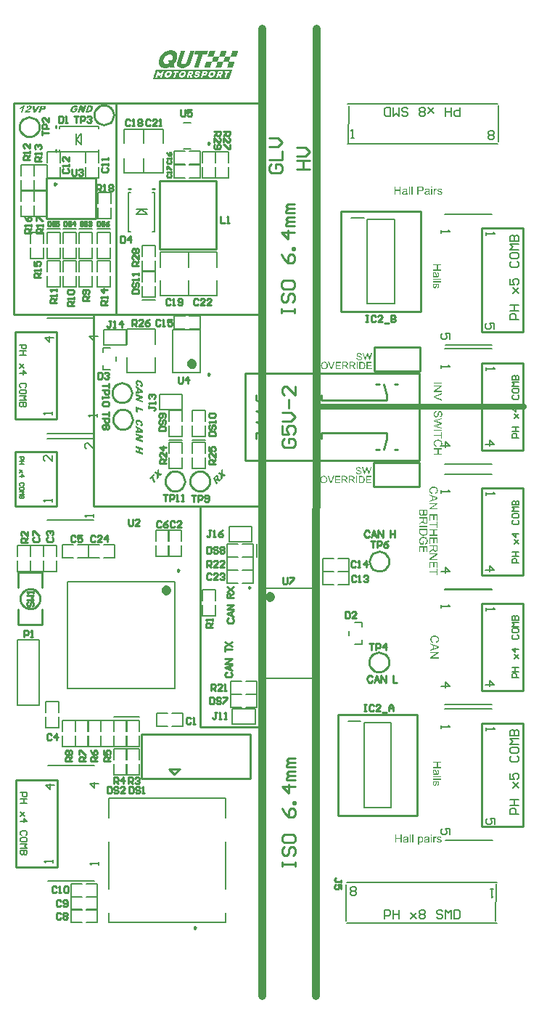
<source format=gto>
G04*
G04 #@! TF.GenerationSoftware,Altium Limited,Altium Designer,21.2.2 (38)*
G04*
G04 Layer_Color=65535*
%FSLAX25Y25*%
%MOIN*%
G70*
G04*
G04 #@! TF.SameCoordinates,2AD91DA3-6C52-4226-ACA0-88A5DAF987E7*
G04*
G04*
G04 #@! TF.FilePolarity,Positive*
G04*
G01*
G75*
%ADD10C,0.00984*%
%ADD11C,0.02362*%
%ADD12C,0.01000*%
%ADD13C,0.00787*%
%ADD14C,0.00800*%
%ADD15C,0.03500*%
%ADD16C,0.02500*%
%ADD17C,0.00600*%
%ADD18C,0.00500*%
G36*
X268432Y601567D02*
Y601523D01*
X268388D01*
Y601479D01*
Y601436D01*
Y601392D01*
X268345D01*
Y601349D01*
Y601305D01*
X268301D01*
Y601262D01*
Y601218D01*
Y601175D01*
X268257D01*
Y601131D01*
Y601088D01*
X268301D01*
Y601044D01*
X268214D01*
Y601001D01*
Y600957D01*
Y600913D01*
Y600870D01*
Y600827D01*
X268170D01*
Y600783D01*
Y600739D01*
Y600696D01*
Y600652D01*
X268127D01*
Y600609D01*
Y600565D01*
X268083D01*
Y600522D01*
Y600478D01*
Y600435D01*
X268040D01*
Y600391D01*
Y600348D01*
Y600304D01*
X267996D01*
Y600260D01*
Y600217D01*
Y600174D01*
X267953D01*
Y600130D01*
Y600086D01*
Y600043D01*
X267909D01*
Y599999D01*
Y599956D01*
X267866D01*
Y599912D01*
Y599869D01*
X267909D01*
Y599825D01*
X267822D01*
Y599782D01*
Y599738D01*
Y599695D01*
Y599651D01*
Y599608D01*
X267779D01*
Y599564D01*
Y599520D01*
Y599477D01*
X267735D01*
Y599433D01*
Y599390D01*
Y599346D01*
X267692D01*
Y599303D01*
Y599259D01*
Y599216D01*
X267648D01*
Y599172D01*
Y599129D01*
Y599085D01*
X267605D01*
Y599042D01*
Y598998D01*
Y598955D01*
X264949D01*
Y598998D01*
Y599042D01*
X264993D01*
Y599085D01*
Y599129D01*
X265036D01*
Y599172D01*
Y599216D01*
Y599259D01*
Y599303D01*
X265080D01*
Y599346D01*
Y599390D01*
Y599433D01*
X265123D01*
Y599477D01*
Y599520D01*
X265167D01*
Y599564D01*
Y599608D01*
Y599651D01*
X265210D01*
Y599695D01*
Y599738D01*
Y599782D01*
X265254D01*
Y599825D01*
Y599869D01*
Y599912D01*
X265297D01*
Y599956D01*
Y599999D01*
X265341D01*
Y600043D01*
Y600086D01*
Y600130D01*
Y600174D01*
Y600217D01*
Y600260D01*
X265428D01*
Y600304D01*
Y600348D01*
Y600391D01*
Y600435D01*
Y600478D01*
X265472D01*
Y600522D01*
Y600565D01*
Y600609D01*
X265515D01*
Y600652D01*
Y600696D01*
Y600739D01*
X265559D01*
Y600783D01*
Y600827D01*
Y600870D01*
X265602D01*
Y600913D01*
Y600957D01*
Y601001D01*
X265646D01*
Y601044D01*
Y601088D01*
Y601131D01*
X265689D01*
Y601175D01*
Y601218D01*
Y601262D01*
X265733D01*
Y601305D01*
Y601349D01*
Y601392D01*
Y601436D01*
Y601479D01*
X265776D01*
Y601523D01*
Y601567D01*
Y601610D01*
X268432D01*
Y601567D01*
D02*
G37*
G36*
X257897D02*
Y601523D01*
Y601479D01*
X257853D01*
Y601436D01*
Y601392D01*
X257810D01*
Y601349D01*
Y601305D01*
Y601262D01*
X257766D01*
Y601218D01*
Y601175D01*
Y601131D01*
X257723D01*
Y601088D01*
Y601044D01*
Y601001D01*
Y600957D01*
X257679D01*
Y600913D01*
Y600870D01*
X257636D01*
Y600827D01*
Y600783D01*
Y600739D01*
X257592D01*
Y600696D01*
Y600652D01*
Y600609D01*
X257549D01*
Y600565D01*
Y600522D01*
Y600478D01*
X257505D01*
Y600435D01*
Y600391D01*
Y600348D01*
Y600304D01*
Y600260D01*
X257462D01*
Y600217D01*
Y600174D01*
Y600130D01*
X257418D01*
Y600086D01*
Y600043D01*
X257375D01*
Y599999D01*
Y599956D01*
Y599912D01*
X257331D01*
Y599869D01*
Y599825D01*
Y599782D01*
X257288D01*
Y599738D01*
Y599695D01*
Y599651D01*
X257244D01*
Y599608D01*
Y599564D01*
X257201D01*
Y599520D01*
Y599477D01*
Y599433D01*
Y599390D01*
X257157D01*
Y599346D01*
Y599303D01*
Y599259D01*
X257113D01*
Y599216D01*
Y599172D01*
X257070D01*
Y599129D01*
Y599085D01*
Y599042D01*
Y598998D01*
Y598955D01*
X254414D01*
Y598998D01*
X254458D01*
Y599042D01*
Y599085D01*
X254502D01*
Y599129D01*
Y599172D01*
Y599216D01*
X254545D01*
Y599259D01*
Y599303D01*
X254502D01*
Y599346D01*
X254589D01*
Y599390D01*
Y599433D01*
Y599477D01*
Y599520D01*
Y599564D01*
X254632D01*
Y599608D01*
Y599651D01*
Y599695D01*
Y599738D01*
X254676D01*
Y599782D01*
Y599825D01*
Y599869D01*
X254719D01*
Y599912D01*
Y599956D01*
X254763D01*
Y599999D01*
Y600043D01*
Y600086D01*
X254806D01*
Y600130D01*
Y600174D01*
Y600217D01*
X254850D01*
Y600260D01*
Y600304D01*
X254893D01*
Y600348D01*
Y600391D01*
Y600435D01*
X254937D01*
Y600478D01*
Y600522D01*
Y600565D01*
X254980D01*
Y600609D01*
Y600652D01*
Y600696D01*
X255024D01*
Y600739D01*
Y600783D01*
Y600827D01*
Y600870D01*
Y600913D01*
X255111D01*
Y600957D01*
Y601001D01*
X255067D01*
Y601044D01*
X255111D01*
Y601088D01*
Y601131D01*
Y601175D01*
Y601218D01*
X255154D01*
Y601262D01*
Y601305D01*
X255198D01*
Y601349D01*
Y601392D01*
Y601436D01*
X255241D01*
Y601479D01*
Y601523D01*
Y601567D01*
X255285D01*
Y601610D01*
X257897D01*
Y601567D01*
D02*
G37*
G36*
X248407D02*
X248363D01*
Y601523D01*
Y601479D01*
Y601436D01*
X248320D01*
Y601392D01*
Y601349D01*
X248276D01*
Y601305D01*
Y601262D01*
Y601218D01*
X248233D01*
Y601175D01*
Y601131D01*
Y601088D01*
X248189D01*
Y601044D01*
Y601001D01*
Y600957D01*
X248146D01*
Y600913D01*
Y600870D01*
X248102D01*
Y600827D01*
Y600783D01*
Y600739D01*
Y600696D01*
Y600652D01*
Y600609D01*
X248015D01*
Y600565D01*
Y600522D01*
Y600478D01*
Y600435D01*
Y600391D01*
X247972D01*
Y600348D01*
Y600304D01*
Y600260D01*
X247928D01*
Y600217D01*
Y600174D01*
Y600130D01*
X247885D01*
Y600086D01*
Y600043D01*
Y599999D01*
X247841D01*
Y599956D01*
Y599912D01*
Y599869D01*
X247798D01*
Y599825D01*
Y599782D01*
Y599738D01*
X247754D01*
Y599695D01*
Y599651D01*
Y599608D01*
X247710D01*
Y599564D01*
Y599520D01*
X247667D01*
Y599477D01*
Y599433D01*
Y599390D01*
X247623D01*
Y599346D01*
Y599303D01*
Y599259D01*
X247580D01*
Y599216D01*
Y599172D01*
Y599129D01*
Y599085D01*
Y599042D01*
X247536D01*
Y598998D01*
Y598955D01*
Y598911D01*
X247493D01*
Y598868D01*
Y598824D01*
Y598780D01*
X247449D01*
Y598737D01*
Y598693D01*
X247406D01*
Y598650D01*
Y598606D01*
Y598563D01*
X247362D01*
Y598519D01*
Y598476D01*
Y598432D01*
Y598389D01*
X247319D01*
Y598345D01*
Y598302D01*
Y598258D01*
X247275D01*
Y598215D01*
Y598171D01*
X247232D01*
Y598128D01*
Y598084D01*
X247275D01*
Y598040D01*
X247188D01*
Y597997D01*
Y597953D01*
Y597910D01*
Y597866D01*
Y597823D01*
X247145D01*
Y597779D01*
Y597736D01*
Y597692D01*
X247101D01*
Y597649D01*
Y597605D01*
Y597562D01*
X247058D01*
Y597518D01*
Y597474D01*
Y597431D01*
X247014D01*
Y597387D01*
Y597344D01*
X246971D01*
Y597300D01*
Y597257D01*
Y597213D01*
X246927D01*
Y597170D01*
Y597126D01*
Y597083D01*
X246883D01*
Y597039D01*
Y596996D01*
X246840D01*
Y596952D01*
Y596909D01*
Y596865D01*
Y596821D01*
X246796D01*
Y596778D01*
Y596735D01*
X246840D01*
Y596691D01*
X246753D01*
Y596647D01*
Y596604D01*
Y596560D01*
Y596517D01*
Y596473D01*
X246709D01*
Y596430D01*
Y596386D01*
Y596343D01*
X246666D01*
Y596299D01*
Y596256D01*
Y596212D01*
X246622D01*
Y596169D01*
Y596125D01*
Y596081D01*
X246579D01*
Y596038D01*
X246535D01*
Y595994D01*
Y595951D01*
X246492D01*
Y595907D01*
Y595864D01*
X246448D01*
Y595820D01*
Y595777D01*
X246405D01*
Y595733D01*
Y595690D01*
X246361D01*
Y595646D01*
X246318D01*
Y595603D01*
Y595559D01*
Y595516D01*
X246274D01*
Y595472D01*
Y595429D01*
X246230D01*
Y595385D01*
X246187D01*
Y595341D01*
X246143D01*
Y595298D01*
Y595254D01*
X246056D01*
Y595211D01*
Y595167D01*
X246013D01*
Y595124D01*
Y595080D01*
X245926D01*
Y595037D01*
Y594993D01*
X245882D01*
Y594950D01*
X245795D01*
Y594906D01*
Y594863D01*
X245752D01*
Y594819D01*
X245665D01*
Y594775D01*
Y594732D01*
X245577D01*
Y594689D01*
Y594645D01*
X245490D01*
Y594601D01*
Y594558D01*
X245403D01*
Y594514D01*
X245360D01*
Y594471D01*
X245316D01*
Y594427D01*
X245186D01*
Y594384D01*
X245142D01*
Y594340D01*
X245099D01*
Y594297D01*
X245011D01*
Y594253D01*
X244968D01*
Y594210D01*
X244881D01*
Y594166D01*
X244794D01*
Y594123D01*
X244750D01*
Y594079D01*
X244663D01*
Y594035D01*
X244576D01*
Y593992D01*
X244402D01*
Y593948D01*
X244359D01*
Y593905D01*
X244228D01*
Y593861D01*
X244097D01*
Y593818D01*
X243967D01*
Y593774D01*
X243836D01*
Y593731D01*
X243749D01*
Y593687D01*
X243531D01*
Y593644D01*
X243314D01*
Y593600D01*
X242008D01*
Y593644D01*
X241834D01*
Y593687D01*
X241703D01*
Y593731D01*
X241572D01*
Y593774D01*
X241442D01*
Y593818D01*
X241355D01*
Y593861D01*
X241268D01*
Y593905D01*
X241181D01*
Y593948D01*
X241137D01*
Y593992D01*
X241007D01*
Y594035D01*
X240963D01*
Y594079D01*
X240919D01*
Y594123D01*
X240832D01*
Y594166D01*
X240789D01*
Y594210D01*
X240745D01*
Y594253D01*
Y594297D01*
X240702D01*
Y594340D01*
X240658D01*
Y594384D01*
Y594427D01*
X240571D01*
Y594471D01*
X240528D01*
Y594514D01*
Y594558D01*
X240484D01*
Y594601D01*
X240528D01*
Y594645D01*
X240441D01*
Y594689D01*
Y594732D01*
Y594775D01*
Y594819D01*
X240397D01*
Y594863D01*
Y594906D01*
X240354D01*
Y594950D01*
Y594993D01*
Y595037D01*
X240310D01*
Y595080D01*
Y595124D01*
Y595167D01*
Y595211D01*
Y595254D01*
X240267D01*
Y595298D01*
Y595341D01*
Y595385D01*
Y595429D01*
Y595472D01*
Y595516D01*
Y595559D01*
Y595603D01*
Y595646D01*
Y595690D01*
X240310D01*
Y595733D01*
Y595777D01*
Y595820D01*
Y595864D01*
Y595907D01*
Y595951D01*
X240354D01*
Y595994D01*
Y596038D01*
Y596081D01*
Y596125D01*
X240397D01*
Y596169D01*
Y596212D01*
Y596256D01*
X240441D01*
Y596299D01*
Y596343D01*
Y596386D01*
Y596430D01*
Y596473D01*
Y596517D01*
X240484D01*
Y596560D01*
X240528D01*
Y596604D01*
X240484D01*
Y596647D01*
X240528D01*
Y596691D01*
Y596735D01*
Y596778D01*
X240571D01*
Y596821D01*
Y596865D01*
Y596909D01*
X240615D01*
Y596952D01*
Y596996D01*
X240658D01*
Y597039D01*
Y597083D01*
Y597126D01*
X240702D01*
Y597170D01*
Y597213D01*
Y597257D01*
X240745D01*
Y597300D01*
Y597344D01*
Y597387D01*
X240789D01*
Y597431D01*
X240745D01*
Y597474D01*
X240832D01*
Y597518D01*
Y597562D01*
Y597605D01*
Y597649D01*
Y597692D01*
Y597736D01*
X240876D01*
Y597779D01*
Y597823D01*
X240919D01*
Y597866D01*
Y597910D01*
Y597953D01*
Y597997D01*
X240963D01*
Y598040D01*
Y598084D01*
Y598128D01*
X241007D01*
Y598171D01*
Y598215D01*
X241050D01*
Y598258D01*
Y598302D01*
Y598345D01*
X241094D01*
Y598389D01*
Y598432D01*
Y598476D01*
X241137D01*
Y598519D01*
Y598563D01*
Y598606D01*
X241181D01*
Y598650D01*
Y598693D01*
X241224D01*
Y598737D01*
Y598780D01*
Y598824D01*
X241268D01*
Y598868D01*
Y598911D01*
Y598955D01*
Y598998D01*
Y599042D01*
Y599085D01*
X241355D01*
Y599129D01*
X241311D01*
Y599172D01*
X241355D01*
Y599216D01*
Y599259D01*
Y599303D01*
X241398D01*
Y599346D01*
Y599390D01*
Y599433D01*
X241442D01*
Y599477D01*
Y599520D01*
Y599564D01*
X241485D01*
Y599608D01*
Y599651D01*
Y599695D01*
X241529D01*
Y599738D01*
Y599782D01*
Y599825D01*
X241572D01*
Y599869D01*
Y599912D01*
X241616D01*
Y599956D01*
Y599999D01*
Y600043D01*
X241660D01*
Y600086D01*
Y600130D01*
Y600174D01*
X241703D01*
Y600217D01*
Y600260D01*
Y600304D01*
X241747D01*
Y600348D01*
Y600391D01*
X241703D01*
Y600435D01*
X241790D01*
Y600478D01*
Y600522D01*
Y600565D01*
Y600609D01*
Y600652D01*
X241834D01*
Y600696D01*
Y600739D01*
X241877D01*
Y600783D01*
Y600827D01*
Y600870D01*
X241921D01*
Y600913D01*
Y600957D01*
Y601001D01*
X241964D01*
Y601044D01*
Y601088D01*
Y601131D01*
Y601175D01*
X242008D01*
Y601218D01*
Y601262D01*
X242051D01*
Y601305D01*
Y601349D01*
Y601392D01*
X242095D01*
Y601436D01*
Y601479D01*
Y601523D01*
Y601567D01*
Y601610D01*
X244054D01*
Y601567D01*
Y601523D01*
X244010D01*
Y601479D01*
Y601436D01*
Y601392D01*
X243967D01*
Y601349D01*
Y601305D01*
X243923D01*
Y601262D01*
Y601218D01*
Y601175D01*
X243880D01*
Y601131D01*
Y601088D01*
Y601044D01*
X243836D01*
Y601001D01*
Y600957D01*
Y600913D01*
X243793D01*
Y600870D01*
X243836D01*
Y600827D01*
X243749D01*
Y600783D01*
Y600739D01*
Y600696D01*
Y600652D01*
Y600609D01*
Y600565D01*
X243706D01*
Y600522D01*
Y600478D01*
X243662D01*
Y600435D01*
Y600391D01*
Y600348D01*
X243618D01*
Y600304D01*
Y600260D01*
Y600217D01*
Y600174D01*
X243575D01*
Y600130D01*
Y600086D01*
Y600043D01*
X243531D01*
Y599999D01*
Y599956D01*
X243488D01*
Y599912D01*
Y599869D01*
Y599825D01*
X243444D01*
Y599782D01*
Y599738D01*
X243401D01*
Y599695D01*
Y599651D01*
Y599608D01*
X243357D01*
Y599564D01*
Y599520D01*
X243401D01*
Y599477D01*
X243314D01*
Y599433D01*
Y599390D01*
Y599346D01*
Y599303D01*
Y599259D01*
Y599216D01*
X243270D01*
Y599172D01*
Y599129D01*
X243227D01*
Y599085D01*
Y599042D01*
Y598998D01*
X243183D01*
Y598955D01*
Y598911D01*
Y598868D01*
X243140D01*
Y598824D01*
Y598780D01*
X243096D01*
Y598737D01*
Y598693D01*
Y598650D01*
Y598606D01*
X243053D01*
Y598563D01*
Y598519D01*
Y598476D01*
X243009D01*
Y598432D01*
Y598389D01*
Y598345D01*
X242966D01*
Y598302D01*
X243009D01*
Y598258D01*
X242922D01*
Y598215D01*
Y598171D01*
Y598128D01*
X242879D01*
Y598084D01*
Y598040D01*
Y597997D01*
Y597953D01*
Y597910D01*
Y597866D01*
X242791D01*
Y597823D01*
X242835D01*
Y597779D01*
X242791D01*
Y597736D01*
Y597692D01*
Y597649D01*
X242748D01*
Y597605D01*
Y597562D01*
Y597518D01*
X242704D01*
Y597474D01*
Y597431D01*
X242661D01*
Y597387D01*
Y597344D01*
Y597300D01*
X242617D01*
Y597257D01*
Y597213D01*
Y597170D01*
X242574D01*
Y597126D01*
Y597083D01*
Y597039D01*
X242530D01*
Y596996D01*
Y596952D01*
Y596909D01*
X242487D01*
Y596865D01*
Y596821D01*
Y596778D01*
Y596735D01*
Y596691D01*
Y596647D01*
X242443D01*
Y596604D01*
Y596560D01*
X242400D01*
Y596517D01*
Y596473D01*
Y596430D01*
X242356D01*
Y596386D01*
Y596343D01*
Y596299D01*
X242313D01*
Y596256D01*
Y596212D01*
Y596169D01*
Y596125D01*
Y596081D01*
Y596038D01*
Y595994D01*
Y595951D01*
Y595907D01*
Y595864D01*
X242356D01*
Y595820D01*
Y595777D01*
X242400D01*
Y595733D01*
Y595690D01*
X242443D01*
Y595646D01*
X242487D01*
Y595603D01*
X242530D01*
Y595559D01*
X242617D01*
Y595516D01*
X242704D01*
Y595472D01*
X242835D01*
Y595429D01*
X243009D01*
Y595385D01*
X243488D01*
Y595429D01*
X243706D01*
Y595472D01*
X243793D01*
Y595516D01*
X243923D01*
Y595559D01*
X244054D01*
Y595603D01*
X244097D01*
Y595646D01*
X244228D01*
Y595690D01*
X244271D01*
Y595733D01*
X244315D01*
Y595777D01*
X244402D01*
Y595820D01*
X244446D01*
Y595864D01*
X244489D01*
Y595907D01*
X244533D01*
Y595951D01*
Y595994D01*
X244576D01*
Y596038D01*
X244663D01*
Y596081D01*
Y596125D01*
X244707D01*
Y596169D01*
Y596212D01*
Y596256D01*
Y596299D01*
Y596343D01*
X244794D01*
Y596386D01*
Y596430D01*
X244750D01*
Y596473D01*
X244794D01*
Y596517D01*
Y596560D01*
X244837D01*
Y596604D01*
Y596647D01*
Y596691D01*
X244881D01*
Y596735D01*
Y596778D01*
Y596821D01*
X244924D01*
Y596865D01*
Y596909D01*
X244968D01*
Y596952D01*
Y596996D01*
Y597039D01*
X245011D01*
Y597083D01*
Y597126D01*
Y597170D01*
X245055D01*
Y597213D01*
Y597257D01*
Y597300D01*
X245099D01*
Y597344D01*
Y597387D01*
X245142D01*
Y597431D01*
Y597474D01*
Y597518D01*
X245186D01*
Y597562D01*
Y597605D01*
X245142D01*
Y597649D01*
X245229D01*
Y597692D01*
Y597736D01*
Y597779D01*
Y597823D01*
Y597866D01*
Y597910D01*
X245273D01*
Y597953D01*
Y597997D01*
Y598040D01*
X245316D01*
Y598084D01*
Y598128D01*
X245360D01*
Y598171D01*
Y598215D01*
Y598258D01*
X245403D01*
Y598302D01*
Y598345D01*
Y598389D01*
X245447D01*
Y598432D01*
Y598476D01*
Y598519D01*
X245490D01*
Y598563D01*
Y598606D01*
Y598650D01*
X245534D01*
Y598693D01*
Y598737D01*
Y598780D01*
Y598824D01*
Y598868D01*
X245621D01*
Y598911D01*
Y598955D01*
X245577D01*
Y598998D01*
X245621D01*
Y599042D01*
Y599085D01*
X245665D01*
Y599129D01*
Y599172D01*
Y599216D01*
X245708D01*
Y599259D01*
Y599303D01*
Y599346D01*
Y599390D01*
X245752D01*
Y599433D01*
Y599477D01*
X245795D01*
Y599520D01*
Y599564D01*
Y599608D01*
X245839D01*
Y599651D01*
Y599695D01*
Y599738D01*
X245882D01*
Y599782D01*
Y599825D01*
Y599869D01*
X245926D01*
Y599912D01*
Y599956D01*
X245969D01*
Y599999D01*
Y600043D01*
Y600086D01*
X246013D01*
Y600130D01*
Y600174D01*
X245969D01*
Y600217D01*
X246056D01*
Y600260D01*
Y600304D01*
Y600348D01*
Y600391D01*
Y600435D01*
X246100D01*
Y600478D01*
Y600522D01*
Y600565D01*
X246143D01*
Y600609D01*
Y600652D01*
Y600696D01*
X246187D01*
Y600739D01*
Y600783D01*
Y600827D01*
X246230D01*
Y600870D01*
Y600913D01*
Y600957D01*
X246274D01*
Y601001D01*
Y601044D01*
Y601088D01*
X246318D01*
Y601131D01*
Y601175D01*
Y601218D01*
X246361D01*
Y601262D01*
Y601305D01*
Y601349D01*
X246405D01*
Y601392D01*
X246361D01*
Y601436D01*
X246448D01*
Y601479D01*
Y601523D01*
X246405D01*
Y601567D01*
X246492D01*
Y601610D01*
X248407D01*
Y601567D01*
D02*
G37*
G36*
X263164D02*
X263121D01*
Y601523D01*
Y601479D01*
Y601436D01*
Y601392D01*
Y601349D01*
X263077D01*
Y601305D01*
Y601262D01*
Y601218D01*
X263034D01*
Y601175D01*
Y601131D01*
Y601088D01*
X262990D01*
Y601044D01*
Y601001D01*
Y600957D01*
X262947D01*
Y600913D01*
Y600870D01*
Y600827D01*
X262903D01*
Y600783D01*
Y600739D01*
Y600696D01*
X262860D01*
Y600652D01*
Y600609D01*
Y600565D01*
X262816D01*
Y600522D01*
Y600478D01*
X262772D01*
Y600435D01*
Y600391D01*
Y600348D01*
X262729D01*
Y600304D01*
Y600260D01*
Y600217D01*
X262685D01*
Y600174D01*
Y600130D01*
Y600086D01*
Y600043D01*
Y599999D01*
X262598D01*
Y599956D01*
Y599912D01*
X262642D01*
Y599869D01*
X262598D01*
Y599825D01*
Y599782D01*
Y599738D01*
X262555D01*
Y599695D01*
Y599651D01*
Y599608D01*
X262511D01*
Y599564D01*
Y599520D01*
X262468D01*
Y599477D01*
Y599433D01*
Y599390D01*
X262424D01*
Y599346D01*
Y599303D01*
Y599259D01*
Y599216D01*
X262381D01*
Y599172D01*
Y599129D01*
X262337D01*
Y599085D01*
Y599042D01*
Y598998D01*
Y598955D01*
X264949D01*
Y598911D01*
X264906D01*
Y598868D01*
Y598824D01*
Y598780D01*
X264862D01*
Y598737D01*
Y598693D01*
X264819D01*
Y598650D01*
Y598606D01*
X264862D01*
Y598563D01*
X264775D01*
Y598519D01*
Y598476D01*
Y598432D01*
Y598389D01*
Y598345D01*
X264732D01*
Y598302D01*
Y598258D01*
Y598215D01*
X264688D01*
Y598171D01*
Y598128D01*
Y598084D01*
X264644D01*
Y598040D01*
Y597997D01*
Y597953D01*
X264601D01*
Y597910D01*
Y597866D01*
X264557D01*
Y597823D01*
Y597779D01*
Y597736D01*
X264514D01*
Y597692D01*
Y597649D01*
Y597605D01*
Y597562D01*
X264470D01*
Y597518D01*
Y597474D01*
Y597431D01*
X264427D01*
Y597387D01*
X264470D01*
Y597344D01*
X264383D01*
Y597300D01*
Y597257D01*
Y597213D01*
Y597170D01*
Y597126D01*
X264340D01*
Y597083D01*
Y597039D01*
Y596996D01*
X264296D01*
Y596952D01*
Y596909D01*
Y596865D01*
X264253D01*
Y596821D01*
Y596778D01*
Y596735D01*
X264209D01*
Y596691D01*
Y596647D01*
Y596604D01*
X264166D01*
Y596560D01*
Y596517D01*
X264122D01*
Y596473D01*
Y596430D01*
Y596386D01*
Y596343D01*
X266734D01*
Y596299D01*
X266690D01*
Y596256D01*
Y596212D01*
Y596169D01*
X266647D01*
Y596125D01*
Y596081D01*
X266603D01*
Y596038D01*
Y595994D01*
Y595951D01*
X266647D01*
Y595907D01*
X266560D01*
Y595864D01*
Y595820D01*
Y595777D01*
Y595733D01*
Y595690D01*
X266516D01*
Y595646D01*
X266473D01*
Y595603D01*
X266516D01*
Y595559D01*
X266473D01*
Y595516D01*
Y595472D01*
Y595429D01*
X266429D01*
Y595385D01*
Y595341D01*
X266386D01*
Y595298D01*
Y595254D01*
Y595211D01*
X266342D01*
Y595167D01*
Y595124D01*
Y595080D01*
X266299D01*
Y595037D01*
Y594993D01*
Y594950D01*
X266255D01*
Y594906D01*
Y594863D01*
Y594819D01*
X266212D01*
Y594775D01*
Y594732D01*
X266168D01*
Y594689D01*
Y594645D01*
Y594601D01*
X266125D01*
Y594558D01*
Y594514D01*
Y594471D01*
Y594427D01*
Y594384D01*
Y594340D01*
X266037D01*
Y594297D01*
Y594253D01*
X266081D01*
Y594210D01*
X266037D01*
Y594166D01*
Y594123D01*
Y594079D01*
X265994D01*
Y594035D01*
Y593992D01*
X265950D01*
Y593948D01*
Y593905D01*
Y593861D01*
X265907D01*
Y593818D01*
Y593774D01*
Y593731D01*
X265863D01*
Y593687D01*
X263251D01*
Y593731D01*
Y593774D01*
Y593818D01*
X263295D01*
Y593861D01*
Y593905D01*
X263338D01*
Y593948D01*
Y593992D01*
Y594035D01*
X263382D01*
Y594079D01*
Y594123D01*
Y594166D01*
X263425D01*
Y594210D01*
Y594253D01*
Y594297D01*
X263469D01*
Y594340D01*
Y594384D01*
X263513D01*
Y594427D01*
Y594471D01*
Y594514D01*
Y594558D01*
X263556D01*
Y594601D01*
Y594645D01*
Y594689D01*
X263600D01*
Y594732D01*
X263556D01*
Y594775D01*
X263643D01*
Y594819D01*
Y594863D01*
X263600D01*
Y594906D01*
X263643D01*
Y594950D01*
Y594993D01*
Y595037D01*
X263687D01*
Y595080D01*
Y595124D01*
X263730D01*
Y595167D01*
Y595211D01*
Y595254D01*
X263774D01*
Y595298D01*
Y595341D01*
Y595385D01*
X263817D01*
Y595429D01*
Y595472D01*
Y595516D01*
X263861D01*
Y595559D01*
Y595603D01*
Y595646D01*
X263904D01*
Y595690D01*
Y595733D01*
X263948D01*
Y595777D01*
Y595820D01*
Y595864D01*
X263991D01*
Y595907D01*
Y595951D01*
Y595994D01*
X264035D01*
Y596038D01*
Y596081D01*
X263991D01*
Y596125D01*
X264078D01*
Y596169D01*
Y596212D01*
Y596256D01*
Y596299D01*
Y596343D01*
X261510D01*
Y596299D01*
Y596256D01*
X261467D01*
Y596212D01*
Y596169D01*
X261423D01*
Y596125D01*
Y596081D01*
Y596038D01*
X261380D01*
Y595994D01*
Y595951D01*
X261423D01*
Y595907D01*
X261336D01*
Y595864D01*
Y595820D01*
Y595777D01*
Y595733D01*
Y595690D01*
X261293D01*
Y595646D01*
Y595603D01*
Y595559D01*
X261249D01*
Y595516D01*
Y595472D01*
Y595429D01*
X261205D01*
Y595385D01*
Y595341D01*
X261162D01*
Y595298D01*
Y595254D01*
Y595211D01*
X261118D01*
Y595167D01*
Y595124D01*
Y595080D01*
X261075D01*
Y595037D01*
Y594993D01*
Y594950D01*
X261031D01*
Y594906D01*
Y594863D01*
Y594819D01*
X260988D01*
Y594775D01*
Y594732D01*
X261031D01*
Y594689D01*
X260944D01*
Y594645D01*
Y594601D01*
Y594558D01*
Y594514D01*
Y594471D01*
Y594427D01*
X260901D01*
Y594384D01*
Y594340D01*
X260857D01*
Y594297D01*
Y594253D01*
Y594210D01*
X260814D01*
Y594166D01*
Y594123D01*
Y594079D01*
X260770D01*
Y594035D01*
Y593992D01*
X260726D01*
Y593948D01*
Y593905D01*
Y593861D01*
X260683D01*
Y593818D01*
Y593774D01*
Y593731D01*
X260640D01*
Y593687D01*
X258028D01*
Y593731D01*
Y593774D01*
Y593818D01*
X258071D01*
Y593861D01*
Y593905D01*
X258115D01*
Y593948D01*
Y593992D01*
Y594035D01*
X258158D01*
Y594079D01*
Y594123D01*
Y594166D01*
X258202D01*
Y594210D01*
Y594253D01*
Y594297D01*
X258245D01*
Y594340D01*
Y594384D01*
X258289D01*
Y594427D01*
Y594471D01*
Y594514D01*
X258332D01*
Y594558D01*
Y594601D01*
Y594645D01*
X258376D01*
Y594689D01*
Y594732D01*
X258419D01*
Y594775D01*
Y594819D01*
Y594863D01*
Y594906D01*
X258463D01*
Y594950D01*
Y594993D01*
Y595037D01*
Y595080D01*
Y595124D01*
X258506D01*
Y595167D01*
X258550D01*
Y595211D01*
X258506D01*
Y595254D01*
X258550D01*
Y595298D01*
Y595341D01*
Y595385D01*
X258594D01*
Y595429D01*
Y595472D01*
Y595516D01*
X258637D01*
Y595559D01*
Y595603D01*
Y595646D01*
X258681D01*
Y595690D01*
Y595733D01*
X258724D01*
Y595777D01*
Y595820D01*
Y595864D01*
X258768D01*
Y595907D01*
Y595951D01*
Y595994D01*
X258811D01*
Y596038D01*
Y596081D01*
X258855D01*
Y596125D01*
Y596169D01*
Y596212D01*
X258898D01*
Y596256D01*
Y596299D01*
Y596343D01*
X256286D01*
Y596386D01*
Y596430D01*
X256330D01*
Y596473D01*
Y596517D01*
X256286D01*
Y596560D01*
X256373D01*
Y596604D01*
Y596647D01*
Y596691D01*
Y596735D01*
Y596778D01*
Y596821D01*
X256417D01*
Y596865D01*
Y596909D01*
X256460D01*
Y596952D01*
Y596996D01*
Y597039D01*
X256504D01*
Y597083D01*
Y597126D01*
Y597170D01*
X256547D01*
Y597213D01*
Y597257D01*
Y597300D01*
X256591D01*
Y597344D01*
Y597387D01*
X256634D01*
Y597431D01*
Y597474D01*
Y597518D01*
X256678D01*
Y597562D01*
Y597605D01*
Y597649D01*
X256722D01*
Y597692D01*
X256678D01*
Y597736D01*
X256722D01*
Y597779D01*
X256765D01*
Y597823D01*
Y597866D01*
Y597910D01*
Y597953D01*
Y597997D01*
X256809D01*
Y598040D01*
Y598084D01*
Y598128D01*
X256852D01*
Y598171D01*
Y598215D01*
Y598258D01*
X256896D01*
Y598302D01*
Y598345D01*
Y598389D01*
X256939D01*
Y598432D01*
Y598476D01*
Y598519D01*
X256983D01*
Y598563D01*
Y598606D01*
Y598650D01*
X257026D01*
Y598693D01*
Y598737D01*
X257070D01*
Y598780D01*
Y598824D01*
Y598868D01*
X257113D01*
Y598911D01*
Y598955D01*
X259725D01*
Y598998D01*
Y599042D01*
Y599085D01*
X259769D01*
Y599129D01*
X259725D01*
Y599172D01*
X259812D01*
Y599216D01*
Y599259D01*
Y599303D01*
Y599346D01*
Y599390D01*
Y599433D01*
Y599477D01*
X259856D01*
Y599520D01*
Y599564D01*
X259899D01*
Y599608D01*
Y599651D01*
Y599695D01*
X259943D01*
Y599738D01*
Y599782D01*
Y599825D01*
X259986D01*
Y599869D01*
Y599912D01*
X260030D01*
Y599956D01*
Y599999D01*
Y600043D01*
X260073D01*
Y600086D01*
Y600130D01*
Y600174D01*
X260117D01*
Y600217D01*
Y600260D01*
Y600304D01*
X260161D01*
Y600348D01*
X260117D01*
Y600391D01*
Y600435D01*
X260204D01*
Y600478D01*
Y600522D01*
Y600565D01*
Y600609D01*
Y600652D01*
X260248D01*
Y600696D01*
Y600739D01*
X260291D01*
Y600783D01*
Y600827D01*
Y600870D01*
X260335D01*
Y600913D01*
Y600957D01*
Y601001D01*
Y601044D01*
X260378D01*
Y601088D01*
Y601131D01*
Y601175D01*
X260422D01*
Y601218D01*
Y601262D01*
X260465D01*
Y601305D01*
Y601349D01*
Y601392D01*
X260509D01*
Y601436D01*
Y601479D01*
Y601523D01*
X260552D01*
Y601567D01*
Y601610D01*
X263164D01*
Y601567D01*
D02*
G37*
G36*
X256243Y596299D02*
Y596256D01*
Y596212D01*
Y596169D01*
X256199D01*
Y596125D01*
Y596081D01*
X256156D01*
Y596038D01*
Y595994D01*
Y595951D01*
X256112D01*
Y595907D01*
Y595864D01*
Y595820D01*
X256069D01*
Y595777D01*
Y595733D01*
X256025D01*
Y595690D01*
Y595646D01*
Y595603D01*
X255982D01*
Y595559D01*
Y595516D01*
Y595472D01*
X255938D01*
Y595429D01*
Y595385D01*
Y595341D01*
X255894D01*
Y595298D01*
Y595254D01*
X255851D01*
Y595211D01*
Y595167D01*
Y595124D01*
X255807D01*
Y595080D01*
Y595037D01*
Y594993D01*
Y594950D01*
Y594906D01*
Y594863D01*
Y594819D01*
X255720D01*
Y594775D01*
X255764D01*
Y594732D01*
X255720D01*
Y594689D01*
Y594645D01*
Y594601D01*
X255677D01*
Y594558D01*
Y594514D01*
Y594471D01*
X255633D01*
Y594427D01*
Y594384D01*
X255590D01*
Y594340D01*
Y594297D01*
Y594253D01*
X255546D01*
Y594210D01*
Y594166D01*
Y594123D01*
X255503D01*
Y594079D01*
Y594035D01*
Y593992D01*
X255459D01*
Y593948D01*
Y593905D01*
X255416D01*
Y593861D01*
Y593818D01*
Y593774D01*
Y593731D01*
Y593687D01*
X252760D01*
Y593731D01*
X252804D01*
Y593774D01*
Y593818D01*
Y593861D01*
X252847D01*
Y593905D01*
Y593948D01*
X252891D01*
Y593992D01*
Y594035D01*
X252847D01*
Y594079D01*
X252934D01*
Y594123D01*
Y594166D01*
Y594210D01*
Y594253D01*
Y594297D01*
X252978D01*
Y594340D01*
Y594384D01*
Y594427D01*
X253021D01*
Y594471D01*
Y594514D01*
Y594558D01*
X253065D01*
Y594601D01*
Y594645D01*
Y594689D01*
X253109D01*
Y594732D01*
Y594775D01*
X253152D01*
Y594819D01*
Y594863D01*
Y594906D01*
X253196D01*
Y594950D01*
Y594993D01*
Y595037D01*
Y595080D01*
X253239D01*
Y595124D01*
Y595167D01*
Y595211D01*
X253283D01*
Y595254D01*
X253239D01*
Y595298D01*
X253326D01*
Y595341D01*
Y595385D01*
Y595429D01*
Y595472D01*
Y595516D01*
Y595559D01*
X253370D01*
Y595603D01*
Y595646D01*
X253413D01*
Y595690D01*
Y595733D01*
Y595777D01*
X253457D01*
Y595820D01*
Y595864D01*
Y595907D01*
X253500D01*
Y595951D01*
Y595994D01*
Y596038D01*
X253544D01*
Y596081D01*
Y596125D01*
X253587D01*
Y596169D01*
Y596212D01*
Y596256D01*
X253631D01*
Y596299D01*
Y596343D01*
X256243D01*
Y596299D01*
D02*
G37*
G36*
X254589Y601567D02*
X254545D01*
Y601523D01*
Y601479D01*
Y601436D01*
X254502D01*
Y601392D01*
Y601349D01*
X254458D01*
Y601305D01*
Y601262D01*
Y601218D01*
Y601175D01*
Y601131D01*
Y601088D01*
X254414D01*
Y601044D01*
Y601001D01*
Y600957D01*
X254371D01*
Y600913D01*
Y600870D01*
X254327D01*
Y600827D01*
Y600783D01*
Y600739D01*
X254284D01*
Y600696D01*
Y600652D01*
Y600609D01*
X254240D01*
Y600565D01*
Y600522D01*
Y600478D01*
X254197D01*
Y600435D01*
Y600391D01*
X254153D01*
Y600348D01*
Y600304D01*
Y600260D01*
X254110D01*
Y600217D01*
Y600174D01*
Y600130D01*
Y600086D01*
X254066D01*
Y600043D01*
Y599999D01*
Y599956D01*
Y599912D01*
Y599869D01*
X254023D01*
Y599825D01*
Y599782D01*
X252064D01*
Y599738D01*
X252020D01*
Y599695D01*
Y599651D01*
Y599608D01*
X251977D01*
Y599564D01*
Y599520D01*
Y599477D01*
Y599433D01*
Y599390D01*
Y599346D01*
X251890D01*
Y599303D01*
Y599259D01*
X251933D01*
Y599216D01*
X251846D01*
Y599172D01*
Y599129D01*
Y599085D01*
Y599042D01*
Y598998D01*
X251802D01*
Y598955D01*
Y598911D01*
Y598868D01*
X251759D01*
Y598824D01*
Y598780D01*
X251715D01*
Y598737D01*
Y598693D01*
Y598650D01*
X251672D01*
Y598606D01*
Y598563D01*
Y598519D01*
X251628D01*
Y598476D01*
Y598432D01*
Y598389D01*
X251585D01*
Y598345D01*
Y598302D01*
Y598258D01*
X251541D01*
Y598215D01*
Y598171D01*
Y598128D01*
Y598084D01*
Y598040D01*
X251454D01*
Y597997D01*
Y597953D01*
Y597910D01*
Y597866D01*
Y597823D01*
Y597779D01*
X251411D01*
Y597736D01*
Y597692D01*
Y597649D01*
X251367D01*
Y597605D01*
Y597562D01*
Y597518D01*
X251324D01*
Y597474D01*
Y597431D01*
X251280D01*
Y597387D01*
Y597344D01*
Y597300D01*
X251237D01*
Y597257D01*
Y597213D01*
Y597170D01*
X251193D01*
Y597126D01*
Y597083D01*
Y597039D01*
X251150D01*
Y596996D01*
Y596952D01*
X251106D01*
Y596909D01*
Y596865D01*
Y596821D01*
X251062D01*
Y596778D01*
Y596735D01*
X251106D01*
Y596691D01*
X251019D01*
Y596647D01*
Y596604D01*
Y596560D01*
Y596517D01*
Y596473D01*
X250975D01*
Y596430D01*
Y596386D01*
Y596343D01*
X250932D01*
Y596299D01*
Y596256D01*
Y596212D01*
Y596169D01*
X250888D01*
Y596125D01*
Y596081D01*
X250845D01*
Y596038D01*
Y595994D01*
Y595951D01*
X250801D01*
Y595907D01*
Y595864D01*
Y595820D01*
X250758D01*
Y595777D01*
Y595733D01*
X250714D01*
Y595690D01*
Y595646D01*
Y595603D01*
X250671D01*
Y595559D01*
Y595516D01*
X250714D01*
Y595472D01*
X250627D01*
Y595429D01*
Y595385D01*
Y595341D01*
Y595298D01*
Y595254D01*
X250584D01*
Y595211D01*
Y595167D01*
Y595124D01*
X250540D01*
Y595080D01*
Y595037D01*
Y594993D01*
X250497D01*
Y594950D01*
Y594906D01*
Y594863D01*
X250453D01*
Y594819D01*
Y594775D01*
Y594732D01*
X250410D01*
Y594689D01*
Y594645D01*
Y594601D01*
X250366D01*
Y594558D01*
Y594514D01*
Y594471D01*
X250322D01*
Y594427D01*
Y594384D01*
X250279D01*
Y594340D01*
Y594297D01*
Y594253D01*
X250235D01*
Y594210D01*
Y594166D01*
X250279D01*
Y594123D01*
X250192D01*
Y594079D01*
Y594035D01*
Y593992D01*
Y593948D01*
Y593905D01*
X250148D01*
Y593861D01*
Y593818D01*
Y593774D01*
X250105D01*
Y593731D01*
Y593687D01*
X248102D01*
Y593731D01*
X248146D01*
Y593774D01*
Y593818D01*
Y593861D01*
Y593905D01*
Y593948D01*
X248233D01*
Y593992D01*
Y594035D01*
X248189D01*
Y594079D01*
X248233D01*
Y594123D01*
Y594166D01*
Y594210D01*
X248276D01*
Y594253D01*
Y594297D01*
X248320D01*
Y594340D01*
Y594384D01*
Y594427D01*
X248363D01*
Y594471D01*
Y594514D01*
Y594558D01*
X248407D01*
Y594601D01*
Y594645D01*
Y594689D01*
X248450D01*
Y594732D01*
Y594775D01*
X248494D01*
Y594819D01*
Y594863D01*
Y594906D01*
X248538D01*
Y594950D01*
Y594993D01*
Y595037D01*
X248581D01*
Y595080D01*
Y595124D01*
Y595167D01*
X248625D01*
Y595211D01*
X248581D01*
Y595254D01*
X248668D01*
Y595298D01*
Y595341D01*
X248625D01*
Y595385D01*
X248668D01*
Y595429D01*
Y595472D01*
Y595516D01*
Y595559D01*
X248712D01*
Y595603D01*
Y595646D01*
X248755D01*
Y595690D01*
Y595733D01*
Y595777D01*
X248799D01*
Y595820D01*
Y595864D01*
Y595907D01*
X248842D01*
Y595951D01*
Y595994D01*
Y596038D01*
X248886D01*
Y596081D01*
Y596125D01*
X248929D01*
Y596169D01*
Y596212D01*
Y596256D01*
X248973D01*
Y596299D01*
Y596343D01*
Y596386D01*
Y596430D01*
Y596473D01*
X249060D01*
Y596517D01*
Y596560D01*
Y596604D01*
Y596647D01*
Y596691D01*
Y596735D01*
X249103D01*
Y596778D01*
Y596821D01*
Y596865D01*
X249147D01*
Y596909D01*
Y596952D01*
X249191D01*
Y596996D01*
Y597039D01*
Y597083D01*
Y597126D01*
X249234D01*
Y597170D01*
Y597213D01*
Y597257D01*
X249278D01*
Y597300D01*
Y597344D01*
X249321D01*
Y597387D01*
Y597431D01*
Y597474D01*
X249365D01*
Y597518D01*
Y597562D01*
Y597605D01*
X249408D01*
Y597649D01*
Y597692D01*
Y597736D01*
X249452D01*
Y597779D01*
X249408D01*
Y597823D01*
X249495D01*
Y597866D01*
Y597910D01*
Y597953D01*
Y597997D01*
Y598040D01*
Y598084D01*
X249539D01*
Y598128D01*
Y598171D01*
Y598215D01*
X249582D01*
Y598258D01*
Y598302D01*
X249626D01*
Y598345D01*
Y598389D01*
Y598432D01*
X249669D01*
Y598476D01*
Y598519D01*
Y598563D01*
X249713D01*
Y598606D01*
Y598650D01*
X249757D01*
Y598693D01*
Y598737D01*
Y598780D01*
Y598824D01*
X249800D01*
Y598868D01*
Y598911D01*
Y598955D01*
X249844D01*
Y598998D01*
Y599042D01*
X249800D01*
Y599085D01*
X249887D01*
Y599129D01*
Y599172D01*
Y599216D01*
Y599259D01*
Y599303D01*
X249931D01*
Y599346D01*
Y599390D01*
Y599433D01*
X249974D01*
Y599477D01*
Y599520D01*
X250018D01*
Y599564D01*
Y599608D01*
Y599651D01*
X250061D01*
Y599695D01*
Y599738D01*
Y599782D01*
X248146D01*
Y599825D01*
Y599869D01*
Y599912D01*
X248233D01*
Y599956D01*
Y599999D01*
X248189D01*
Y600043D01*
X248233D01*
Y600086D01*
Y600130D01*
Y600174D01*
X248276D01*
Y600217D01*
Y600260D01*
Y600304D01*
X248320D01*
Y600348D01*
Y600391D01*
Y600435D01*
X248363D01*
Y600478D01*
Y600522D01*
X248407D01*
Y600565D01*
Y600609D01*
Y600652D01*
X248450D01*
Y600696D01*
Y600739D01*
Y600783D01*
X248494D01*
Y600827D01*
Y600870D01*
X248538D01*
Y600913D01*
Y600957D01*
Y601001D01*
X248581D01*
Y601044D01*
Y601088D01*
Y601131D01*
X248625D01*
Y601175D01*
Y601218D01*
X248581D01*
Y601262D01*
X248668D01*
Y601305D01*
Y601349D01*
Y601392D01*
Y601436D01*
Y601479D01*
Y601523D01*
X248712D01*
Y601567D01*
Y601610D01*
X254589D01*
Y601567D01*
D02*
G37*
G36*
X237959Y601697D02*
Y601654D01*
X238395D01*
Y601610D01*
X238525D01*
Y601567D01*
X238699D01*
Y601523D01*
X238787D01*
Y601479D01*
X238917D01*
Y601436D01*
X239004D01*
Y601392D01*
X239091D01*
Y601349D01*
X239178D01*
Y601305D01*
X239222D01*
Y601262D01*
X239352D01*
Y601218D01*
X239439D01*
Y601175D01*
Y601131D01*
X239527D01*
Y601088D01*
X239570D01*
Y601044D01*
X239614D01*
Y601001D01*
X239657D01*
Y600957D01*
X239701D01*
Y600913D01*
X239744D01*
Y600870D01*
X239788D01*
Y600827D01*
X239875D01*
Y600783D01*
Y600739D01*
X239962D01*
Y600696D01*
X239918D01*
Y600652D01*
X239962D01*
Y600609D01*
X240049D01*
Y600565D01*
Y600522D01*
Y600478D01*
X240092D01*
Y600435D01*
X240136D01*
Y600391D01*
Y600348D01*
X240179D01*
Y600304D01*
X240223D01*
Y600260D01*
Y600217D01*
Y600174D01*
X240267D01*
Y600130D01*
Y600086D01*
X240310D01*
Y600043D01*
Y599999D01*
Y599956D01*
Y599912D01*
Y599869D01*
X240397D01*
Y599825D01*
X240354D01*
Y599782D01*
Y599738D01*
Y599695D01*
X240397D01*
Y599651D01*
Y599608D01*
Y599564D01*
Y599520D01*
Y599477D01*
Y599433D01*
X240441D01*
Y599390D01*
Y599346D01*
Y599303D01*
Y599259D01*
Y599216D01*
Y599172D01*
Y599129D01*
Y599085D01*
Y599042D01*
Y598998D01*
Y598955D01*
Y598911D01*
Y598868D01*
Y598824D01*
Y598780D01*
Y598737D01*
X240397D01*
Y598693D01*
Y598650D01*
Y598606D01*
Y598563D01*
Y598519D01*
Y598476D01*
Y598432D01*
Y598389D01*
X240354D01*
Y598345D01*
Y598302D01*
Y598258D01*
X240397D01*
Y598215D01*
X240310D01*
Y598171D01*
Y598128D01*
Y598084D01*
Y598040D01*
Y597997D01*
Y597953D01*
Y597910D01*
Y597866D01*
X240267D01*
Y597823D01*
Y597779D01*
Y597736D01*
X240223D01*
Y597692D01*
Y597649D01*
Y597605D01*
X240179D01*
Y597562D01*
Y597518D01*
Y597474D01*
X240136D01*
Y597431D01*
Y597387D01*
X240092D01*
Y597344D01*
Y597300D01*
X240049D01*
Y597257D01*
Y597213D01*
Y597170D01*
X240005D01*
Y597126D01*
Y597083D01*
X239962D01*
Y597039D01*
X239918D01*
Y596996D01*
Y596952D01*
X239962D01*
Y596909D01*
X239875D01*
Y596865D01*
Y596821D01*
Y596778D01*
Y596735D01*
X239831D01*
Y596691D01*
Y596647D01*
X239788D01*
Y596604D01*
X239744D01*
Y596560D01*
X239701D01*
Y596517D01*
Y596473D01*
X239657D01*
Y596430D01*
Y596386D01*
Y596343D01*
X239570D01*
Y596299D01*
Y596256D01*
X239527D01*
Y596212D01*
X239570D01*
Y596169D01*
X239439D01*
Y596125D01*
Y596081D01*
Y596038D01*
X239396D01*
Y595994D01*
Y595951D01*
X239352D01*
Y595907D01*
X239309D01*
Y595864D01*
X239265D01*
Y595820D01*
Y595777D01*
X239222D01*
Y595733D01*
X239178D01*
Y595690D01*
X239091D01*
Y595646D01*
X239135D01*
Y595603D01*
X239091D01*
Y595559D01*
X239048D01*
Y595516D01*
X239004D01*
Y595472D01*
X238961D01*
Y595429D01*
X238917D01*
Y595385D01*
X238874D01*
Y595341D01*
X238830D01*
Y595298D01*
Y595254D01*
Y595211D01*
Y595167D01*
Y595124D01*
X238874D01*
Y595080D01*
Y595037D01*
Y594993D01*
X238917D01*
Y594950D01*
Y594906D01*
Y594863D01*
Y594819D01*
X238961D01*
Y594775D01*
Y594732D01*
Y594689D01*
X239004D01*
Y594645D01*
Y594601D01*
Y594558D01*
X239048D01*
Y594514D01*
Y594471D01*
Y594427D01*
Y594384D01*
Y594340D01*
Y594297D01*
X239091D01*
Y594253D01*
Y594210D01*
Y594166D01*
X239135D01*
Y594123D01*
Y594079D01*
Y594035D01*
Y593992D01*
X239178D01*
Y593948D01*
Y593905D01*
X239135D01*
Y593861D01*
Y593818D01*
Y593774D01*
X239091D01*
Y593731D01*
X239135D01*
Y593687D01*
X237045D01*
Y593731D01*
X237002D01*
Y593774D01*
Y593818D01*
Y593861D01*
Y593905D01*
Y593948D01*
Y593992D01*
X236740D01*
Y593948D01*
X236653D01*
Y593905D01*
X236523D01*
Y593861D01*
X236436D01*
Y593818D01*
X236305D01*
Y593774D01*
X236131D01*
Y593731D01*
X236044D01*
Y593687D01*
X235826D01*
Y593644D01*
X235609D01*
Y593600D01*
X233998D01*
Y593644D01*
X233824D01*
Y593687D01*
X233693D01*
Y593731D01*
X233563D01*
Y593774D01*
X233476D01*
Y593818D01*
X233388D01*
Y593861D01*
X233258D01*
Y593905D01*
X233171D01*
Y593948D01*
X233084D01*
Y593992D01*
X232997D01*
Y594035D01*
X232910D01*
Y594079D01*
X232866D01*
Y594123D01*
X232823D01*
Y594166D01*
X232735D01*
Y594210D01*
Y594253D01*
X232648D01*
Y594297D01*
X232605D01*
Y594340D01*
X232561D01*
Y594384D01*
X232518D01*
Y594427D01*
X232474D01*
Y594471D01*
X232431D01*
Y594514D01*
X232387D01*
Y594558D01*
X232344D01*
Y594601D01*
X232300D01*
Y594645D01*
Y594689D01*
X232257D01*
Y594732D01*
X232213D01*
Y594775D01*
X232257D01*
Y594819D01*
X232213D01*
Y594863D01*
X232170D01*
Y594906D01*
X232126D01*
Y594950D01*
Y594993D01*
X232083D01*
Y595037D01*
Y595080D01*
Y595124D01*
X232039D01*
Y595167D01*
Y595211D01*
X231996D01*
Y595254D01*
Y595298D01*
Y595341D01*
X231952D01*
Y595385D01*
Y595429D01*
Y595472D01*
X231908D01*
Y595516D01*
Y595559D01*
Y595603D01*
Y595646D01*
X231865D01*
Y595690D01*
Y595733D01*
Y595777D01*
Y595820D01*
Y595864D01*
Y595907D01*
Y595951D01*
Y595994D01*
Y596038D01*
Y596081D01*
Y596125D01*
Y596169D01*
Y596212D01*
Y596256D01*
Y596299D01*
Y596343D01*
Y596386D01*
Y596430D01*
Y596473D01*
Y596517D01*
Y596560D01*
Y596604D01*
Y596647D01*
Y596691D01*
Y596735D01*
Y596778D01*
Y596821D01*
X231908D01*
Y596865D01*
Y596909D01*
Y596952D01*
Y596996D01*
X231952D01*
Y597039D01*
Y597083D01*
Y597126D01*
Y597170D01*
Y597213D01*
X231996D01*
Y597257D01*
Y597300D01*
Y597344D01*
X232039D01*
Y597387D01*
Y597431D01*
Y597474D01*
X232083D01*
Y597518D01*
Y597562D01*
Y597605D01*
X232126D01*
Y597649D01*
Y597692D01*
Y597736D01*
X232170D01*
Y597779D01*
Y597823D01*
X232213D01*
Y597866D01*
Y597910D01*
Y597953D01*
X232257D01*
Y597997D01*
X232213D01*
Y598040D01*
X232300D01*
Y598084D01*
Y598128D01*
Y598171D01*
Y598215D01*
X232344D01*
Y598258D01*
Y598302D01*
X232387D01*
Y598345D01*
Y598389D01*
X232431D01*
Y598432D01*
Y598476D01*
X232474D01*
Y598519D01*
Y598563D01*
X232518D01*
Y598606D01*
Y598650D01*
X232561D01*
Y598693D01*
X232605D01*
Y598737D01*
Y598780D01*
X232648D01*
Y598824D01*
X232605D01*
Y598868D01*
X232648D01*
Y598911D01*
X232735D01*
Y598955D01*
Y598998D01*
Y599042D01*
X232779D01*
Y599085D01*
X232823D01*
Y599129D01*
X232866D01*
Y599172D01*
Y599216D01*
X232910D01*
Y599259D01*
X232953D01*
Y599303D01*
Y599346D01*
X232997D01*
Y599390D01*
X233040D01*
Y599433D01*
X233084D01*
Y599477D01*
Y599520D01*
X233127D01*
Y599564D01*
X233171D01*
Y599608D01*
X233214D01*
Y599651D01*
Y599695D01*
X233258D01*
Y599738D01*
X233301D01*
Y599782D01*
X233345D01*
Y599825D01*
X233388D01*
Y599869D01*
X233432D01*
Y599912D01*
X233476D01*
Y599956D01*
X233519D01*
Y599999D01*
X233563D01*
Y600043D01*
X233606D01*
Y600086D01*
X233650D01*
Y600130D01*
X233693D01*
Y600174D01*
X233737D01*
Y600217D01*
X233780D01*
Y600260D01*
X233824D01*
Y600304D01*
X233867D01*
Y600348D01*
X233954D01*
Y600391D01*
Y600435D01*
X234042D01*
Y600478D01*
X234085D01*
Y600522D01*
X234172D01*
Y600565D01*
X234216D01*
Y600609D01*
X234259D01*
Y600652D01*
X234303D01*
Y600696D01*
X234390D01*
Y600739D01*
X234477D01*
Y600783D01*
Y600827D01*
X234607D01*
Y600870D01*
X234651D01*
Y600913D01*
X234738D01*
Y600957D01*
X234782D01*
Y601001D01*
X234869D01*
Y601044D01*
X234956D01*
Y601088D01*
X235043D01*
Y601131D01*
X235130D01*
Y601175D01*
X235217D01*
Y601218D01*
X235304D01*
Y601262D01*
X235478D01*
Y601305D01*
X235522D01*
Y601349D01*
X235652D01*
Y601392D01*
X235783D01*
Y601436D01*
X235870D01*
Y601479D01*
X236044D01*
Y601523D01*
X236175D01*
Y601567D01*
X236305D01*
Y601610D01*
X236479D01*
Y601654D01*
X237002D01*
Y601697D01*
Y601741D01*
X237959D01*
Y601697D01*
D02*
G37*
G36*
X265689Y592904D02*
X265646D01*
Y592860D01*
X265689D01*
Y592817D01*
X265602D01*
Y592773D01*
Y592730D01*
Y592686D01*
Y592642D01*
Y592599D01*
X265559D01*
Y592555D01*
Y592512D01*
Y592468D01*
X265515D01*
Y592425D01*
Y592381D01*
Y592338D01*
X265472D01*
Y592294D01*
Y592251D01*
X265428D01*
Y592207D01*
Y592164D01*
Y592120D01*
X265385D01*
Y592077D01*
Y592033D01*
Y591990D01*
X265341D01*
Y591946D01*
Y591902D01*
Y591859D01*
X265297D01*
Y591815D01*
Y591772D01*
Y591728D01*
X265254D01*
Y591685D01*
X265297D01*
Y591641D01*
X265210D01*
Y591598D01*
Y591554D01*
X265254D01*
Y591511D01*
X265210D01*
Y591467D01*
Y591424D01*
Y591380D01*
X265167D01*
Y591336D01*
Y591293D01*
Y591249D01*
X265123D01*
Y591206D01*
Y591162D01*
Y591119D01*
X265080D01*
Y591075D01*
Y591032D01*
Y590988D01*
X265036D01*
Y590945D01*
Y590901D01*
X264993D01*
Y590858D01*
Y590814D01*
Y590771D01*
X264949D01*
Y590727D01*
Y590684D01*
Y590640D01*
X264906D01*
Y590596D01*
Y590553D01*
X264862D01*
Y590509D01*
Y590466D01*
Y590422D01*
X264819D01*
Y590379D01*
Y590335D01*
X264862D01*
Y590292D01*
X264775D01*
Y590248D01*
Y590205D01*
Y590161D01*
Y590118D01*
Y590074D01*
X264732D01*
Y590031D01*
Y589987D01*
Y589944D01*
X264688D01*
Y589900D01*
Y589856D01*
Y589813D01*
Y589769D01*
X264644D01*
Y589726D01*
Y589682D01*
Y589639D01*
X264601D01*
Y589595D01*
Y589552D01*
X264557D01*
Y589508D01*
Y589465D01*
Y589421D01*
X264514D01*
Y589378D01*
Y589334D01*
Y589291D01*
X264470D01*
Y589247D01*
Y589204D01*
Y589160D01*
X264427D01*
Y589116D01*
X264470D01*
Y589073D01*
X264383D01*
Y589029D01*
Y588986D01*
Y588942D01*
Y588899D01*
Y588855D01*
Y588812D01*
X264340D01*
Y588768D01*
Y588725D01*
X264296D01*
Y588681D01*
Y588637D01*
Y588594D01*
X229209D01*
Y588637D01*
Y588681D01*
X229296D01*
Y588725D01*
Y588768D01*
Y588812D01*
Y588855D01*
Y588899D01*
Y588942D01*
X229340D01*
Y588986D01*
Y589029D01*
Y589073D01*
X229384D01*
Y589116D01*
Y589160D01*
X229427D01*
Y589204D01*
Y589247D01*
Y589291D01*
X229471D01*
Y589334D01*
Y589378D01*
Y589421D01*
X229514D01*
Y589465D01*
Y589508D01*
X229558D01*
Y589552D01*
Y589595D01*
Y589639D01*
X229601D01*
Y589682D01*
Y589726D01*
Y589769D01*
X229645D01*
Y589813D01*
Y589856D01*
Y589900D01*
X229688D01*
Y589944D01*
Y589987D01*
Y590031D01*
Y590074D01*
Y590118D01*
Y590161D01*
X229732D01*
Y590205D01*
Y590248D01*
Y590292D01*
X229775D01*
Y590335D01*
Y590379D01*
Y590422D01*
X229819D01*
Y590466D01*
Y590509D01*
X229862D01*
Y590553D01*
Y590596D01*
Y590640D01*
X229906D01*
Y590684D01*
Y590727D01*
Y590771D01*
X229949D01*
Y590814D01*
Y590858D01*
X229993D01*
Y590901D01*
Y590945D01*
Y590988D01*
X230036D01*
Y591032D01*
Y591075D01*
Y591119D01*
X230080D01*
Y591162D01*
Y591206D01*
Y591249D01*
X230124D01*
Y591293D01*
Y591336D01*
Y591380D01*
Y591424D01*
Y591467D01*
X230211D01*
Y591511D01*
Y591554D01*
X230167D01*
Y591598D01*
X230211D01*
Y591641D01*
Y591685D01*
Y591728D01*
X230254D01*
Y591772D01*
Y591815D01*
Y591859D01*
X230298D01*
Y591902D01*
Y591946D01*
Y591990D01*
X230341D01*
Y592033D01*
Y592077D01*
Y592120D01*
X230385D01*
Y592164D01*
Y592207D01*
X230428D01*
Y592251D01*
Y592294D01*
Y592338D01*
X230472D01*
Y592381D01*
Y592425D01*
Y592468D01*
X230515D01*
Y592512D01*
Y592555D01*
Y592599D01*
Y592642D01*
Y592686D01*
X230559D01*
Y592730D01*
Y592773D01*
Y592817D01*
X230646D01*
Y592860D01*
Y592904D01*
X230603D01*
Y592947D01*
X265689D01*
Y592904D01*
D02*
G37*
G36*
X324104Y462782D02*
X324137D01*
X324227Y462773D01*
X324326Y462759D01*
X324430Y462735D01*
X324544Y462707D01*
X324648Y462669D01*
X324653D01*
X324662Y462664D01*
X324676Y462655D01*
X324695Y462645D01*
X324742Y462621D01*
X324804Y462579D01*
X324875Y462532D01*
X324946Y462470D01*
X325012Y462399D01*
X325074Y462319D01*
Y462314D01*
X325078Y462309D01*
X325088Y462295D01*
X325097Y462281D01*
X325121Y462234D01*
X325149Y462172D01*
X325182Y462097D01*
X325206Y462007D01*
X325230Y461912D01*
X325239Y461808D01*
X324823Y461775D01*
Y461779D01*
Y461789D01*
X324818Y461803D01*
X324813Y461827D01*
X324799Y461879D01*
X324780Y461950D01*
X324752Y462025D01*
X324709Y462101D01*
X324657Y462172D01*
X324591Y462238D01*
X324582Y462243D01*
X324558Y462262D01*
X324511Y462290D01*
X324449Y462319D01*
X324369Y462347D01*
X324274Y462375D01*
X324156Y462394D01*
X324023Y462399D01*
X323957D01*
X323929Y462394D01*
X323891Y462390D01*
X323806Y462380D01*
X323711Y462361D01*
X323617Y462338D01*
X323527Y462300D01*
X323489Y462276D01*
X323451Y462253D01*
X323442Y462248D01*
X323423Y462229D01*
X323394Y462196D01*
X323366Y462158D01*
X323333Y462106D01*
X323305Y462049D01*
X323286Y461983D01*
X323276Y461907D01*
Y461898D01*
Y461879D01*
X323281Y461846D01*
X323290Y461808D01*
X323305Y461761D01*
X323328Y461713D01*
X323357Y461666D01*
X323399Y461619D01*
X323404Y461614D01*
X323427Y461600D01*
X323446Y461586D01*
X323465Y461576D01*
X323494Y461562D01*
X323527Y461543D01*
X323569Y461529D01*
X323617Y461510D01*
X323669Y461491D01*
X323730Y461467D01*
X323796Y461448D01*
X323872Y461425D01*
X323957Y461406D01*
X324052Y461382D01*
X324057D01*
X324076Y461377D01*
X324104Y461373D01*
X324137Y461363D01*
X324180Y461354D01*
X324232Y461340D01*
X324284Y461326D01*
X324340Y461311D01*
X324463Y461278D01*
X324582Y461245D01*
X324638Y461226D01*
X324690Y461207D01*
X324738Y461193D01*
X324776Y461174D01*
X324780D01*
X324790Y461169D01*
X324804Y461160D01*
X324823Y461151D01*
X324875Y461122D01*
X324936Y461084D01*
X325007Y461032D01*
X325078Y460975D01*
X325144Y460909D01*
X325201Y460838D01*
X325206Y460829D01*
X325225Y460805D01*
X325244Y460763D01*
X325272Y460706D01*
X325296Y460640D01*
X325320Y460559D01*
X325334Y460469D01*
X325338Y460375D01*
Y460370D01*
Y460365D01*
Y460351D01*
Y460332D01*
X325329Y460280D01*
X325320Y460214D01*
X325301Y460138D01*
X325277Y460058D01*
X325239Y459973D01*
X325187Y459883D01*
Y459878D01*
X325182Y459873D01*
X325159Y459845D01*
X325126Y459802D01*
X325078Y459755D01*
X325017Y459698D01*
X324941Y459637D01*
X324856Y459580D01*
X324757Y459528D01*
X324752D01*
X324742Y459523D01*
X324728Y459519D01*
X324709Y459509D01*
X324681Y459500D01*
X324648Y459485D01*
X324572Y459467D01*
X324482Y459443D01*
X324374Y459419D01*
X324255Y459405D01*
X324128Y459400D01*
X324052D01*
X324014Y459405D01*
X323971D01*
X323924Y459410D01*
X323867Y459414D01*
X323749Y459434D01*
X323626Y459452D01*
X323503Y459485D01*
X323385Y459528D01*
X323380D01*
X323371Y459533D01*
X323357Y459542D01*
X323338Y459552D01*
X323281Y459580D01*
X323215Y459623D01*
X323139Y459679D01*
X323059Y459746D01*
X322983Y459826D01*
X322912Y459916D01*
Y459921D01*
X322902Y459930D01*
X322898Y459944D01*
X322884Y459963D01*
X322874Y459987D01*
X322860Y460015D01*
X322827Y460086D01*
X322794Y460176D01*
X322765Y460275D01*
X322746Y460389D01*
X322737Y460507D01*
X323144Y460545D01*
Y460540D01*
Y460535D01*
X323148Y460521D01*
Y460502D01*
X323158Y460460D01*
X323172Y460398D01*
X323191Y460337D01*
X323210Y460266D01*
X323243Y460200D01*
X323276Y460138D01*
X323281Y460134D01*
X323295Y460115D01*
X323319Y460081D01*
X323357Y460048D01*
X323404Y460006D01*
X323456Y459963D01*
X323527Y459921D01*
X323603Y459883D01*
X323607D01*
X323612Y459878D01*
X323626Y459873D01*
X323640Y459869D01*
X323688Y459854D01*
X323749Y459835D01*
X323825Y459817D01*
X323910Y459802D01*
X324005Y459793D01*
X324109Y459788D01*
X324151D01*
X324198Y459793D01*
X324255Y459798D01*
X324321Y459807D01*
X324397Y459817D01*
X324473Y459835D01*
X324544Y459859D01*
X324553Y459864D01*
X324577Y459873D01*
X324610Y459892D01*
X324653Y459911D01*
X324695Y459944D01*
X324742Y459977D01*
X324790Y460015D01*
X324828Y460063D01*
X324832Y460067D01*
X324842Y460086D01*
X324856Y460110D01*
X324875Y460148D01*
X324894Y460185D01*
X324908Y460233D01*
X324917Y460285D01*
X324922Y460342D01*
Y460346D01*
Y460370D01*
X324917Y460398D01*
X324913Y460436D01*
X324899Y460474D01*
X324884Y460521D01*
X324861Y460569D01*
X324828Y460611D01*
X324823Y460616D01*
X324809Y460630D01*
X324790Y460649D01*
X324757Y460677D01*
X324719Y460706D01*
X324667Y460739D01*
X324605Y460772D01*
X324534Y460800D01*
X324530Y460805D01*
X324506Y460810D01*
X324468Y460824D01*
X324444Y460829D01*
X324411Y460838D01*
X324378Y460852D01*
X324336Y460862D01*
X324288Y460876D01*
X324232Y460890D01*
X324175Y460905D01*
X324109Y460923D01*
X324033Y460942D01*
X323953Y460961D01*
X323948D01*
X323934Y460966D01*
X323910Y460971D01*
X323882Y460980D01*
X323844Y460990D01*
X323801Y460999D01*
X323707Y461027D01*
X323603Y461061D01*
X323494Y461094D01*
X323399Y461127D01*
X323357Y461146D01*
X323319Y461165D01*
X323314D01*
X323309Y461169D01*
X323281Y461188D01*
X323238Y461212D01*
X323191Y461250D01*
X323134Y461292D01*
X323077Y461344D01*
X323021Y461406D01*
X322973Y461472D01*
X322969Y461482D01*
X322954Y461505D01*
X322936Y461543D01*
X322917Y461590D01*
X322898Y461652D01*
X322879Y461723D01*
X322865Y461798D01*
X322860Y461879D01*
Y461884D01*
Y461888D01*
Y461903D01*
Y461921D01*
X322869Y461969D01*
X322879Y462030D01*
X322893Y462101D01*
X322917Y462182D01*
X322950Y462262D01*
X322997Y462342D01*
Y462347D01*
X323002Y462352D01*
X323025Y462380D01*
X323059Y462418D01*
X323101Y462465D01*
X323158Y462517D01*
X323229Y462574D01*
X323314Y462626D01*
X323409Y462674D01*
X323413D01*
X323423Y462678D01*
X323437Y462683D01*
X323456Y462692D01*
X323480Y462702D01*
X323513Y462711D01*
X323584Y462730D01*
X323673Y462749D01*
X323778Y462768D01*
X323886Y462782D01*
X324009Y462787D01*
X324071D01*
X324104Y462782D01*
D02*
G37*
G36*
X328947Y459457D02*
X328522D01*
X327836Y461950D01*
Y461955D01*
X327831Y461964D01*
X327826Y461978D01*
X327822Y462002D01*
X327807Y462054D01*
X327793Y462115D01*
X327774Y462182D01*
X327755Y462243D01*
X327741Y462295D01*
X327736Y462319D01*
X327732Y462333D01*
Y462328D01*
X327727Y462324D01*
X327722Y462295D01*
X327713Y462253D01*
X327699Y462200D01*
X327684Y462144D01*
X327665Y462078D01*
X327651Y462011D01*
X327632Y461950D01*
X326942Y459457D01*
X326488D01*
X325632Y462730D01*
X326081D01*
X326568Y460583D01*
Y460578D01*
X326573Y460569D01*
X326578Y460550D01*
X326582Y460526D01*
X326587Y460493D01*
X326596Y460460D01*
X326606Y460417D01*
X326616Y460370D01*
X326639Y460271D01*
X326663Y460157D01*
X326686Y460034D01*
X326710Y459911D01*
Y459916D01*
X326715Y459935D01*
X326724Y459959D01*
X326729Y459996D01*
X326739Y460034D01*
X326753Y460081D01*
X326776Y460185D01*
X326805Y460290D01*
X326814Y460342D01*
X326828Y460389D01*
X326838Y460431D01*
X326847Y460469D01*
X326857Y460498D01*
X326861Y460517D01*
X327481Y462730D01*
X328006D01*
X328470Y461070D01*
Y461065D01*
X328479Y461042D01*
X328488Y461009D01*
X328498Y460966D01*
X328512Y460909D01*
X328531Y460848D01*
X328550Y460777D01*
X328569Y460696D01*
X328593Y460606D01*
X328611Y460517D01*
X328654Y460323D01*
X328697Y460119D01*
X328730Y459911D01*
Y459916D01*
X328734Y459925D01*
Y459944D01*
X328744Y459968D01*
X328749Y459996D01*
X328758Y460029D01*
X328763Y460072D01*
X328777Y460119D01*
X328801Y460223D01*
X328829Y460346D01*
X328857Y460479D01*
X328895Y460625D01*
X329406Y462730D01*
X329846D01*
X328947Y459457D01*
D02*
G37*
G36*
X311498Y455416D02*
X311044D01*
X309777Y458689D01*
X310250D01*
X311101Y456310D01*
Y456305D01*
X311106Y456296D01*
X311110Y456281D01*
X311120Y456262D01*
X311125Y456234D01*
X311134Y456206D01*
X311158Y456135D01*
X311186Y456054D01*
X311215Y455965D01*
X311271Y455775D01*
Y455780D01*
X311276Y455790D01*
X311281Y455804D01*
X311285Y455823D01*
X311300Y455875D01*
X311323Y455946D01*
X311347Y456026D01*
X311375Y456116D01*
X311408Y456210D01*
X311446Y456310D01*
X312336Y458689D01*
X312775D01*
X311498Y455416D01*
D02*
G37*
G36*
X329770Y458301D02*
X327836D01*
Y457303D01*
X329647D01*
Y456915D01*
X327836D01*
Y455804D01*
X329846D01*
Y455416D01*
X327401D01*
Y458689D01*
X329770D01*
Y458301D01*
D02*
G37*
G36*
X325438Y458684D02*
X325532Y458679D01*
X325627Y458670D01*
X325722Y458656D01*
X325802Y458642D01*
X325807D01*
X325816Y458637D01*
X325830D01*
X325849Y458628D01*
X325901Y458613D01*
X325968Y458590D01*
X326043Y458557D01*
X326123Y458514D01*
X326204Y458467D01*
X326280Y458405D01*
X326284Y458400D01*
X326289Y458396D01*
X326303Y458382D01*
X326322Y458367D01*
X326370Y458320D01*
X326426Y458254D01*
X326488Y458173D01*
X326554Y458079D01*
X326616Y457970D01*
X326667Y457847D01*
Y457842D01*
X326672Y457833D01*
X326682Y457814D01*
X326686Y457786D01*
X326701Y457752D01*
X326710Y457715D01*
X326719Y457672D01*
X326734Y457620D01*
X326748Y457568D01*
X326757Y457507D01*
X326781Y457374D01*
X326795Y457227D01*
X326800Y457067D01*
Y457062D01*
Y457052D01*
Y457029D01*
Y457005D01*
X326795Y456972D01*
Y456934D01*
X326790Y456844D01*
X326776Y456740D01*
X326762Y456631D01*
X326739Y456518D01*
X326710Y456404D01*
Y456400D01*
X326705Y456390D01*
X326701Y456376D01*
X326696Y456357D01*
X326677Y456305D01*
X326649Y456239D01*
X326620Y456163D01*
X326582Y456087D01*
X326535Y456007D01*
X326488Y455931D01*
X326483Y455922D01*
X326464Y455898D01*
X326436Y455865D01*
X326398Y455823D01*
X326355Y455775D01*
X326303Y455728D01*
X326251Y455676D01*
X326190Y455633D01*
X326180Y455629D01*
X326161Y455615D01*
X326128Y455595D01*
X326081Y455572D01*
X326024Y455544D01*
X325958Y455520D01*
X325882Y455491D01*
X325797Y455468D01*
X325788D01*
X325774Y455463D01*
X325759Y455458D01*
X325712Y455454D01*
X325646Y455444D01*
X325570Y455435D01*
X325480Y455425D01*
X325381Y455420D01*
X325272Y455416D01*
X324094D01*
Y458689D01*
X325353D01*
X325438Y458684D01*
D02*
G37*
G36*
X323328Y455416D02*
X322893D01*
Y458689D01*
X323328D01*
Y455416D01*
D02*
G37*
G36*
X321081Y458684D02*
X321124D01*
X321223Y458679D01*
X321327Y458665D01*
X321441Y458651D01*
X321545Y458628D01*
X321597Y458613D01*
X321639Y458599D01*
X321644D01*
X321649Y458594D01*
X321677Y458580D01*
X321720Y458561D01*
X321772Y458528D01*
X321829Y458486D01*
X321890Y458429D01*
X321947Y458363D01*
X322004Y458287D01*
Y458282D01*
X322008Y458278D01*
X322027Y458249D01*
X322046Y458202D01*
X322075Y458140D01*
X322098Y458069D01*
X322122Y457984D01*
X322136Y457894D01*
X322141Y457795D01*
Y457790D01*
Y457781D01*
Y457762D01*
X322136Y457738D01*
Y457705D01*
X322131Y457672D01*
X322112Y457592D01*
X322084Y457497D01*
X322046Y457398D01*
X321989Y457298D01*
X321952Y457251D01*
X321914Y457204D01*
X321909Y457199D01*
X321904Y457194D01*
X321890Y457180D01*
X321871Y457166D01*
X321848Y457147D01*
X321819Y457128D01*
X321781Y457104D01*
X321744Y457076D01*
X321696Y457052D01*
X321644Y457029D01*
X321587Y457000D01*
X321526Y456977D01*
X321455Y456958D01*
X321384Y456934D01*
X321304Y456920D01*
X321218Y456906D01*
X321228Y456901D01*
X321247Y456892D01*
X321275Y456873D01*
X321313Y456854D01*
X321398Y456802D01*
X321441Y456769D01*
X321479Y456740D01*
X321488Y456731D01*
X321512Y456707D01*
X321550Y456669D01*
X321597Y456622D01*
X321649Y456556D01*
X321710Y456485D01*
X321772Y456400D01*
X321838Y456305D01*
X322401Y455416D01*
X321862D01*
X321431Y456097D01*
Y456102D01*
X321422Y456111D01*
X321412Y456125D01*
X321398Y456144D01*
X321365Y456196D01*
X321323Y456262D01*
X321271Y456333D01*
X321218Y456409D01*
X321166Y456480D01*
X321119Y456546D01*
X321114Y456551D01*
X321100Y456570D01*
X321077Y456598D01*
X321043Y456631D01*
X320973Y456702D01*
X320935Y456736D01*
X320897Y456764D01*
X320892Y456769D01*
X320883Y456773D01*
X320864Y456783D01*
X320835Y456797D01*
X320807Y456811D01*
X320774Y456825D01*
X320698Y456849D01*
X320693D01*
X320684Y456854D01*
X320665D01*
X320641Y456858D01*
X320608Y456863D01*
X320570D01*
X320518Y456868D01*
X319960D01*
Y455416D01*
X319525D01*
Y458689D01*
X321043D01*
X321081Y458684D01*
D02*
G37*
G36*
X317780D02*
X317822D01*
X317922Y458679D01*
X318026Y458665D01*
X318139Y458651D01*
X318243Y458628D01*
X318295Y458613D01*
X318338Y458599D01*
X318343D01*
X318347Y458594D01*
X318376Y458580D01*
X318418Y458561D01*
X318470Y458528D01*
X318527Y458486D01*
X318589Y458429D01*
X318645Y458363D01*
X318702Y458287D01*
Y458282D01*
X318707Y458278D01*
X318726Y458249D01*
X318745Y458202D01*
X318773Y458140D01*
X318797Y458069D01*
X318820Y457984D01*
X318835Y457894D01*
X318839Y457795D01*
Y457790D01*
Y457781D01*
Y457762D01*
X318835Y457738D01*
Y457705D01*
X318830Y457672D01*
X318811Y457592D01*
X318783Y457497D01*
X318745Y457398D01*
X318688Y457298D01*
X318650Y457251D01*
X318612Y457204D01*
X318608Y457199D01*
X318603Y457194D01*
X318589Y457180D01*
X318570Y457166D01*
X318546Y457147D01*
X318518Y457128D01*
X318480Y457104D01*
X318442Y457076D01*
X318395Y457052D01*
X318343Y457029D01*
X318286Y457000D01*
X318224Y456977D01*
X318154Y456958D01*
X318082Y456934D01*
X318002Y456920D01*
X317917Y456906D01*
X317927Y456901D01*
X317945Y456892D01*
X317974Y456873D01*
X318012Y456854D01*
X318097Y456802D01*
X318139Y456769D01*
X318177Y456740D01*
X318187Y456731D01*
X318210Y456707D01*
X318248Y456669D01*
X318295Y456622D01*
X318347Y456556D01*
X318409Y456485D01*
X318470Y456400D01*
X318537Y456305D01*
X319099Y455416D01*
X318560D01*
X318130Y456097D01*
Y456102D01*
X318120Y456111D01*
X318111Y456125D01*
X318097Y456144D01*
X318064Y456196D01*
X318021Y456262D01*
X317969Y456333D01*
X317917Y456409D01*
X317865Y456480D01*
X317818Y456546D01*
X317813Y456551D01*
X317799Y456570D01*
X317775Y456598D01*
X317742Y456631D01*
X317671Y456702D01*
X317633Y456736D01*
X317595Y456764D01*
X317591Y456769D01*
X317581Y456773D01*
X317562Y456783D01*
X317534Y456797D01*
X317506Y456811D01*
X317472Y456825D01*
X317397Y456849D01*
X317392D01*
X317383Y456854D01*
X317364D01*
X317340Y456858D01*
X317307Y456863D01*
X317269D01*
X317217Y456868D01*
X316659D01*
Y455416D01*
X316224D01*
Y458689D01*
X317742D01*
X317780Y458684D01*
D02*
G37*
G36*
X315543Y458301D02*
X313608D01*
Y457303D01*
X315420D01*
Y456915D01*
X313608D01*
Y455804D01*
X315618D01*
Y455416D01*
X313173D01*
Y458689D01*
X315543D01*
Y458301D01*
D02*
G37*
G36*
X308069Y458741D02*
X308112D01*
X308154Y458736D01*
X308211Y458727D01*
X308268Y458717D01*
X308391Y458694D01*
X308533Y458656D01*
X308670Y458599D01*
X308741Y458566D01*
X308812Y458528D01*
X308817Y458523D01*
X308826Y458519D01*
X308845Y458504D01*
X308873Y458490D01*
X308902Y458467D01*
X308940Y458438D01*
X309020Y458372D01*
X309105Y458287D01*
X309200Y458183D01*
X309290Y458060D01*
X309365Y457923D01*
Y457918D01*
X309375Y457904D01*
X309384Y457885D01*
X309394Y457857D01*
X309413Y457819D01*
X309427Y457776D01*
X309446Y457724D01*
X309465Y457667D01*
X309479Y457606D01*
X309498Y457540D01*
X309517Y457464D01*
X309531Y457388D01*
X309550Y457223D01*
X309559Y457043D01*
Y457038D01*
Y457019D01*
Y456996D01*
X309554Y456958D01*
Y456915D01*
X309550Y456863D01*
X309540Y456806D01*
X309535Y456745D01*
X309512Y456608D01*
X309474Y456456D01*
X309422Y456305D01*
X309394Y456229D01*
X309356Y456154D01*
Y456149D01*
X309346Y456135D01*
X309337Y456116D01*
X309318Y456087D01*
X309299Y456054D01*
X309275Y456021D01*
X309209Y455931D01*
X309129Y455837D01*
X309034Y455737D01*
X308921Y455643D01*
X308788Y455558D01*
X308783D01*
X308774Y455548D01*
X308750Y455539D01*
X308722Y455525D01*
X308689Y455510D01*
X308651Y455496D01*
X308604Y455477D01*
X308552Y455458D01*
X308495Y455440D01*
X308433Y455420D01*
X308296Y455392D01*
X308150Y455369D01*
X307994Y455359D01*
X307946D01*
X307918Y455364D01*
X307875D01*
X307828Y455373D01*
X307776Y455378D01*
X307714Y455387D01*
X307587Y455416D01*
X307450Y455454D01*
X307308Y455510D01*
X307237Y455544D01*
X307166Y455581D01*
X307161Y455586D01*
X307152Y455591D01*
X307133Y455605D01*
X307104Y455624D01*
X307076Y455643D01*
X307043Y455671D01*
X306962Y455742D01*
X306872Y455827D01*
X306778Y455931D01*
X306693Y456050D01*
X306612Y456187D01*
Y456191D01*
X306603Y456206D01*
X306593Y456225D01*
X306584Y456253D01*
X306570Y456291D01*
X306556Y456333D01*
X306537Y456381D01*
X306522Y456433D01*
X306504Y456494D01*
X306485Y456556D01*
X306456Y456698D01*
X306437Y456844D01*
X306428Y457005D01*
Y457010D01*
Y457015D01*
Y457043D01*
X306433Y457086D01*
Y457142D01*
X306442Y457208D01*
X306452Y457289D01*
X306466Y457379D01*
X306485Y457473D01*
X306504Y457573D01*
X306532Y457677D01*
X306570Y457781D01*
X306612Y457890D01*
X306660Y457994D01*
X306721Y458098D01*
X306787Y458192D01*
X306863Y458282D01*
X306868Y458287D01*
X306882Y458301D01*
X306910Y458325D01*
X306943Y458353D01*
X306986Y458391D01*
X307038Y458429D01*
X307100Y458471D01*
X307170Y458514D01*
X307246Y458557D01*
X307331Y458599D01*
X307426Y458637D01*
X307525Y458675D01*
X307634Y458703D01*
X307748Y458727D01*
X307866Y458741D01*
X307994Y458746D01*
X308036D01*
X308069Y458741D01*
D02*
G37*
G36*
X323825Y410440D02*
X323858D01*
X323948Y410431D01*
X324047Y410417D01*
X324151Y410393D01*
X324265Y410365D01*
X324369Y410327D01*
X324373D01*
X324383Y410322D01*
X324397Y410313D01*
X324416Y410303D01*
X324463Y410279D01*
X324525Y410237D01*
X324596Y410190D01*
X324667Y410128D01*
X324733Y410057D01*
X324794Y409977D01*
Y409972D01*
X324799Y409967D01*
X324809Y409953D01*
X324818Y409939D01*
X324842Y409892D01*
X324870Y409830D01*
X324903Y409754D01*
X324927Y409664D01*
X324950Y409570D01*
X324960Y409466D01*
X324544Y409433D01*
Y409438D01*
Y409447D01*
X324539Y409461D01*
X324534Y409485D01*
X324520Y409537D01*
X324501Y409608D01*
X324473Y409684D01*
X324430Y409759D01*
X324378Y409830D01*
X324312Y409896D01*
X324302Y409901D01*
X324279Y409920D01*
X324232Y409948D01*
X324170Y409977D01*
X324090Y410005D01*
X323995Y410034D01*
X323877Y410052D01*
X323744Y410057D01*
X323678D01*
X323650Y410052D01*
X323612Y410048D01*
X323527Y410038D01*
X323432Y410019D01*
X323338Y409996D01*
X323248Y409958D01*
X323210Y409934D01*
X323172Y409910D01*
X323163Y409906D01*
X323144Y409887D01*
X323115Y409854D01*
X323087Y409816D01*
X323054Y409764D01*
X323025Y409707D01*
X323006Y409641D01*
X322997Y409565D01*
Y409556D01*
Y409537D01*
X323002Y409504D01*
X323011Y409466D01*
X323025Y409419D01*
X323049Y409371D01*
X323077Y409324D01*
X323120Y409277D01*
X323125Y409272D01*
X323148Y409258D01*
X323167Y409244D01*
X323186Y409234D01*
X323215Y409220D01*
X323248Y409201D01*
X323290Y409187D01*
X323338Y409168D01*
X323390Y409149D01*
X323451Y409125D01*
X323517Y409106D01*
X323593Y409083D01*
X323678Y409064D01*
X323773Y409040D01*
X323777D01*
X323796Y409035D01*
X323825Y409031D01*
X323858Y409021D01*
X323900Y409012D01*
X323952Y408998D01*
X324004Y408983D01*
X324061Y408969D01*
X324184Y408936D01*
X324302Y408903D01*
X324359Y408884D01*
X324411Y408865D01*
X324459Y408851D01*
X324496Y408832D01*
X324501D01*
X324511Y408827D01*
X324525Y408818D01*
X324544Y408808D01*
X324596Y408780D01*
X324657Y408742D01*
X324728Y408690D01*
X324799Y408633D01*
X324865Y408567D01*
X324922Y408496D01*
X324927Y408487D01*
X324946Y408463D01*
X324965Y408421D01*
X324993Y408364D01*
X325017Y408298D01*
X325040Y408217D01*
X325055Y408127D01*
X325059Y408033D01*
Y408028D01*
Y408023D01*
Y408009D01*
Y407990D01*
X325050Y407938D01*
X325040Y407872D01*
X325021Y407796D01*
X324998Y407716D01*
X324960Y407631D01*
X324908Y407541D01*
Y407536D01*
X324903Y407531D01*
X324880Y407503D01*
X324846Y407460D01*
X324799Y407413D01*
X324738Y407356D01*
X324662Y407295D01*
X324577Y407238D01*
X324477Y407186D01*
X324473D01*
X324463Y407181D01*
X324449Y407177D01*
X324430Y407167D01*
X324402Y407158D01*
X324369Y407143D01*
X324293Y407125D01*
X324203Y407101D01*
X324094Y407077D01*
X323976Y407063D01*
X323848Y407058D01*
X323773D01*
X323735Y407063D01*
X323692D01*
X323645Y407068D01*
X323588Y407072D01*
X323470Y407091D01*
X323347Y407110D01*
X323224Y407143D01*
X323106Y407186D01*
X323101D01*
X323092Y407191D01*
X323077Y407200D01*
X323058Y407210D01*
X323002Y407238D01*
X322935Y407281D01*
X322860Y407337D01*
X322779Y407404D01*
X322704Y407484D01*
X322633Y407574D01*
Y407579D01*
X322623Y407588D01*
X322619Y407602D01*
X322604Y407621D01*
X322595Y407645D01*
X322581Y407673D01*
X322548Y407744D01*
X322515Y407834D01*
X322486Y407933D01*
X322467Y408047D01*
X322458Y408165D01*
X322865Y408203D01*
Y408198D01*
Y408193D01*
X322869Y408179D01*
Y408160D01*
X322879Y408118D01*
X322893Y408056D01*
X322912Y407995D01*
X322931Y407924D01*
X322964Y407858D01*
X322997Y407796D01*
X323002Y407792D01*
X323016Y407772D01*
X323040Y407739D01*
X323077Y407706D01*
X323125Y407664D01*
X323177Y407621D01*
X323248Y407579D01*
X323323Y407541D01*
X323328D01*
X323333Y407536D01*
X323347Y407531D01*
X323361Y407527D01*
X323408Y407512D01*
X323470Y407493D01*
X323546Y407475D01*
X323631Y407460D01*
X323725Y407451D01*
X323829Y407446D01*
X323872D01*
X323919Y407451D01*
X323976Y407456D01*
X324042Y407465D01*
X324118Y407475D01*
X324194Y407493D01*
X324265Y407517D01*
X324274Y407522D01*
X324298Y407531D01*
X324331Y407550D01*
X324373Y407569D01*
X324416Y407602D01*
X324463Y407635D01*
X324511Y407673D01*
X324548Y407721D01*
X324553Y407725D01*
X324563Y407744D01*
X324577Y407768D01*
X324596Y407806D01*
X324615Y407843D01*
X324629Y407891D01*
X324638Y407943D01*
X324643Y408000D01*
Y408004D01*
Y408028D01*
X324638Y408056D01*
X324634Y408094D01*
X324619Y408132D01*
X324605Y408179D01*
X324582Y408227D01*
X324548Y408269D01*
X324544Y408274D01*
X324529Y408288D01*
X324511Y408307D01*
X324477Y408335D01*
X324440Y408364D01*
X324388Y408397D01*
X324326Y408430D01*
X324255Y408458D01*
X324250Y408463D01*
X324227Y408468D01*
X324189Y408482D01*
X324165Y408487D01*
X324132Y408496D01*
X324099Y408510D01*
X324056Y408520D01*
X324009Y408534D01*
X323952Y408548D01*
X323896Y408562D01*
X323829Y408581D01*
X323754Y408600D01*
X323673Y408619D01*
X323669D01*
X323654Y408624D01*
X323631Y408629D01*
X323602Y408638D01*
X323565Y408648D01*
X323522Y408657D01*
X323427Y408685D01*
X323323Y408718D01*
X323215Y408752D01*
X323120Y408785D01*
X323077Y408804D01*
X323040Y408823D01*
X323035D01*
X323030Y408827D01*
X323002Y408846D01*
X322959Y408870D01*
X322912Y408908D01*
X322855Y408950D01*
X322798Y409002D01*
X322742Y409064D01*
X322694Y409130D01*
X322690Y409139D01*
X322675Y409163D01*
X322656Y409201D01*
X322637Y409248D01*
X322619Y409310D01*
X322600Y409381D01*
X322585Y409456D01*
X322581Y409537D01*
Y409542D01*
Y409546D01*
Y409560D01*
Y409579D01*
X322590Y409627D01*
X322600Y409688D01*
X322614Y409759D01*
X322637Y409839D01*
X322671Y409920D01*
X322718Y410000D01*
Y410005D01*
X322723Y410010D01*
X322746Y410038D01*
X322779Y410076D01*
X322822Y410123D01*
X322879Y410175D01*
X322950Y410232D01*
X323035Y410284D01*
X323129Y410331D01*
X323134D01*
X323144Y410336D01*
X323158Y410341D01*
X323177Y410350D01*
X323200Y410360D01*
X323233Y410369D01*
X323304Y410388D01*
X323394Y410407D01*
X323498Y410426D01*
X323607Y410440D01*
X323730Y410445D01*
X323792D01*
X323825Y410440D01*
D02*
G37*
G36*
X328668Y407115D02*
X328242D01*
X327557Y409608D01*
Y409613D01*
X327552Y409622D01*
X327547Y409636D01*
X327542Y409660D01*
X327528Y409712D01*
X327514Y409773D01*
X327495Y409839D01*
X327476Y409901D01*
X327462Y409953D01*
X327457Y409977D01*
X327453Y409991D01*
Y409986D01*
X327448Y409981D01*
X327443Y409953D01*
X327434Y409910D01*
X327419Y409859D01*
X327405Y409802D01*
X327386Y409735D01*
X327372Y409669D01*
X327353Y409608D01*
X326663Y407115D01*
X326209D01*
X325353Y410388D01*
X325802D01*
X326289Y408241D01*
Y408236D01*
X326294Y408227D01*
X326298Y408208D01*
X326303Y408184D01*
X326308Y408151D01*
X326317Y408118D01*
X326327Y408075D01*
X326336Y408028D01*
X326360Y407929D01*
X326384Y407815D01*
X326407Y407692D01*
X326431Y407569D01*
Y407574D01*
X326436Y407593D01*
X326445Y407616D01*
X326450Y407654D01*
X326459Y407692D01*
X326473Y407739D01*
X326497Y407843D01*
X326525Y407948D01*
X326535Y408000D01*
X326549Y408047D01*
X326559Y408089D01*
X326568Y408127D01*
X326577Y408156D01*
X326582Y408175D01*
X327202Y410388D01*
X327727D01*
X328190Y408728D01*
Y408723D01*
X328200Y408700D01*
X328209Y408667D01*
X328219Y408624D01*
X328233Y408567D01*
X328252Y408506D01*
X328271Y408435D01*
X328290Y408354D01*
X328313Y408264D01*
X328332Y408175D01*
X328375Y407981D01*
X328417Y407777D01*
X328451Y407569D01*
Y407574D01*
X328455Y407583D01*
Y407602D01*
X328465Y407626D01*
X328469Y407654D01*
X328479Y407687D01*
X328484Y407730D01*
X328498Y407777D01*
X328522Y407881D01*
X328550Y408004D01*
X328578Y408137D01*
X328616Y408283D01*
X329127Y410388D01*
X329567D01*
X328668Y407115D01*
D02*
G37*
G36*
X311219Y403074D02*
X310765D01*
X309497Y406347D01*
X309970D01*
X310822Y403968D01*
Y403963D01*
X310827Y403954D01*
X310831Y403939D01*
X310841Y403920D01*
X310846Y403892D01*
X310855Y403864D01*
X310879Y403793D01*
X310907Y403712D01*
X310935Y403622D01*
X310992Y403433D01*
Y403438D01*
X310997Y403447D01*
X311002Y403462D01*
X311006Y403480D01*
X311021Y403533D01*
X311044Y403604D01*
X311068Y403684D01*
X311096Y403774D01*
X311129Y403868D01*
X311167Y403968D01*
X312056Y406347D01*
X312496D01*
X311219Y403074D01*
D02*
G37*
G36*
X329491Y405959D02*
X327557D01*
Y404961D01*
X329368D01*
Y404573D01*
X327557D01*
Y403462D01*
X329567D01*
Y403074D01*
X327121D01*
Y406347D01*
X329491D01*
Y405959D01*
D02*
G37*
G36*
X325159Y406342D02*
X325253Y406337D01*
X325348Y406328D01*
X325442Y406314D01*
X325523Y406300D01*
X325528D01*
X325537Y406295D01*
X325551D01*
X325570Y406285D01*
X325622Y406271D01*
X325688Y406248D01*
X325764Y406215D01*
X325844Y406172D01*
X325925Y406125D01*
X326000Y406063D01*
X326005Y406058D01*
X326010Y406054D01*
X326024Y406039D01*
X326043Y406025D01*
X326090Y405978D01*
X326147Y405912D01*
X326209Y405831D01*
X326275Y405737D01*
X326336Y405628D01*
X326388Y405505D01*
Y405500D01*
X326393Y405491D01*
X326402Y405472D01*
X326407Y405443D01*
X326421Y405410D01*
X326431Y405372D01*
X326440Y405330D01*
X326455Y405278D01*
X326469Y405226D01*
X326478Y405164D01*
X326502Y405032D01*
X326516Y404885D01*
X326521Y404725D01*
Y404720D01*
Y404710D01*
Y404687D01*
Y404663D01*
X326516Y404630D01*
Y404592D01*
X326511Y404502D01*
X326497Y404398D01*
X326483Y404289D01*
X326459Y404176D01*
X326431Y404062D01*
Y404058D01*
X326426Y404048D01*
X326421Y404034D01*
X326417Y404015D01*
X326398Y403963D01*
X326369Y403897D01*
X326341Y403821D01*
X326303Y403745D01*
X326256Y403665D01*
X326209Y403589D01*
X326204Y403580D01*
X326185Y403556D01*
X326157Y403523D01*
X326119Y403480D01*
X326076Y403433D01*
X326024Y403386D01*
X325972Y403334D01*
X325911Y403291D01*
X325901Y403287D01*
X325882Y403272D01*
X325849Y403254D01*
X325802Y403230D01*
X325745Y403201D01*
X325679Y403178D01*
X325603Y403149D01*
X325518Y403126D01*
X325509D01*
X325494Y403121D01*
X325480Y403116D01*
X325433Y403112D01*
X325367Y403102D01*
X325291Y403093D01*
X325201Y403083D01*
X325102Y403079D01*
X324993Y403074D01*
X323815D01*
Y406347D01*
X325073D01*
X325159Y406342D01*
D02*
G37*
G36*
X323049Y403074D02*
X322614D01*
Y406347D01*
X323049D01*
Y403074D01*
D02*
G37*
G36*
X320802Y406342D02*
X320845D01*
X320944Y406337D01*
X321048Y406323D01*
X321162Y406309D01*
X321266Y406285D01*
X321318Y406271D01*
X321360Y406257D01*
X321365D01*
X321370Y406252D01*
X321398Y406238D01*
X321441Y406219D01*
X321493Y406186D01*
X321550Y406144D01*
X321611Y406087D01*
X321668Y406021D01*
X321725Y405945D01*
Y405940D01*
X321729Y405935D01*
X321748Y405907D01*
X321767Y405860D01*
X321796Y405798D01*
X321819Y405727D01*
X321843Y405642D01*
X321857Y405552D01*
X321862Y405453D01*
Y405448D01*
Y405439D01*
Y405420D01*
X321857Y405396D01*
Y405363D01*
X321852Y405330D01*
X321833Y405250D01*
X321805Y405155D01*
X321767Y405056D01*
X321710Y404956D01*
X321673Y404909D01*
X321635Y404862D01*
X321630Y404857D01*
X321625Y404852D01*
X321611Y404838D01*
X321592Y404824D01*
X321568Y404805D01*
X321540Y404786D01*
X321502Y404762D01*
X321464Y404734D01*
X321417Y404710D01*
X321365Y404687D01*
X321308Y404658D01*
X321247Y404635D01*
X321176Y404616D01*
X321105Y404592D01*
X321024Y404578D01*
X320939Y404564D01*
X320949Y404559D01*
X320968Y404550D01*
X320996Y404531D01*
X321034Y404512D01*
X321119Y404460D01*
X321162Y404426D01*
X321199Y404398D01*
X321209Y404389D01*
X321233Y404365D01*
X321270Y404327D01*
X321318Y404280D01*
X321370Y404214D01*
X321431Y404143D01*
X321493Y404058D01*
X321559Y403963D01*
X322122Y403074D01*
X321583D01*
X321152Y403755D01*
Y403760D01*
X321143Y403769D01*
X321133Y403783D01*
X321119Y403802D01*
X321086Y403854D01*
X321043Y403920D01*
X320991Y403991D01*
X320939Y404067D01*
X320887Y404138D01*
X320840Y404204D01*
X320835Y404209D01*
X320821Y404228D01*
X320797Y404256D01*
X320764Y404289D01*
X320693Y404360D01*
X320656Y404393D01*
X320618Y404422D01*
X320613Y404426D01*
X320603Y404431D01*
X320585Y404441D01*
X320556Y404455D01*
X320528Y404469D01*
X320495Y404483D01*
X320419Y404507D01*
X320414D01*
X320405Y404512D01*
X320386D01*
X320362Y404516D01*
X320329Y404521D01*
X320291D01*
X320239Y404526D01*
X319681D01*
Y403074D01*
X319246D01*
Y406347D01*
X320764D01*
X320802Y406342D01*
D02*
G37*
G36*
X317501D02*
X317543D01*
X317643Y406337D01*
X317747Y406323D01*
X317860Y406309D01*
X317964Y406285D01*
X318016Y406271D01*
X318059Y406257D01*
X318063D01*
X318068Y406252D01*
X318097Y406238D01*
X318139Y406219D01*
X318191Y406186D01*
X318248Y406144D01*
X318309Y406087D01*
X318366Y406021D01*
X318423Y405945D01*
Y405940D01*
X318428Y405935D01*
X318447Y405907D01*
X318466Y405860D01*
X318494Y405798D01*
X318518Y405727D01*
X318541Y405642D01*
X318555Y405552D01*
X318560Y405453D01*
Y405448D01*
Y405439D01*
Y405420D01*
X318555Y405396D01*
Y405363D01*
X318551Y405330D01*
X318532Y405250D01*
X318503Y405155D01*
X318466Y405056D01*
X318409Y404956D01*
X318371Y404909D01*
X318333Y404862D01*
X318328Y404857D01*
X318324Y404852D01*
X318309Y404838D01*
X318291Y404824D01*
X318267Y404805D01*
X318238Y404786D01*
X318201Y404762D01*
X318163Y404734D01*
X318116Y404710D01*
X318063Y404687D01*
X318007Y404658D01*
X317945Y404635D01*
X317874Y404616D01*
X317803Y404592D01*
X317723Y404578D01*
X317638Y404564D01*
X317647Y404559D01*
X317666Y404550D01*
X317695Y404531D01*
X317732Y404512D01*
X317818Y404460D01*
X317860Y404426D01*
X317898Y404398D01*
X317908Y404389D01*
X317931Y404365D01*
X317969Y404327D01*
X318016Y404280D01*
X318068Y404214D01*
X318130Y404143D01*
X318191Y404058D01*
X318257Y403963D01*
X318820Y403074D01*
X318281D01*
X317851Y403755D01*
Y403760D01*
X317841Y403769D01*
X317832Y403783D01*
X317818Y403802D01*
X317785Y403854D01*
X317742Y403920D01*
X317690Y403991D01*
X317638Y404067D01*
X317586Y404138D01*
X317538Y404204D01*
X317534Y404209D01*
X317520Y404228D01*
X317496Y404256D01*
X317463Y404289D01*
X317392Y404360D01*
X317354Y404393D01*
X317316Y404422D01*
X317312Y404426D01*
X317302Y404431D01*
X317283Y404441D01*
X317255Y404455D01*
X317226Y404469D01*
X317193Y404483D01*
X317118Y404507D01*
X317113D01*
X317103Y404512D01*
X317084D01*
X317061Y404516D01*
X317028Y404521D01*
X316990D01*
X316938Y404526D01*
X316380D01*
Y403074D01*
X315945D01*
Y406347D01*
X317463D01*
X317501Y406342D01*
D02*
G37*
G36*
X315263Y405959D02*
X313329D01*
Y404961D01*
X315140D01*
Y404573D01*
X313329D01*
Y403462D01*
X315339D01*
Y403074D01*
X312894D01*
Y406347D01*
X315263D01*
Y405959D01*
D02*
G37*
G36*
X307790Y406399D02*
X307833D01*
X307875Y406394D01*
X307932Y406385D01*
X307989Y406375D01*
X308112Y406352D01*
X308254Y406314D01*
X308391Y406257D01*
X308462Y406224D01*
X308533Y406186D01*
X308537Y406181D01*
X308547Y406177D01*
X308566Y406162D01*
X308594Y406148D01*
X308623Y406125D01*
X308660Y406096D01*
X308741Y406030D01*
X308826Y405945D01*
X308920Y405841D01*
X309010Y405718D01*
X309086Y405581D01*
Y405576D01*
X309096Y405562D01*
X309105Y405543D01*
X309114Y405514D01*
X309133Y405477D01*
X309148Y405434D01*
X309166Y405382D01*
X309185Y405325D01*
X309200Y405264D01*
X309218Y405197D01*
X309237Y405122D01*
X309251Y405046D01*
X309271Y404881D01*
X309280Y404701D01*
Y404696D01*
Y404677D01*
Y404654D01*
X309275Y404616D01*
Y404573D01*
X309271Y404521D01*
X309261Y404464D01*
X309256Y404403D01*
X309233Y404266D01*
X309195Y404114D01*
X309143Y403963D01*
X309114Y403887D01*
X309076Y403812D01*
Y403807D01*
X309067Y403793D01*
X309058Y403774D01*
X309039Y403745D01*
X309020Y403712D01*
X308996Y403679D01*
X308930Y403589D01*
X308850Y403495D01*
X308755Y403395D01*
X308641Y403301D01*
X308509Y403216D01*
X308504D01*
X308495Y403206D01*
X308471Y403197D01*
X308443Y403183D01*
X308410Y403168D01*
X308372Y403154D01*
X308325Y403135D01*
X308272Y403116D01*
X308216Y403097D01*
X308154Y403079D01*
X308017Y403050D01*
X307870Y403026D01*
X307714Y403017D01*
X307667D01*
X307639Y403022D01*
X307596D01*
X307549Y403031D01*
X307497Y403036D01*
X307435Y403045D01*
X307308Y403074D01*
X307170Y403112D01*
X307029Y403168D01*
X306958Y403201D01*
X306887Y403239D01*
X306882Y403244D01*
X306872Y403249D01*
X306853Y403263D01*
X306825Y403282D01*
X306797Y403301D01*
X306764Y403329D01*
X306683Y403400D01*
X306593Y403485D01*
X306499Y403589D01*
X306414Y403708D01*
X306333Y403845D01*
Y403850D01*
X306324Y403864D01*
X306314Y403883D01*
X306305Y403911D01*
X306291Y403949D01*
X306276Y403991D01*
X306258Y404039D01*
X306243Y404091D01*
X306224Y404152D01*
X306205Y404214D01*
X306177Y404356D01*
X306158Y404502D01*
X306149Y404663D01*
Y404668D01*
Y404672D01*
Y404701D01*
X306153Y404743D01*
Y404800D01*
X306163Y404866D01*
X306172Y404947D01*
X306187Y405037D01*
X306205Y405131D01*
X306224Y405231D01*
X306253Y405335D01*
X306291Y405439D01*
X306333Y405548D01*
X306380Y405652D01*
X306442Y405756D01*
X306508Y405850D01*
X306584Y405940D01*
X306589Y405945D01*
X306603Y405959D01*
X306631Y405983D01*
X306664Y406011D01*
X306707Y406049D01*
X306759Y406087D01*
X306820Y406129D01*
X306891Y406172D01*
X306967Y406215D01*
X307052Y406257D01*
X307147Y406295D01*
X307246Y406333D01*
X307355Y406361D01*
X307468Y406385D01*
X307587Y406399D01*
X307714Y406404D01*
X307757D01*
X307790Y406399D01*
D02*
G37*
G36*
X358320Y401444D02*
X358375D01*
X358429Y401438D01*
X358500Y401433D01*
X358571Y401422D01*
X358730Y401395D01*
X358904Y401356D01*
X359079Y401302D01*
X359248Y401225D01*
X359254Y401220D01*
X359270Y401214D01*
X359292Y401203D01*
X359319Y401182D01*
X359358Y401160D01*
X359401Y401132D01*
X359499Y401061D01*
X359609Y400969D01*
X359718Y400859D01*
X359827Y400734D01*
X359920Y400586D01*
X359925Y400581D01*
X359931Y400564D01*
X359942Y400543D01*
X359958Y400515D01*
X359975Y400472D01*
X359991Y400428D01*
X360013Y400373D01*
X360034Y400313D01*
X360056Y400248D01*
X360078Y400177D01*
X360111Y400024D01*
X360138Y399849D01*
X360149Y399669D01*
Y399615D01*
X360144Y399576D01*
X360138Y399527D01*
X360133Y399467D01*
X360127Y399407D01*
X360111Y399336D01*
X360078Y399189D01*
X360029Y399025D01*
X359996Y398943D01*
X359958Y398867D01*
X359909Y398790D01*
X359860Y398714D01*
X359854Y398708D01*
X359849Y398697D01*
X359833Y398675D01*
X359805Y398648D01*
X359778Y398621D01*
X359740Y398583D01*
X359696Y398544D01*
X359652Y398501D01*
X359598Y398457D01*
X359532Y398413D01*
X359467Y398364D01*
X359396Y398321D01*
X359314Y398282D01*
X359232Y398239D01*
X359144Y398206D01*
X359046Y398173D01*
X358932Y398664D01*
X358937D01*
X358948Y398670D01*
X358970Y398681D01*
X358997Y398692D01*
X359030Y398703D01*
X359074Y398719D01*
X359161Y398763D01*
X359259Y398817D01*
X359358Y398883D01*
X359450Y398965D01*
X359532Y399052D01*
X359543Y399063D01*
X359565Y399096D01*
X359592Y399150D01*
X359630Y399221D01*
X359663Y399314D01*
X359696Y399418D01*
X359718Y399543D01*
X359723Y399680D01*
Y399724D01*
X359718Y399751D01*
Y399789D01*
X359712Y399833D01*
X359696Y399937D01*
X359674Y400051D01*
X359636Y400171D01*
X359581Y400297D01*
X359510Y400412D01*
Y400417D01*
X359499Y400423D01*
X359472Y400461D01*
X359429Y400510D01*
X359363Y400570D01*
X359281Y400641D01*
X359188Y400706D01*
X359074Y400767D01*
X358948Y400821D01*
X358943D01*
X358932Y400827D01*
X358915Y400832D01*
X358888Y400838D01*
X358855Y400848D01*
X358817Y400859D01*
X358724Y400876D01*
X358615Y400898D01*
X358495Y400919D01*
X358364Y400930D01*
X358222Y400936D01*
X358216D01*
X358200D01*
X358173D01*
X358140D01*
X358102Y400930D01*
X358052D01*
X357998Y400925D01*
X357938Y400919D01*
X357807Y400903D01*
X357665Y400876D01*
X357523Y400843D01*
X357381Y400799D01*
X357376D01*
X357365Y400794D01*
X357348Y400783D01*
X357321Y400772D01*
X357255Y400739D01*
X357179Y400690D01*
X357092Y400630D01*
X356999Y400554D01*
X356917Y400466D01*
X356840Y400362D01*
Y400357D01*
X356835Y400346D01*
X356824Y400330D01*
X356813Y400308D01*
X356802Y400281D01*
X356786Y400248D01*
X356753Y400171D01*
X356720Y400073D01*
X356693Y399964D01*
X356671Y399844D01*
X356666Y399718D01*
Y399680D01*
X356671Y399647D01*
Y399609D01*
X356677Y399571D01*
X356698Y399472D01*
X356726Y399358D01*
X356769Y399243D01*
X356830Y399123D01*
X356862Y399063D01*
X356906Y399008D01*
X356911Y399003D01*
X356917Y398997D01*
X356933Y398981D01*
X356950Y398959D01*
X356977Y398937D01*
X357010Y398910D01*
X357042Y398877D01*
X357086Y398850D01*
X357135Y398817D01*
X357190Y398779D01*
X357244Y398746D01*
X357310Y398714D01*
X357381Y398686D01*
X357457Y398659D01*
X357539Y398632D01*
X357627Y398610D01*
X357501Y398108D01*
X357496D01*
X357474Y398113D01*
X357441Y398124D01*
X357397Y398140D01*
X357348Y398157D01*
X357288Y398179D01*
X357223Y398206D01*
X357152Y398239D01*
X356999Y398315D01*
X356846Y398413D01*
X356769Y398473D01*
X356693Y398533D01*
X356627Y398599D01*
X356562Y398675D01*
X356557Y398681D01*
X356546Y398692D01*
X356535Y398719D01*
X356513Y398746D01*
X356486Y398790D01*
X356458Y398834D01*
X356431Y398894D01*
X356404Y398954D01*
X356371Y399025D01*
X356344Y399101D01*
X356316Y399183D01*
X356289Y399271D01*
X356267Y399363D01*
X356256Y399462D01*
X356245Y399565D01*
X356240Y399675D01*
Y399735D01*
X356245Y399778D01*
Y399827D01*
X356251Y399887D01*
X356262Y399953D01*
X356273Y400029D01*
X356300Y400188D01*
X356344Y400352D01*
X356404Y400515D01*
X356442Y400592D01*
X356486Y400668D01*
X356491Y400674D01*
X356496Y400685D01*
X356513Y400706D01*
X356535Y400728D01*
X356557Y400761D01*
X356589Y400799D01*
X356627Y400843D01*
X356671Y400887D01*
X356720Y400930D01*
X356769Y400980D01*
X356895Y401078D01*
X357042Y401171D01*
X357206Y401253D01*
X357212D01*
X357228Y401263D01*
X357255Y401269D01*
X357288Y401285D01*
X357332Y401296D01*
X357386Y401313D01*
X357447Y401334D01*
X357512Y401351D01*
X357583Y401367D01*
X357665Y401389D01*
X357834Y401416D01*
X358025Y401438D01*
X358222Y401449D01*
X358227D01*
X358249D01*
X358282D01*
X358320Y401444D01*
D02*
G37*
G36*
X360084Y396464D02*
Y395918D01*
X356305Y394373D01*
Y394941D01*
X357452Y395383D01*
Y396966D01*
X356305Y397376D01*
Y397905D01*
X360084Y396464D01*
D02*
G37*
G36*
Y393461D02*
X357113Y391479D01*
X360084D01*
Y390999D01*
X356305D01*
Y391517D01*
X359270Y393494D01*
X356305D01*
Y393974D01*
X360084D01*
Y393461D01*
D02*
G37*
G36*
X355419Y389402D02*
X355413Y389363D01*
Y389320D01*
X355402Y389221D01*
X355391Y389112D01*
X355369Y388998D01*
X355342Y388883D01*
X355304Y388779D01*
Y388774D01*
X355298Y388768D01*
X355282Y388735D01*
X355255Y388686D01*
X355217Y388632D01*
X355168Y388566D01*
X355107Y388495D01*
X355031Y388430D01*
X354949Y388370D01*
X354938Y388364D01*
X354905Y388348D01*
X354862Y388320D01*
X354796Y388293D01*
X354720Y388266D01*
X354638Y388239D01*
X354545Y388222D01*
X354452Y388217D01*
X354441D01*
X354414D01*
X354365Y388222D01*
X354305Y388233D01*
X354234Y388249D01*
X354157Y388277D01*
X354081Y388310D01*
X353999Y388353D01*
X353988Y388359D01*
X353966Y388375D01*
X353923Y388408D01*
X353879Y388452D01*
X353824Y388506D01*
X353764Y388572D01*
X353710Y388653D01*
X353655Y388746D01*
Y388741D01*
X353650Y388730D01*
X353644Y388714D01*
X353633Y388692D01*
X353611Y388626D01*
X353573Y388550D01*
X353524Y388468D01*
X353464Y388375D01*
X353393Y388293D01*
X353306Y388217D01*
X353295Y388211D01*
X353262Y388189D01*
X353213Y388157D01*
X353147Y388124D01*
X353060Y388091D01*
X352967Y388058D01*
X352858Y388037D01*
X352738Y388031D01*
X352732D01*
X352727D01*
X352694D01*
X352640Y388037D01*
X352574Y388048D01*
X352498Y388058D01*
X352416Y388080D01*
X352328Y388107D01*
X352241Y388146D01*
X352230Y388151D01*
X352203Y388168D01*
X352165Y388189D01*
X352110Y388222D01*
X352055Y388266D01*
X351995Y388310D01*
X351935Y388364D01*
X351886Y388424D01*
X351881Y388430D01*
X351864Y388452D01*
X351842Y388490D01*
X351820Y388539D01*
X351788Y388599D01*
X351755Y388670D01*
X351728Y388746D01*
X351700Y388839D01*
Y388850D01*
X351690Y388883D01*
X351684Y388937D01*
X351673Y389008D01*
X351662Y389096D01*
X351651Y389199D01*
X351646Y389314D01*
X351640Y389445D01*
Y390887D01*
X355419D01*
Y389402D01*
D02*
G37*
G36*
X360084Y385948D02*
X359636D01*
Y388181D01*
X358484D01*
Y386090D01*
X358036D01*
Y388181D01*
X356753D01*
Y385861D01*
X356305D01*
Y388684D01*
X360084D01*
Y385948D01*
D02*
G37*
G36*
X355419Y385585D02*
X355413Y385541D01*
Y385492D01*
X355408Y385378D01*
X355391Y385257D01*
X355375Y385126D01*
X355348Y385006D01*
X355331Y384946D01*
X355315Y384897D01*
Y384892D01*
X355309Y384886D01*
X355293Y384853D01*
X355271Y384804D01*
X355233Y384744D01*
X355184Y384679D01*
X355118Y384608D01*
X355042Y384542D01*
X354955Y384477D01*
X354949D01*
X354944Y384471D01*
X354911Y384449D01*
X354856Y384427D01*
X354785Y384395D01*
X354703Y384367D01*
X354605Y384340D01*
X354501Y384324D01*
X354387Y384318D01*
X354381D01*
X354370D01*
X354348D01*
X354321Y384324D01*
X354283D01*
X354245Y384329D01*
X354152Y384351D01*
X354043Y384384D01*
X353928Y384427D01*
X353813Y384493D01*
X353759Y384537D01*
X353704Y384580D01*
X353699Y384586D01*
X353693Y384591D01*
X353677Y384608D01*
X353660Y384630D01*
X353639Y384657D01*
X353617Y384690D01*
X353590Y384733D01*
X353557Y384777D01*
X353530Y384832D01*
X353502Y384892D01*
X353469Y384957D01*
X353442Y385028D01*
X353420Y385110D01*
X353393Y385192D01*
X353377Y385285D01*
X353360Y385383D01*
X353355Y385372D01*
X353344Y385350D01*
X353322Y385317D01*
X353300Y385274D01*
X353240Y385175D01*
X353202Y385126D01*
X353169Y385083D01*
X353158Y385072D01*
X353131Y385045D01*
X353087Y385001D01*
X353033Y384946D01*
X352956Y384886D01*
X352874Y384815D01*
X352776Y384744D01*
X352667Y384668D01*
X351640Y384018D01*
Y384640D01*
X352427Y385137D01*
X352432D01*
X352443Y385148D01*
X352459Y385159D01*
X352481Y385175D01*
X352541Y385214D01*
X352618Y385263D01*
X352700Y385323D01*
X352787Y385383D01*
X352869Y385443D01*
X352945Y385498D01*
X352951Y385503D01*
X352973Y385520D01*
X353005Y385547D01*
X353044Y385585D01*
X353125Y385667D01*
X353164Y385711D01*
X353196Y385754D01*
X353202Y385760D01*
X353207Y385771D01*
X353218Y385792D01*
X353235Y385825D01*
X353251Y385858D01*
X353267Y385896D01*
X353295Y385984D01*
Y385989D01*
X353300Y386000D01*
Y386022D01*
X353306Y386049D01*
X353311Y386087D01*
Y386131D01*
X353316Y386191D01*
Y386835D01*
X351640D01*
Y387338D01*
X355419D01*
Y385585D01*
D02*
G37*
G36*
Y382948D02*
X351640D01*
Y383450D01*
X355419D01*
Y382948D01*
D02*
G37*
G36*
X360084Y382459D02*
X359636D01*
Y383704D01*
X356305D01*
Y384206D01*
X359636D01*
Y385451D01*
X360084D01*
Y382459D01*
D02*
G37*
G36*
Y381422D02*
X358533D01*
Y379467D01*
X360084D01*
Y378965D01*
X356305D01*
Y379467D01*
X358085D01*
Y381422D01*
X356305D01*
Y381924D01*
X360084D01*
Y381422D01*
D02*
G37*
G36*
X355419Y380611D02*
X355413Y380513D01*
X355408Y380403D01*
X355397Y380294D01*
X355380Y380185D01*
X355364Y380092D01*
Y380087D01*
X355359Y380076D01*
Y380060D01*
X355348Y380038D01*
X355331Y379978D01*
X355304Y379901D01*
X355266Y379814D01*
X355217Y379721D01*
X355162Y379628D01*
X355091Y379541D01*
X355086Y379535D01*
X355080Y379530D01*
X355064Y379514D01*
X355047Y379492D01*
X354993Y379437D01*
X354916Y379372D01*
X354823Y379301D01*
X354714Y379224D01*
X354589Y379153D01*
X354447Y379093D01*
X354441D01*
X354430Y379088D01*
X354409Y379077D01*
X354376Y379071D01*
X354338Y379055D01*
X354294Y379044D01*
X354245Y379033D01*
X354185Y379017D01*
X354125Y379000D01*
X354054Y378989D01*
X353901Y378962D01*
X353731Y378946D01*
X353546Y378940D01*
X353540D01*
X353530D01*
X353502D01*
X353475D01*
X353437Y378946D01*
X353393D01*
X353289Y378951D01*
X353169Y378967D01*
X353044Y378984D01*
X352912Y379011D01*
X352782Y379044D01*
X352776D01*
X352765Y379049D01*
X352749Y379055D01*
X352727Y379060D01*
X352667Y379082D01*
X352590Y379115D01*
X352503Y379148D01*
X352416Y379191D01*
X352323Y379246D01*
X352236Y379301D01*
X352224Y379306D01*
X352197Y379328D01*
X352159Y379361D01*
X352110Y379404D01*
X352055Y379453D01*
X352001Y379514D01*
X351941Y379574D01*
X351891Y379644D01*
X351886Y379656D01*
X351870Y379677D01*
X351848Y379715D01*
X351820Y379770D01*
X351788Y379836D01*
X351760Y379912D01*
X351728Y379999D01*
X351700Y380098D01*
Y380109D01*
X351695Y380125D01*
X351690Y380141D01*
X351684Y380196D01*
X351673Y380272D01*
X351662Y380360D01*
X351651Y380464D01*
X351646Y380578D01*
X351640Y380704D01*
Y382063D01*
X355419D01*
Y380611D01*
D02*
G37*
G36*
X360084Y375389D02*
X359636D01*
Y377622D01*
X358484D01*
Y375530D01*
X358036D01*
Y377622D01*
X356753D01*
Y375301D01*
X356305D01*
Y378124D01*
X360084D01*
Y375389D01*
D02*
G37*
G36*
X353601Y378378D02*
X353650D01*
X353710Y378372D01*
X353770Y378361D01*
X353841Y378356D01*
X353917Y378340D01*
X353999Y378329D01*
X354174Y378285D01*
X354354Y378230D01*
X354534Y378154D01*
X354540Y378149D01*
X354556Y378143D01*
X354578Y378132D01*
X354611Y378110D01*
X354654Y378088D01*
X354698Y378061D01*
X354802Y377985D01*
X354922Y377892D01*
X355036Y377777D01*
X355151Y377646D01*
X355200Y377570D01*
X355249Y377493D01*
X355255Y377488D01*
X355260Y377471D01*
X355271Y377450D01*
X355288Y377417D01*
X355304Y377373D01*
X355326Y377324D01*
X355348Y377269D01*
X355369Y377204D01*
X355391Y377133D01*
X355408Y377057D01*
X355430Y376975D01*
X355446Y376887D01*
X355473Y376696D01*
X355484Y376598D01*
Y376423D01*
X355479Y376390D01*
Y376347D01*
X355468Y376243D01*
X355451Y376128D01*
X355424Y376008D01*
X355391Y375877D01*
X355348Y375752D01*
Y375746D01*
X355342Y375735D01*
X355337Y375719D01*
X355326Y375697D01*
X355293Y375637D01*
X355255Y375560D01*
X355200Y375479D01*
X355135Y375391D01*
X355064Y375309D01*
X354976Y375233D01*
X354965Y375222D01*
X354933Y375200D01*
X354884Y375167D01*
X354813Y375124D01*
X354725Y375080D01*
X354616Y375031D01*
X354496Y374982D01*
X354359Y374943D01*
X354239Y375397D01*
X354245D01*
X354250Y375402D01*
X354267Y375408D01*
X354288Y375413D01*
X354338Y375429D01*
X354403Y375451D01*
X354480Y375484D01*
X354551Y375522D01*
X354627Y375560D01*
X354693Y375610D01*
X354698Y375615D01*
X354720Y375631D01*
X354747Y375664D01*
X354785Y375702D01*
X354829Y375752D01*
X354873Y375817D01*
X354916Y375888D01*
X354955Y375970D01*
X354960Y375981D01*
X354971Y376008D01*
X354987Y376057D01*
X355009Y376123D01*
X355026Y376199D01*
X355042Y376287D01*
X355053Y376385D01*
X355058Y376489D01*
Y376549D01*
X355053Y376576D01*
Y376609D01*
X355047Y376691D01*
X355031Y376783D01*
X355015Y376887D01*
X354987Y376986D01*
X354949Y377084D01*
X354944Y377095D01*
X354933Y377128D01*
X354905Y377171D01*
X354878Y377226D01*
X354834Y377291D01*
X354791Y377362D01*
X354736Y377428D01*
X354676Y377488D01*
X354671Y377493D01*
X354649Y377515D01*
X354611Y377542D01*
X354567Y377575D01*
X354512Y377613D01*
X354447Y377652D01*
X354376Y377690D01*
X354299Y377728D01*
X354294D01*
X354283Y377733D01*
X354267Y377739D01*
X354239Y377750D01*
X354206Y377761D01*
X354168Y377772D01*
X354125Y377788D01*
X354076Y377799D01*
X353961Y377826D01*
X353830Y377848D01*
X353693Y377865D01*
X353540Y377870D01*
X353535D01*
X353519D01*
X353491D01*
X353458Y377865D01*
X353415D01*
X353360Y377859D01*
X353306Y377854D01*
X353246Y377848D01*
X353109Y377826D01*
X352967Y377799D01*
X352825Y377755D01*
X352689Y377701D01*
X352683D01*
X352672Y377690D01*
X352656Y377684D01*
X352634Y377668D01*
X352574Y377630D01*
X352498Y377570D01*
X352416Y377499D01*
X352334Y377411D01*
X352257Y377308D01*
X352186Y377193D01*
Y377187D01*
X352181Y377177D01*
X352170Y377160D01*
X352159Y377133D01*
X352148Y377106D01*
X352137Y377067D01*
X352104Y376980D01*
X352077Y376871D01*
X352050Y376751D01*
X352028Y376620D01*
X352023Y376483D01*
Y376429D01*
X352028Y376396D01*
Y376363D01*
X352039Y376281D01*
X352050Y376183D01*
X352072Y376079D01*
X352104Y375964D01*
X352143Y375850D01*
Y375844D01*
X352148Y375834D01*
X352154Y375822D01*
X352165Y375801D01*
X352192Y375741D01*
X352224Y375675D01*
X352263Y375599D01*
X352306Y375517D01*
X352356Y375440D01*
X352410Y375375D01*
X353120D01*
Y376489D01*
X353568D01*
Y374883D01*
X352165D01*
X352159Y374889D01*
X352154Y374900D01*
X352137Y374922D01*
X352115Y374949D01*
X352094Y374982D01*
X352066Y375020D01*
X352033Y375069D01*
X352001Y375118D01*
X351930Y375233D01*
X351853Y375364D01*
X351782Y375500D01*
X351722Y375648D01*
Y375653D01*
X351717Y375664D01*
X351711Y375686D01*
X351700Y375713D01*
X351690Y375752D01*
X351673Y375795D01*
X351662Y375844D01*
X351651Y375893D01*
X351624Y376014D01*
X351597Y376150D01*
X351580Y376298D01*
X351575Y376450D01*
Y376505D01*
X351580Y376543D01*
Y376592D01*
X351586Y376653D01*
X351597Y376718D01*
X351602Y376789D01*
X351635Y376947D01*
X351673Y377117D01*
X351733Y377291D01*
X351766Y377379D01*
X351810Y377466D01*
X351815Y377471D01*
X351820Y377488D01*
X351837Y377510D01*
X351853Y377542D01*
X351881Y377581D01*
X351908Y377619D01*
X351984Y377723D01*
X352083Y377832D01*
X352203Y377946D01*
X352339Y378056D01*
X352498Y378154D01*
X352503D01*
X352519Y378165D01*
X352541Y378176D01*
X352579Y378192D01*
X352618Y378209D01*
X352672Y378225D01*
X352727Y378247D01*
X352792Y378269D01*
X352863Y378291D01*
X352945Y378312D01*
X353027Y378329D01*
X353115Y378345D01*
X353306Y378372D01*
X353508Y378383D01*
X353513D01*
X353535D01*
X353562D01*
X353601Y378378D01*
D02*
G37*
G36*
X360084Y372850D02*
X360078Y372806D01*
Y372757D01*
X360073Y372642D01*
X360056Y372522D01*
X360040Y372391D01*
X360013Y372271D01*
X359996Y372211D01*
X359980Y372162D01*
Y372156D01*
X359975Y372151D01*
X359958Y372118D01*
X359936Y372069D01*
X359898Y372009D01*
X359849Y371943D01*
X359783Y371872D01*
X359707Y371807D01*
X359620Y371741D01*
X359614D01*
X359609Y371736D01*
X359576Y371714D01*
X359521Y371692D01*
X359450Y371659D01*
X359368Y371632D01*
X359270Y371605D01*
X359166Y371588D01*
X359052Y371583D01*
X359046D01*
X359035D01*
X359014D01*
X358986Y371588D01*
X358948D01*
X358910Y371594D01*
X358817Y371616D01*
X358708Y371648D01*
X358593Y371692D01*
X358478Y371758D01*
X358424Y371801D01*
X358369Y371845D01*
X358364Y371850D01*
X358358Y371856D01*
X358342Y371872D01*
X358326Y371894D01*
X358304Y371921D01*
X358282Y371954D01*
X358255Y371998D01*
X358222Y372042D01*
X358194Y372096D01*
X358167Y372156D01*
X358134Y372222D01*
X358107Y372293D01*
X358085Y372375D01*
X358058Y372456D01*
X358042Y372549D01*
X358025Y372648D01*
X358020Y372637D01*
X358009Y372615D01*
X357987Y372582D01*
X357965Y372538D01*
X357905Y372440D01*
X357867Y372391D01*
X357834Y372347D01*
X357823Y372336D01*
X357796Y372309D01*
X357752Y372265D01*
X357698Y372211D01*
X357621Y372151D01*
X357539Y372080D01*
X357441Y372009D01*
X357332Y371932D01*
X356305Y371283D01*
Y371905D01*
X357092Y372402D01*
X357097D01*
X357108Y372413D01*
X357124Y372424D01*
X357146Y372440D01*
X357206Y372478D01*
X357283Y372527D01*
X357365Y372587D01*
X357452Y372648D01*
X357534Y372708D01*
X357610Y372762D01*
X357616Y372768D01*
X357638Y372784D01*
X357670Y372811D01*
X357709Y372850D01*
X357790Y372932D01*
X357829Y372975D01*
X357861Y373019D01*
X357867Y373024D01*
X357872Y373035D01*
X357883Y373057D01*
X357900Y373090D01*
X357916Y373123D01*
X357932Y373161D01*
X357960Y373248D01*
Y373254D01*
X357965Y373265D01*
Y373286D01*
X357971Y373314D01*
X357976Y373352D01*
Y373396D01*
X357982Y373456D01*
Y374100D01*
X356305D01*
Y374602D01*
X360084D01*
Y372850D01*
D02*
G37*
G36*
X355419Y371405D02*
X354971D01*
Y373639D01*
X353819D01*
Y371547D01*
X353371D01*
Y373639D01*
X352088D01*
Y371318D01*
X351640D01*
Y374141D01*
X355419D01*
Y371405D01*
D02*
G37*
G36*
X360084Y370289D02*
X357113Y368307D01*
X360084D01*
Y367826D01*
X356305D01*
Y368345D01*
X359270Y370322D01*
X356305D01*
Y370802D01*
X360084D01*
Y370289D01*
D02*
G37*
G36*
Y364245D02*
X359636D01*
Y366478D01*
X358484D01*
Y364387D01*
X358036D01*
Y366478D01*
X356753D01*
Y364157D01*
X356305D01*
Y366980D01*
X360084D01*
Y364245D01*
D02*
G37*
G36*
Y360756D02*
X359636D01*
Y362001D01*
X356305D01*
Y362503D01*
X359636D01*
Y363748D01*
X360084D01*
Y360756D01*
D02*
G37*
G36*
X361712Y503041D02*
X360162D01*
Y501086D01*
X361712D01*
Y500584D01*
X357934D01*
Y501086D01*
X359714D01*
Y503041D01*
X357934D01*
Y503543D01*
X361712D01*
Y503041D01*
D02*
G37*
G36*
X358726Y499962D02*
X358775Y499956D01*
X358835Y499945D01*
X358895Y499929D01*
X358961Y499907D01*
X359021Y499880D01*
X359026Y499874D01*
X359048Y499863D01*
X359081Y499841D01*
X359119Y499814D01*
X359163Y499781D01*
X359206Y499738D01*
X359250Y499694D01*
X359288Y499639D01*
X359294Y499634D01*
X359304Y499612D01*
X359326Y499585D01*
X359348Y499541D01*
X359370Y499492D01*
X359397Y499432D01*
X359419Y499372D01*
X359441Y499301D01*
Y499295D01*
X359447Y499274D01*
X359457Y499241D01*
X359463Y499197D01*
X359474Y499143D01*
X359485Y499072D01*
X359501Y498990D01*
X359512Y498891D01*
Y498886D01*
X359518Y498864D01*
Y498837D01*
X359523Y498799D01*
X359528Y498755D01*
X359539Y498700D01*
X359545Y498640D01*
X359556Y498575D01*
X359583Y498444D01*
X359610Y498302D01*
X359643Y498176D01*
X359659Y498116D01*
X359676Y498062D01*
X359681D01*
X359692D01*
X359725Y498056D01*
X359763D01*
X359785D01*
X359796D01*
X359801D01*
X359807D01*
X359840D01*
X359894Y498062D01*
X359954Y498072D01*
X360020Y498089D01*
X360085Y498116D01*
X360145Y498149D01*
X360194Y498193D01*
X360200Y498198D01*
X360222Y498225D01*
X360244Y498269D01*
X360276Y498323D01*
X360304Y498400D01*
X360331Y498487D01*
X360347Y498596D01*
X360353Y498722D01*
Y498777D01*
X360347Y498831D01*
X360336Y498908D01*
X360326Y498984D01*
X360304Y499066D01*
X360276Y499143D01*
X360238Y499208D01*
X360233Y499214D01*
X360216Y499235D01*
X360189Y499263D01*
X360145Y499295D01*
X360091Y499328D01*
X360020Y499366D01*
X359932Y499399D01*
X359834Y499432D01*
X359894Y499885D01*
X359900D01*
X359905Y499880D01*
X359922D01*
X359943Y499874D01*
X359993Y499858D01*
X360064Y499836D01*
X360135Y499809D01*
X360211Y499776D01*
X360287Y499732D01*
X360358Y499683D01*
X360364Y499678D01*
X360386Y499656D01*
X360418Y499623D01*
X360462Y499579D01*
X360506Y499519D01*
X360549Y499448D01*
X360598Y499366D01*
X360637Y499274D01*
Y499268D01*
X360642Y499263D01*
X360648Y499246D01*
X360653Y499224D01*
X360669Y499170D01*
X360686Y499093D01*
X360702Y499006D01*
X360719Y498897D01*
X360730Y498782D01*
X360735Y498651D01*
Y498591D01*
X360730Y498531D01*
X360724Y498449D01*
X360713Y498356D01*
X360697Y498264D01*
X360675Y498171D01*
X360648Y498083D01*
X360642Y498072D01*
X360631Y498045D01*
X360615Y498007D01*
X360593Y497958D01*
X360560Y497903D01*
X360528Y497849D01*
X360484Y497799D01*
X360440Y497756D01*
X360435Y497750D01*
X360418Y497739D01*
X360391Y497723D01*
X360358Y497701D01*
X360309Y497674D01*
X360260Y497652D01*
X360200Y497630D01*
X360129Y497614D01*
X360123D01*
X360107Y497608D01*
X360074Y497603D01*
X360031Y497597D01*
X359971D01*
X359900Y497592D01*
X359807Y497586D01*
X359703D01*
X359081D01*
X359075D01*
X359053D01*
X359021D01*
X358977D01*
X358928D01*
X358868D01*
X358737Y497581D01*
X358600D01*
X358464Y497576D01*
X358404Y497570D01*
X358349D01*
X358300Y497565D01*
X358262Y497559D01*
X358256D01*
X358234Y497554D01*
X358202Y497548D01*
X358158Y497532D01*
X358109Y497521D01*
X358054Y497499D01*
X357994Y497472D01*
X357934Y497444D01*
Y497930D01*
X357940Y497936D01*
X357961Y497941D01*
X357989Y497952D01*
X358032Y497969D01*
X358082Y497985D01*
X358142Y497996D01*
X358207Y498007D01*
X358278Y498018D01*
Y498023D01*
X358267Y498029D01*
X358240Y498062D01*
X358202Y498111D01*
X358153Y498176D01*
X358103Y498258D01*
X358049Y498340D01*
X358000Y498427D01*
X357961Y498520D01*
X357956Y498531D01*
X357950Y498564D01*
X357934Y498613D01*
X357918Y498673D01*
X357901Y498749D01*
X357890Y498837D01*
X357879Y498935D01*
X357874Y499033D01*
Y499077D01*
X357879Y499110D01*
Y499148D01*
X357885Y499192D01*
X357901Y499290D01*
X357929Y499399D01*
X357967Y499519D01*
X358021Y499628D01*
X358092Y499727D01*
X358103Y499738D01*
X358131Y499765D01*
X358180Y499803D01*
X358245Y499847D01*
X358327Y499891D01*
X358420Y499929D01*
X358535Y499956D01*
X358589Y499962D01*
X358655Y499967D01*
X358666D01*
X358688D01*
X358726Y499962D01*
D02*
G37*
G36*
X361712Y496418D02*
X357934D01*
Y496882D01*
X361712D01*
Y496418D01*
D02*
G37*
G36*
Y495244D02*
X357934D01*
Y495708D01*
X361712D01*
Y495244D01*
D02*
G37*
G36*
X358824Y494250D02*
X358819D01*
X358813D01*
X358780Y494240D01*
X358726Y494229D01*
X358666Y494207D01*
X358600Y494179D01*
X358529Y494147D01*
X358458Y494098D01*
X358398Y494037D01*
X358393Y494027D01*
X358376Y494005D01*
X358354Y493961D01*
X358327Y493906D01*
X358300Y493835D01*
X358278Y493753D01*
X358262Y493655D01*
X358256Y493541D01*
Y493486D01*
X358262Y493431D01*
X358273Y493360D01*
X358289Y493284D01*
X358311Y493202D01*
X358338Y493131D01*
X358382Y493066D01*
X358387Y493060D01*
X358404Y493038D01*
X358431Y493016D01*
X358469Y492984D01*
X358513Y492956D01*
X358567Y492929D01*
X358622Y492913D01*
X358688Y492907D01*
X358693D01*
X358715D01*
X358742Y492913D01*
X358780Y492924D01*
X358819Y492940D01*
X358857Y492967D01*
X358900Y493000D01*
X358933Y493049D01*
X358939Y493055D01*
X358944Y493071D01*
X358961Y493098D01*
X358977Y493142D01*
X358999Y493208D01*
X359015Y493246D01*
X359026Y493289D01*
X359043Y493339D01*
X359059Y493393D01*
X359075Y493453D01*
X359092Y493524D01*
Y493530D01*
X359097Y493546D01*
X359103Y493573D01*
X359113Y493606D01*
X359124Y493650D01*
X359141Y493699D01*
X359168Y493803D01*
X359206Y493923D01*
X359239Y494037D01*
X359277Y494147D01*
X359299Y494196D01*
X359315Y494234D01*
X359321Y494245D01*
X359332Y494267D01*
X359354Y494300D01*
X359381Y494343D01*
X359419Y494392D01*
X359463Y494442D01*
X359512Y494491D01*
X359572Y494534D01*
X359577Y494540D01*
X359599Y494551D01*
X359638Y494567D01*
X359681Y494583D01*
X359736Y494600D01*
X359801Y494616D01*
X359867Y494627D01*
X359943Y494633D01*
X359954D01*
X359976D01*
X360009Y494627D01*
X360058Y494622D01*
X360107Y494611D01*
X360167Y494600D01*
X360222Y494578D01*
X360282Y494551D01*
X360287Y494545D01*
X360309Y494534D01*
X360336Y494518D01*
X360375Y494491D01*
X360413Y494458D01*
X360462Y494420D01*
X360506Y494376D01*
X360544Y494321D01*
X360549Y494316D01*
X360555Y494300D01*
X360571Y494278D01*
X360588Y494245D01*
X360610Y494201D01*
X360631Y494152D01*
X360653Y494092D01*
X360675Y494027D01*
X360681Y494016D01*
X360686Y493994D01*
X360697Y493956D01*
X360708Y493906D01*
X360719Y493846D01*
X360724Y493781D01*
X360735Y493704D01*
Y493573D01*
X360730Y493513D01*
X360724Y493431D01*
X360713Y493344D01*
X360691Y493251D01*
X360669Y493153D01*
X360637Y493060D01*
Y493055D01*
X360631Y493049D01*
X360620Y493022D01*
X360598Y492978D01*
X360571Y492924D01*
X360533Y492864D01*
X360489Y492803D01*
X360440Y492749D01*
X360386Y492700D01*
X360380Y492694D01*
X360358Y492683D01*
X360320Y492662D01*
X360276Y492634D01*
X360211Y492607D01*
X360140Y492580D01*
X360058Y492558D01*
X359965Y492536D01*
X359905Y492989D01*
X359916D01*
X359938Y492995D01*
X359976Y493006D01*
X360025Y493022D01*
X360074Y493049D01*
X360129Y493082D01*
X360184Y493120D01*
X360233Y493175D01*
X360238Y493180D01*
X360249Y493202D01*
X360271Y493235D01*
X360293Y493284D01*
X360315Y493339D01*
X360336Y493409D01*
X360347Y493497D01*
X360353Y493590D01*
Y493644D01*
X360347Y493699D01*
X360342Y493770D01*
X360326Y493841D01*
X360309Y493917D01*
X360282Y493988D01*
X360244Y494048D01*
X360238Y494054D01*
X360227Y494070D01*
X360205Y494092D01*
X360173Y494114D01*
X360140Y494141D01*
X360096Y494163D01*
X360047Y494179D01*
X359998Y494185D01*
X359993D01*
X359982D01*
X359965Y494179D01*
X359943D01*
X359889Y494163D01*
X359834Y494130D01*
X359829Y494125D01*
X359823Y494119D01*
X359807Y494108D01*
X359790Y494087D01*
X359774Y494065D01*
X359752Y494032D01*
X359736Y493994D01*
X359714Y493950D01*
Y493945D01*
X359709Y493934D01*
X359703Y493912D01*
X359687Y493874D01*
X359670Y493819D01*
X359654Y493748D01*
X359638Y493704D01*
X359627Y493655D01*
X359610Y493601D01*
X359594Y493541D01*
Y493535D01*
X359589Y493519D01*
X359583Y493491D01*
X359572Y493459D01*
X359561Y493421D01*
X359550Y493371D01*
X359518Y493268D01*
X359485Y493153D01*
X359447Y493038D01*
X359408Y492935D01*
X359392Y492891D01*
X359376Y492853D01*
X359370Y492842D01*
X359359Y492820D01*
X359343Y492787D01*
X359315Y492738D01*
X359283Y492689D01*
X359239Y492640D01*
X359190Y492591D01*
X359135Y492547D01*
X359130Y492541D01*
X359108Y492530D01*
X359075Y492509D01*
X359026Y492487D01*
X358966Y492470D01*
X358900Y492449D01*
X358824Y492438D01*
X358737Y492432D01*
X358726D01*
X358699D01*
X358655Y492438D01*
X358595Y492449D01*
X358529Y492465D01*
X358458Y492492D01*
X358376Y492525D01*
X358300Y492569D01*
X358289Y492574D01*
X358267Y492596D01*
X358229Y492623D01*
X358185Y492667D01*
X358136Y492727D01*
X358082Y492793D01*
X358032Y492869D01*
X357983Y492962D01*
Y492967D01*
X357978Y492973D01*
X357967Y493006D01*
X357950Y493060D01*
X357929Y493131D01*
X357907Y493218D01*
X357890Y493317D01*
X357879Y493421D01*
X357874Y493541D01*
Y493590D01*
X357879Y493628D01*
Y493672D01*
X357885Y493726D01*
X357890Y493781D01*
X357901Y493841D01*
X357929Y493972D01*
X357967Y494108D01*
X358021Y494240D01*
X358054Y494300D01*
X358092Y494354D01*
X358098Y494360D01*
X358103Y494365D01*
X358136Y494398D01*
X358185Y494447D01*
X358262Y494501D01*
X358354Y494562D01*
X358464Y494622D01*
X358600Y494671D01*
X358753Y494709D01*
X358824Y494250D01*
D02*
G37*
G36*
X222398Y432278D02*
X222476Y432272D01*
X222560Y432261D01*
X222650Y432244D01*
X222745Y432227D01*
X222841Y432199D01*
X222947Y432166D01*
X222959Y432160D01*
X222981Y432154D01*
X223020Y432138D01*
X223071Y432115D01*
X223138Y432087D01*
X223211Y432053D01*
X223290Y432014D01*
X223379Y431969D01*
X223475Y431913D01*
X223570Y431857D01*
X223665Y431790D01*
X223766Y431717D01*
X223862Y431638D01*
X223952Y431554D01*
X224041Y431464D01*
X224120Y431363D01*
X224126Y431358D01*
X224137Y431335D01*
X224159Y431307D01*
X224182Y431268D01*
X224215Y431212D01*
X224249Y431150D01*
X224288Y431077D01*
X224327Y430993D01*
X224361Y430903D01*
X224400Y430808D01*
X224434Y430701D01*
X224468Y430589D01*
X224490Y430466D01*
X224513Y430342D01*
X224524Y430208D01*
X224530Y430073D01*
Y430017D01*
X224524Y429978D01*
Y429927D01*
X224518Y429877D01*
X224513Y429815D01*
X224501Y429748D01*
X224473Y429613D01*
X224429Y429473D01*
X224372Y429344D01*
X224333Y429288D01*
X224294Y429237D01*
Y429232D01*
X224283Y429226D01*
X224271Y429215D01*
X224249Y429198D01*
X224226Y429181D01*
X224193Y429159D01*
X224159Y429136D01*
X224114Y429108D01*
X224069Y429086D01*
X224013Y429063D01*
X223957Y429041D01*
X223890Y429024D01*
X223817Y429007D01*
X223744Y428996D01*
X223660Y428985D01*
X223570D01*
X223385Y429894D01*
X223391D01*
X223408D01*
X223435D01*
X223464D01*
X223531Y429899D01*
X223559Y429905D01*
X223587Y429916D01*
X223593D01*
X223604Y429922D01*
X223626Y429933D01*
X223649Y429950D01*
X223705Y429989D01*
X223755Y430051D01*
X223761Y430056D01*
X223766Y430067D01*
X223778Y430090D01*
X223789Y430118D01*
X223800Y430152D01*
X223806Y430191D01*
X223817Y430241D01*
Y430326D01*
X223811Y430348D01*
X223806Y430404D01*
X223783Y430483D01*
X223755Y430572D01*
X223705Y430673D01*
X223643Y430774D01*
X223598Y430825D01*
X223553Y430875D01*
X223542Y430887D01*
X223520Y430909D01*
X223469Y430943D01*
X223408Y430993D01*
X223323Y431044D01*
X223222Y431100D01*
X223099Y431156D01*
X222953Y431212D01*
X222947D01*
X222931Y431218D01*
X222903Y431229D01*
X222869Y431234D01*
X222830Y431246D01*
X222779Y431262D01*
X222673Y431285D01*
X222560Y431307D01*
X222443Y431319D01*
X222336Y431313D01*
X222291Y431302D01*
X222252Y431290D01*
X222246Y431285D01*
X222224Y431274D01*
X222196Y431246D01*
X222162Y431212D01*
X222123Y431161D01*
X222095Y431094D01*
X222072Y431010D01*
X222067Y430915D01*
Y430870D01*
X222072Y430819D01*
X222083Y430758D01*
X222106Y430685D01*
X222128Y430606D01*
X222168Y430527D01*
X222218Y430455D01*
X222224Y430443D01*
X222246Y430421D01*
X222280Y430382D01*
X222330Y430337D01*
X222392Y430281D01*
X222471Y430219D01*
X222560Y430157D01*
X222667Y430096D01*
X222409Y429349D01*
X222403D01*
X222392Y429361D01*
X222375Y429372D01*
X222353Y429383D01*
X222286Y429428D01*
X222207Y429484D01*
X222112Y429551D01*
X222016Y429635D01*
X221921Y429720D01*
X221826Y429815D01*
X221814Y429826D01*
X221786Y429860D01*
X221747Y429910D01*
X221691Y429983D01*
X221635Y430067D01*
X221579Y430163D01*
X221522Y430269D01*
X221472Y430382D01*
Y430387D01*
X221466Y430393D01*
X221461Y430415D01*
X221455Y430438D01*
X221444Y430466D01*
X221433Y430500D01*
X221416Y430589D01*
X221393Y430696D01*
X221371Y430819D01*
X221360Y430954D01*
X221354Y431105D01*
Y431189D01*
X221360Y431229D01*
Y431279D01*
X221371Y431391D01*
X221388Y431515D01*
X221416Y431644D01*
X221450Y431767D01*
X221495Y431880D01*
Y431885D01*
X221500Y431891D01*
X221522Y431924D01*
X221562Y431969D01*
X221612Y432025D01*
X221685Y432087D01*
X221769Y432149D01*
X221876Y432210D01*
X222005Y432255D01*
X222011D01*
X222022Y432261D01*
X222044D01*
X222072Y432267D01*
X222106Y432272D01*
X222151Y432278D01*
X222201Y432283D01*
X222263D01*
X222325D01*
X222398Y432278D01*
D02*
G37*
G36*
X224479Y427347D02*
Y426303D01*
X221405Y426191D01*
Y427190D01*
X221910Y427173D01*
Y428244D01*
X221405Y428570D01*
Y429540D01*
X224479Y427347D01*
D02*
G37*
G36*
Y424839D02*
Y423953D01*
X222774Y423369D01*
X224479Y422791D01*
Y421894D01*
X221405Y422937D01*
Y423835D01*
X223099Y424418D01*
X221405Y424991D01*
Y425882D01*
X224479Y424839D01*
D02*
G37*
G36*
X221079Y422752D02*
Y420564D01*
X220866Y420637D01*
Y422825D01*
X221079Y422752D01*
D02*
G37*
G36*
X224479Y419111D02*
Y418163D01*
X223408Y418528D01*
Y417484D01*
X224479Y417120D01*
Y416166D01*
X221405Y417209D01*
Y418163D01*
X222650Y417742D01*
Y418786D01*
X221405Y419206D01*
Y420155D01*
X224479Y419111D01*
D02*
G37*
G36*
X357379Y241305D02*
X356915D01*
Y241834D01*
X357379D01*
Y241305D01*
D02*
G37*
G36*
X352339Y240852D02*
X352378Y240846D01*
X352459Y240835D01*
X352558Y240813D01*
X352661Y240781D01*
X352765Y240732D01*
X352869Y240671D01*
X352874D01*
X352880Y240661D01*
X352913Y240639D01*
X352962Y240595D01*
X353022Y240541D01*
X353087Y240470D01*
X353153Y240382D01*
X353218Y240278D01*
X353273Y240164D01*
Y240158D01*
X353278Y240147D01*
X353284Y240131D01*
X353295Y240109D01*
X353306Y240076D01*
X353317Y240038D01*
X353344Y239951D01*
X353371Y239842D01*
X353393Y239721D01*
X353410Y239585D01*
X353415Y239443D01*
Y239438D01*
Y239427D01*
Y239405D01*
Y239372D01*
X353410Y239334D01*
Y239290D01*
X353399Y239192D01*
X353377Y239072D01*
X353349Y238946D01*
X353311Y238815D01*
X353262Y238684D01*
Y238679D01*
X353257Y238668D01*
X353246Y238651D01*
X353235Y238630D01*
X353197Y238569D01*
X353147Y238493D01*
X353087Y238411D01*
X353011Y238329D01*
X352923Y238247D01*
X352820Y238171D01*
X352814D01*
X352809Y238165D01*
X352793Y238155D01*
X352771Y238144D01*
X352716Y238116D01*
X352640Y238084D01*
X352547Y238051D01*
X352449Y238023D01*
X352334Y238002D01*
X352219Y237996D01*
X352181D01*
X352137Y238002D01*
X352083Y238007D01*
X352017Y238018D01*
X351946Y238034D01*
X351875Y238056D01*
X351804Y238089D01*
X351799Y238094D01*
X351771Y238105D01*
X351739Y238127D01*
X351695Y238160D01*
X351651Y238193D01*
X351597Y238236D01*
X351548Y238285D01*
X351504Y238340D01*
Y237008D01*
X351040D01*
Y240797D01*
X351460D01*
Y240437D01*
X351466Y240448D01*
X351488Y240470D01*
X351515Y240508D01*
X351558Y240551D01*
X351608Y240606D01*
X351662Y240655D01*
X351728Y240704D01*
X351793Y240748D01*
X351804Y240753D01*
X351826Y240764D01*
X351870Y240781D01*
X351924Y240803D01*
X351990Y240824D01*
X352066Y240841D01*
X352154Y240852D01*
X352252Y240857D01*
X352312D01*
X352339Y240852D01*
D02*
G37*
G36*
X359181D02*
X359241Y240841D01*
X359312Y240819D01*
X359388Y240792D01*
X359475Y240753D01*
X359568Y240704D01*
X359399Y240278D01*
X359394Y240284D01*
X359372Y240295D01*
X359339Y240311D01*
X359295Y240328D01*
X359246Y240344D01*
X359186Y240360D01*
X359126Y240371D01*
X359066Y240377D01*
X359039D01*
X359011Y240371D01*
X358973Y240366D01*
X358935Y240355D01*
X358886Y240338D01*
X358837Y240317D01*
X358793Y240284D01*
X358788Y240278D01*
X358771Y240267D01*
X358755Y240246D01*
X358728Y240218D01*
X358700Y240180D01*
X358673Y240137D01*
X358646Y240087D01*
X358624Y240027D01*
X358618Y240016D01*
X358613Y239984D01*
X358602Y239934D01*
X358586Y239869D01*
X358569Y239787D01*
X358558Y239694D01*
X358553Y239596D01*
X358547Y239487D01*
Y238056D01*
X358083D01*
Y240797D01*
X358504D01*
Y240382D01*
X358509Y240388D01*
X358531Y240426D01*
X358558Y240475D01*
X358602Y240535D01*
X358646Y240595D01*
X358695Y240661D01*
X358744Y240715D01*
X358793Y240759D01*
X358799Y240764D01*
X358815Y240775D01*
X358848Y240792D01*
X358880Y240808D01*
X358924Y240824D01*
X358979Y240841D01*
X359033Y240852D01*
X359093Y240857D01*
X359132D01*
X359181Y240852D01*
D02*
G37*
G36*
X343511Y238056D02*
X343008D01*
Y239836D01*
X341054D01*
Y238056D01*
X340551D01*
Y241834D01*
X341054D01*
Y240284D01*
X343008D01*
Y241834D01*
X343511D01*
Y238056D01*
D02*
G37*
G36*
X360857Y240852D02*
X360939Y240846D01*
X361026Y240835D01*
X361119Y240813D01*
X361217Y240792D01*
X361310Y240759D01*
X361316D01*
X361321Y240753D01*
X361348Y240742D01*
X361392Y240721D01*
X361447Y240693D01*
X361507Y240655D01*
X361567Y240612D01*
X361621Y240562D01*
X361670Y240508D01*
X361676Y240502D01*
X361687Y240480D01*
X361709Y240442D01*
X361736Y240399D01*
X361763Y240333D01*
X361791Y240262D01*
X361812Y240180D01*
X361834Y240087D01*
X361381Y240027D01*
Y240038D01*
X361376Y240060D01*
X361365Y240098D01*
X361348Y240147D01*
X361321Y240196D01*
X361288Y240251D01*
X361250Y240306D01*
X361195Y240355D01*
X361190Y240360D01*
X361168Y240371D01*
X361135Y240393D01*
X361086Y240415D01*
X361032Y240437D01*
X360961Y240459D01*
X360873Y240470D01*
X360781Y240475D01*
X360726D01*
X360671Y240470D01*
X360600Y240464D01*
X360529Y240448D01*
X360453Y240431D01*
X360382Y240404D01*
X360322Y240366D01*
X360316Y240360D01*
X360300Y240349D01*
X360278Y240328D01*
X360256Y240295D01*
X360229Y240262D01*
X360207Y240218D01*
X360191Y240169D01*
X360185Y240120D01*
Y240115D01*
Y240104D01*
X360191Y240087D01*
Y240066D01*
X360207Y240011D01*
X360240Y239956D01*
X360245Y239951D01*
X360251Y239945D01*
X360262Y239929D01*
X360284Y239913D01*
X360306Y239896D01*
X360338Y239874D01*
X360376Y239858D01*
X360420Y239836D01*
X360426D01*
X360437Y239831D01*
X360458Y239825D01*
X360497Y239809D01*
X360551Y239792D01*
X360622Y239776D01*
X360666Y239760D01*
X360715Y239749D01*
X360770Y239732D01*
X360830Y239716D01*
X360835D01*
X360852Y239711D01*
X360879Y239705D01*
X360911Y239694D01*
X360950Y239683D01*
X360999Y239672D01*
X361103Y239640D01*
X361217Y239607D01*
X361332Y239569D01*
X361436Y239530D01*
X361479Y239514D01*
X361518Y239498D01*
X361528Y239492D01*
X361550Y239481D01*
X361583Y239465D01*
X361632Y239438D01*
X361681Y239405D01*
X361731Y239361D01*
X361780Y239312D01*
X361823Y239257D01*
X361829Y239252D01*
X361840Y239230D01*
X361862Y239197D01*
X361883Y239148D01*
X361900Y239088D01*
X361922Y239023D01*
X361932Y238946D01*
X361938Y238859D01*
Y238848D01*
Y238821D01*
X361932Y238777D01*
X361922Y238717D01*
X361905Y238651D01*
X361878Y238580D01*
X361845Y238498D01*
X361802Y238422D01*
X361796Y238411D01*
X361774Y238389D01*
X361747Y238351D01*
X361703Y238307D01*
X361643Y238258D01*
X361578Y238204D01*
X361501Y238155D01*
X361408Y238105D01*
X361403D01*
X361398Y238100D01*
X361365Y238089D01*
X361310Y238073D01*
X361239Y238051D01*
X361152Y238029D01*
X361053Y238013D01*
X360950Y238002D01*
X360830Y237996D01*
X360781D01*
X360742Y238002D01*
X360699D01*
X360644Y238007D01*
X360589Y238013D01*
X360529Y238023D01*
X360398Y238051D01*
X360262Y238089D01*
X360131Y238144D01*
X360071Y238176D01*
X360016Y238214D01*
X360011Y238220D01*
X360005Y238226D01*
X359972Y238258D01*
X359923Y238307D01*
X359869Y238384D01*
X359809Y238477D01*
X359749Y238586D01*
X359699Y238722D01*
X359661Y238875D01*
X360120Y238946D01*
Y238941D01*
Y238935D01*
X360131Y238902D01*
X360142Y238848D01*
X360163Y238788D01*
X360191Y238722D01*
X360224Y238651D01*
X360273Y238580D01*
X360333Y238520D01*
X360344Y238515D01*
X360366Y238498D01*
X360409Y238477D01*
X360464Y238449D01*
X360535Y238422D01*
X360617Y238400D01*
X360715Y238384D01*
X360830Y238378D01*
X360884D01*
X360939Y238384D01*
X361010Y238395D01*
X361086Y238411D01*
X361168Y238433D01*
X361239Y238460D01*
X361305Y238504D01*
X361310Y238509D01*
X361332Y238526D01*
X361354Y238553D01*
X361386Y238591D01*
X361414Y238635D01*
X361441Y238690D01*
X361457Y238744D01*
X361463Y238810D01*
Y238815D01*
Y238837D01*
X361457Y238864D01*
X361447Y238902D01*
X361430Y238941D01*
X361403Y238979D01*
X361370Y239023D01*
X361321Y239055D01*
X361316Y239061D01*
X361299Y239066D01*
X361272Y239083D01*
X361228Y239099D01*
X361163Y239121D01*
X361124Y239137D01*
X361081Y239148D01*
X361032Y239165D01*
X360977Y239181D01*
X360917Y239197D01*
X360846Y239214D01*
X360841D01*
X360824Y239219D01*
X360797Y239225D01*
X360764Y239236D01*
X360720Y239247D01*
X360671Y239263D01*
X360567Y239290D01*
X360447Y239328D01*
X360333Y239361D01*
X360224Y239399D01*
X360174Y239421D01*
X360136Y239438D01*
X360125Y239443D01*
X360103Y239454D01*
X360071Y239476D01*
X360027Y239503D01*
X359978Y239541D01*
X359929Y239585D01*
X359880Y239634D01*
X359836Y239694D01*
X359830Y239700D01*
X359820Y239721D01*
X359803Y239760D01*
X359787Y239803D01*
X359770Y239858D01*
X359754Y239924D01*
X359743Y239989D01*
X359738Y240066D01*
Y240076D01*
Y240098D01*
X359743Y240131D01*
X359749Y240180D01*
X359759Y240229D01*
X359770Y240289D01*
X359792Y240344D01*
X359820Y240404D01*
X359825Y240409D01*
X359836Y240431D01*
X359852Y240459D01*
X359880Y240497D01*
X359912Y240535D01*
X359951Y240584D01*
X359994Y240628D01*
X360049Y240666D01*
X360054Y240671D01*
X360071Y240677D01*
X360092Y240693D01*
X360125Y240710D01*
X360169Y240732D01*
X360218Y240753D01*
X360278Y240775D01*
X360344Y240797D01*
X360355Y240803D01*
X360376Y240808D01*
X360415Y240819D01*
X360464Y240830D01*
X360524Y240841D01*
X360589Y240846D01*
X360666Y240857D01*
X360797D01*
X360857Y240852D01*
D02*
G37*
G36*
X357379Y238056D02*
X356915D01*
Y240797D01*
X357379D01*
Y238056D01*
D02*
G37*
G36*
X355255Y240852D02*
X355337Y240846D01*
X355430Y240835D01*
X355522Y240819D01*
X355615Y240797D01*
X355703Y240770D01*
X355714Y240764D01*
X355741Y240753D01*
X355779Y240737D01*
X355828Y240715D01*
X355883Y240683D01*
X355938Y240650D01*
X355987Y240606D01*
X356030Y240562D01*
X356036Y240557D01*
X356047Y240541D01*
X356063Y240513D01*
X356085Y240480D01*
X356112Y240431D01*
X356134Y240382D01*
X356156Y240322D01*
X356172Y240251D01*
Y240246D01*
X356178Y240229D01*
X356183Y240196D01*
X356189Y240153D01*
Y240093D01*
X356194Y240022D01*
X356200Y239929D01*
Y239825D01*
Y239203D01*
Y239197D01*
Y239176D01*
Y239143D01*
Y239099D01*
Y239050D01*
Y238990D01*
X356205Y238859D01*
Y238722D01*
X356210Y238586D01*
X356216Y238526D01*
Y238471D01*
X356221Y238422D01*
X356227Y238384D01*
Y238378D01*
X356232Y238356D01*
X356238Y238324D01*
X356254Y238280D01*
X356265Y238231D01*
X356287Y238176D01*
X356314Y238116D01*
X356342Y238056D01*
X355856D01*
X355850Y238062D01*
X355845Y238084D01*
X355834Y238111D01*
X355817Y238155D01*
X355801Y238204D01*
X355790Y238264D01*
X355779Y238329D01*
X355768Y238400D01*
X355763D01*
X355757Y238389D01*
X355725Y238362D01*
X355675Y238324D01*
X355610Y238275D01*
X355528Y238226D01*
X355446Y238171D01*
X355359Y238122D01*
X355266Y238084D01*
X355255Y238078D01*
X355222Y238073D01*
X355173Y238056D01*
X355113Y238040D01*
X355037Y238023D01*
X354949Y238013D01*
X354851Y238002D01*
X354753Y237996D01*
X354709D01*
X354676Y238002D01*
X354638D01*
X354594Y238007D01*
X354496Y238023D01*
X354387Y238051D01*
X354267Y238089D01*
X354157Y238144D01*
X354059Y238214D01*
X354048Y238226D01*
X354021Y238253D01*
X353983Y238302D01*
X353939Y238367D01*
X353895Y238449D01*
X353857Y238542D01*
X353830Y238657D01*
X353824Y238711D01*
X353819Y238777D01*
Y238788D01*
Y238810D01*
X353824Y238848D01*
X353830Y238897D01*
X353841Y238957D01*
X353857Y239017D01*
X353879Y239083D01*
X353906Y239143D01*
X353912Y239148D01*
X353923Y239170D01*
X353945Y239203D01*
X353972Y239241D01*
X354005Y239285D01*
X354048Y239328D01*
X354092Y239372D01*
X354147Y239410D01*
X354152Y239416D01*
X354174Y239427D01*
X354201Y239448D01*
X354245Y239470D01*
X354294Y239492D01*
X354354Y239520D01*
X354414Y239541D01*
X354485Y239563D01*
X354491D01*
X354512Y239569D01*
X354545Y239580D01*
X354589Y239585D01*
X354643Y239596D01*
X354714Y239607D01*
X354796Y239623D01*
X354895Y239634D01*
X354900D01*
X354922Y239640D01*
X354949D01*
X354987Y239645D01*
X355031Y239651D01*
X355086Y239661D01*
X355146Y239667D01*
X355211Y239678D01*
X355342Y239705D01*
X355484Y239732D01*
X355610Y239765D01*
X355670Y239782D01*
X355725Y239798D01*
Y239803D01*
Y239814D01*
X355730Y239847D01*
Y239885D01*
Y239907D01*
Y239918D01*
Y239924D01*
Y239929D01*
Y239962D01*
X355725Y240016D01*
X355714Y240076D01*
X355697Y240142D01*
X355670Y240207D01*
X355637Y240267D01*
X355593Y240317D01*
X355588Y240322D01*
X355561Y240344D01*
X355517Y240366D01*
X355462Y240399D01*
X355386Y240426D01*
X355299Y240453D01*
X355189Y240470D01*
X355064Y240475D01*
X355009D01*
X354955Y240470D01*
X354878Y240459D01*
X354802Y240448D01*
X354720Y240426D01*
X354643Y240399D01*
X354578Y240360D01*
X354573Y240355D01*
X354551Y240338D01*
X354523Y240311D01*
X354491Y240267D01*
X354458Y240213D01*
X354420Y240142D01*
X354387Y240055D01*
X354354Y239956D01*
X353901Y240016D01*
Y240022D01*
X353906Y240027D01*
Y240044D01*
X353912Y240066D01*
X353928Y240115D01*
X353950Y240186D01*
X353977Y240257D01*
X354010Y240333D01*
X354054Y240409D01*
X354103Y240480D01*
X354108Y240486D01*
X354130Y240508D01*
X354163Y240541D01*
X354207Y240584D01*
X354267Y240628D01*
X354338Y240671D01*
X354420Y240721D01*
X354512Y240759D01*
X354518D01*
X354523Y240764D01*
X354540Y240770D01*
X354561Y240775D01*
X354616Y240792D01*
X354693Y240808D01*
X354780Y240824D01*
X354889Y240841D01*
X355004Y240852D01*
X355135Y240857D01*
X355195D01*
X355255Y240852D01*
D02*
G37*
G36*
X348850Y238056D02*
X348386D01*
Y241834D01*
X348850D01*
Y238056D01*
D02*
G37*
G36*
X347676D02*
X347212D01*
Y241834D01*
X347676D01*
Y238056D01*
D02*
G37*
G36*
X345564Y240852D02*
X345645Y240846D01*
X345738Y240835D01*
X345831Y240819D01*
X345924Y240797D01*
X346011Y240770D01*
X346022Y240764D01*
X346049Y240753D01*
X346088Y240737D01*
X346137Y240715D01*
X346191Y240683D01*
X346246Y240650D01*
X346295Y240606D01*
X346339Y240562D01*
X346344Y240557D01*
X346355Y240541D01*
X346372Y240513D01*
X346393Y240480D01*
X346421Y240431D01*
X346443Y240382D01*
X346464Y240322D01*
X346481Y240251D01*
Y240246D01*
X346486Y240229D01*
X346492Y240196D01*
X346497Y240153D01*
Y240093D01*
X346503Y240022D01*
X346508Y239929D01*
Y239825D01*
Y239203D01*
Y239197D01*
Y239176D01*
Y239143D01*
Y239099D01*
Y239050D01*
Y238990D01*
X346514Y238859D01*
Y238722D01*
X346519Y238586D01*
X346524Y238526D01*
Y238471D01*
X346530Y238422D01*
X346535Y238384D01*
Y238378D01*
X346541Y238356D01*
X346546Y238324D01*
X346563Y238280D01*
X346574Y238231D01*
X346595Y238176D01*
X346623Y238116D01*
X346650Y238056D01*
X346164D01*
X346159Y238062D01*
X346153Y238084D01*
X346142Y238111D01*
X346126Y238155D01*
X346110Y238204D01*
X346098Y238264D01*
X346088Y238329D01*
X346077Y238400D01*
X346071D01*
X346066Y238389D01*
X346033Y238362D01*
X345984Y238324D01*
X345918Y238275D01*
X345836Y238226D01*
X345755Y238171D01*
X345667Y238122D01*
X345574Y238084D01*
X345564Y238078D01*
X345531Y238073D01*
X345482Y238056D01*
X345422Y238040D01*
X345345Y238023D01*
X345258Y238013D01*
X345159Y238002D01*
X345061Y237996D01*
X345018D01*
X344985Y238002D01*
X344947D01*
X344903Y238007D01*
X344805Y238023D01*
X344695Y238051D01*
X344575Y238089D01*
X344466Y238144D01*
X344368Y238214D01*
X344357Y238226D01*
X344330Y238253D01*
X344291Y238302D01*
X344248Y238367D01*
X344204Y238449D01*
X344166Y238542D01*
X344138Y238657D01*
X344133Y238711D01*
X344127Y238777D01*
Y238788D01*
Y238810D01*
X344133Y238848D01*
X344138Y238897D01*
X344149Y238957D01*
X344166Y239017D01*
X344187Y239083D01*
X344215Y239143D01*
X344220Y239148D01*
X344231Y239170D01*
X344253Y239203D01*
X344280Y239241D01*
X344313Y239285D01*
X344357Y239328D01*
X344401Y239372D01*
X344455Y239410D01*
X344461Y239416D01*
X344482Y239427D01*
X344510Y239448D01*
X344553Y239470D01*
X344602Y239492D01*
X344663Y239520D01*
X344723Y239541D01*
X344794Y239563D01*
X344799D01*
X344821Y239569D01*
X344854Y239580D01*
X344897Y239585D01*
X344952Y239596D01*
X345023Y239607D01*
X345105Y239623D01*
X345203Y239634D01*
X345209D01*
X345230Y239640D01*
X345258D01*
X345296Y239645D01*
X345340Y239651D01*
X345394Y239661D01*
X345454Y239667D01*
X345520Y239678D01*
X345651Y239705D01*
X345793Y239732D01*
X345918Y239765D01*
X345978Y239782D01*
X346033Y239798D01*
Y239803D01*
Y239814D01*
X346039Y239847D01*
Y239885D01*
Y239907D01*
Y239918D01*
Y239924D01*
Y239929D01*
Y239962D01*
X346033Y240016D01*
X346022Y240076D01*
X346006Y240142D01*
X345978Y240207D01*
X345946Y240267D01*
X345902Y240317D01*
X345897Y240322D01*
X345869Y240344D01*
X345826Y240366D01*
X345771Y240399D01*
X345694Y240426D01*
X345607Y240453D01*
X345498Y240470D01*
X345372Y240475D01*
X345318D01*
X345263Y240470D01*
X345187Y240459D01*
X345110Y240448D01*
X345028Y240426D01*
X344952Y240399D01*
X344886Y240360D01*
X344881Y240355D01*
X344859Y240338D01*
X344832Y240311D01*
X344799Y240267D01*
X344766Y240213D01*
X344728Y240142D01*
X344695Y240055D01*
X344663Y239956D01*
X344209Y240016D01*
Y240022D01*
X344215Y240027D01*
Y240044D01*
X344220Y240066D01*
X344237Y240115D01*
X344258Y240186D01*
X344286Y240257D01*
X344319Y240333D01*
X344362Y240409D01*
X344411Y240480D01*
X344417Y240486D01*
X344439Y240508D01*
X344472Y240541D01*
X344515Y240584D01*
X344575Y240628D01*
X344646Y240671D01*
X344728Y240721D01*
X344821Y240759D01*
X344826D01*
X344832Y240764D01*
X344848Y240770D01*
X344870Y240775D01*
X344925Y240792D01*
X345001Y240808D01*
X345088Y240824D01*
X345198Y240841D01*
X345312Y240852D01*
X345443Y240857D01*
X345503D01*
X345564Y240852D01*
D02*
G37*
G36*
X361712Y274694D02*
X360162D01*
Y272740D01*
X361712D01*
Y272237D01*
X357934D01*
Y272740D01*
X359714D01*
Y274694D01*
X357934D01*
Y275197D01*
X361712D01*
Y274694D01*
D02*
G37*
G36*
X358726Y271615D02*
X358775Y271610D01*
X358835Y271599D01*
X358895Y271582D01*
X358961Y271561D01*
X359021Y271533D01*
X359026Y271528D01*
X359048Y271517D01*
X359081Y271495D01*
X359119Y271468D01*
X359163Y271435D01*
X359206Y271391D01*
X359250Y271347D01*
X359288Y271293D01*
X359294Y271287D01*
X359304Y271266D01*
X359326Y271238D01*
X359348Y271195D01*
X359370Y271146D01*
X359397Y271086D01*
X359419Y271025D01*
X359441Y270954D01*
Y270949D01*
X359447Y270927D01*
X359457Y270894D01*
X359463Y270851D01*
X359474Y270796D01*
X359485Y270725D01*
X359501Y270643D01*
X359512Y270545D01*
Y270539D01*
X359518Y270518D01*
Y270490D01*
X359523Y270452D01*
X359528Y270408D01*
X359539Y270354D01*
X359545Y270294D01*
X359556Y270228D01*
X359583Y270097D01*
X359610Y269955D01*
X359643Y269830D01*
X359659Y269770D01*
X359676Y269715D01*
X359681D01*
X359692D01*
X359725Y269709D01*
X359763D01*
X359785D01*
X359796D01*
X359801D01*
X359807D01*
X359840D01*
X359894Y269715D01*
X359954Y269726D01*
X360020Y269742D01*
X360085Y269770D01*
X360145Y269802D01*
X360194Y269846D01*
X360200Y269851D01*
X360222Y269879D01*
X360244Y269922D01*
X360276Y269977D01*
X360304Y270054D01*
X360331Y270141D01*
X360347Y270250D01*
X360353Y270376D01*
Y270430D01*
X360347Y270485D01*
X360336Y270561D01*
X360326Y270638D01*
X360304Y270720D01*
X360276Y270796D01*
X360238Y270862D01*
X360233Y270867D01*
X360216Y270889D01*
X360189Y270916D01*
X360145Y270949D01*
X360091Y270982D01*
X360020Y271020D01*
X359932Y271053D01*
X359834Y271086D01*
X359894Y271539D01*
X359900D01*
X359905Y271533D01*
X359922D01*
X359943Y271528D01*
X359993Y271511D01*
X360064Y271490D01*
X360135Y271462D01*
X360211Y271429D01*
X360287Y271386D01*
X360358Y271337D01*
X360364Y271331D01*
X360386Y271309D01*
X360418Y271277D01*
X360462Y271233D01*
X360506Y271173D01*
X360549Y271102D01*
X360598Y271020D01*
X360637Y270927D01*
Y270922D01*
X360642Y270916D01*
X360648Y270900D01*
X360653Y270878D01*
X360669Y270823D01*
X360686Y270747D01*
X360702Y270660D01*
X360719Y270550D01*
X360730Y270436D01*
X360735Y270305D01*
Y270245D01*
X360730Y270185D01*
X360724Y270103D01*
X360713Y270010D01*
X360697Y269917D01*
X360675Y269824D01*
X360648Y269737D01*
X360642Y269726D01*
X360631Y269699D01*
X360615Y269660D01*
X360593Y269611D01*
X360560Y269557D01*
X360528Y269502D01*
X360484Y269453D01*
X360440Y269409D01*
X360435Y269404D01*
X360418Y269393D01*
X360391Y269376D01*
X360358Y269355D01*
X360309Y269327D01*
X360260Y269305D01*
X360200Y269284D01*
X360129Y269267D01*
X360123D01*
X360107Y269262D01*
X360074Y269256D01*
X360031Y269251D01*
X359971D01*
X359900Y269245D01*
X359807Y269240D01*
X359703D01*
X359081D01*
X359075D01*
X359053D01*
X359021D01*
X358977D01*
X358928D01*
X358868D01*
X358737Y269234D01*
X358600D01*
X358464Y269229D01*
X358404Y269224D01*
X358349D01*
X358300Y269218D01*
X358262Y269213D01*
X358256D01*
X358234Y269207D01*
X358202Y269202D01*
X358158Y269185D01*
X358109Y269175D01*
X358054Y269153D01*
X357994Y269125D01*
X357934Y269098D01*
Y269584D01*
X357940Y269589D01*
X357961Y269595D01*
X357989Y269606D01*
X358032Y269622D01*
X358082Y269639D01*
X358142Y269650D01*
X358207Y269660D01*
X358278Y269671D01*
Y269677D01*
X358267Y269682D01*
X358240Y269715D01*
X358202Y269764D01*
X358153Y269830D01*
X358103Y269912D01*
X358049Y269993D01*
X358000Y270081D01*
X357961Y270174D01*
X357956Y270185D01*
X357950Y270217D01*
X357934Y270267D01*
X357918Y270326D01*
X357901Y270403D01*
X357890Y270490D01*
X357879Y270589D01*
X357874Y270687D01*
Y270731D01*
X357879Y270763D01*
Y270801D01*
X357885Y270845D01*
X357901Y270943D01*
X357929Y271053D01*
X357967Y271173D01*
X358021Y271282D01*
X358092Y271380D01*
X358103Y271391D01*
X358131Y271418D01*
X358180Y271457D01*
X358245Y271500D01*
X358327Y271544D01*
X358420Y271582D01*
X358535Y271610D01*
X358589Y271615D01*
X358655Y271620D01*
X358666D01*
X358688D01*
X358726Y271615D01*
D02*
G37*
G36*
X361712Y268072D02*
X357934D01*
Y268536D01*
X361712D01*
Y268072D01*
D02*
G37*
G36*
Y266898D02*
X357934D01*
Y267362D01*
X361712D01*
Y266898D01*
D02*
G37*
G36*
X358824Y265904D02*
X358819D01*
X358813D01*
X358780Y265893D01*
X358726Y265882D01*
X358666Y265860D01*
X358600Y265833D01*
X358529Y265800D01*
X358458Y265751D01*
X358398Y265691D01*
X358393Y265680D01*
X358376Y265658D01*
X358354Y265615D01*
X358327Y265560D01*
X358300Y265489D01*
X358278Y265407D01*
X358262Y265309D01*
X358256Y265194D01*
Y265140D01*
X358262Y265085D01*
X358273Y265014D01*
X358289Y264937D01*
X358311Y264856D01*
X358338Y264785D01*
X358382Y264719D01*
X358387Y264714D01*
X358404Y264692D01*
X358431Y264670D01*
X358469Y264637D01*
X358513Y264610D01*
X358567Y264583D01*
X358622Y264566D01*
X358688Y264561D01*
X358693D01*
X358715D01*
X358742Y264566D01*
X358780Y264577D01*
X358819Y264594D01*
X358857Y264621D01*
X358900Y264654D01*
X358933Y264703D01*
X358939Y264708D01*
X358944Y264725D01*
X358961Y264752D01*
X358977Y264795D01*
X358999Y264861D01*
X359015Y264899D01*
X359026Y264943D01*
X359043Y264992D01*
X359059Y265047D01*
X359075Y265107D01*
X359092Y265178D01*
Y265183D01*
X359097Y265200D01*
X359103Y265227D01*
X359113Y265260D01*
X359124Y265303D01*
X359141Y265353D01*
X359168Y265456D01*
X359206Y265576D01*
X359239Y265691D01*
X359277Y265800D01*
X359299Y265849D01*
X359315Y265887D01*
X359321Y265898D01*
X359332Y265920D01*
X359354Y265953D01*
X359381Y265997D01*
X359419Y266046D01*
X359463Y266095D01*
X359512Y266144D01*
X359572Y266188D01*
X359577Y266193D01*
X359599Y266204D01*
X359638Y266221D01*
X359681Y266237D01*
X359736Y266253D01*
X359801Y266270D01*
X359867Y266281D01*
X359943Y266286D01*
X359954D01*
X359976D01*
X360009Y266281D01*
X360058Y266275D01*
X360107Y266264D01*
X360167Y266253D01*
X360222Y266231D01*
X360282Y266204D01*
X360287Y266199D01*
X360309Y266188D01*
X360336Y266172D01*
X360375Y266144D01*
X360413Y266111D01*
X360462Y266073D01*
X360506Y266030D01*
X360544Y265975D01*
X360549Y265969D01*
X360555Y265953D01*
X360571Y265931D01*
X360588Y265898D01*
X360610Y265855D01*
X360631Y265806D01*
X360653Y265746D01*
X360675Y265680D01*
X360681Y265669D01*
X360686Y265647D01*
X360697Y265609D01*
X360708Y265560D01*
X360719Y265500D01*
X360724Y265434D01*
X360735Y265358D01*
Y265227D01*
X360730Y265167D01*
X360724Y265085D01*
X360713Y264998D01*
X360691Y264905D01*
X360669Y264807D01*
X360637Y264714D01*
Y264708D01*
X360631Y264703D01*
X360620Y264675D01*
X360598Y264632D01*
X360571Y264577D01*
X360533Y264517D01*
X360489Y264457D01*
X360440Y264402D01*
X360386Y264353D01*
X360380Y264348D01*
X360358Y264337D01*
X360320Y264315D01*
X360276Y264288D01*
X360211Y264261D01*
X360140Y264233D01*
X360058Y264211D01*
X359965Y264190D01*
X359905Y264643D01*
X359916D01*
X359938Y264648D01*
X359976Y264659D01*
X360025Y264675D01*
X360074Y264703D01*
X360129Y264736D01*
X360184Y264774D01*
X360233Y264828D01*
X360238Y264834D01*
X360249Y264856D01*
X360271Y264888D01*
X360293Y264937D01*
X360315Y264992D01*
X360336Y265063D01*
X360347Y265150D01*
X360353Y265243D01*
Y265298D01*
X360347Y265353D01*
X360342Y265423D01*
X360326Y265494D01*
X360309Y265571D01*
X360282Y265642D01*
X360244Y265702D01*
X360238Y265707D01*
X360227Y265724D01*
X360205Y265746D01*
X360173Y265767D01*
X360140Y265795D01*
X360096Y265817D01*
X360047Y265833D01*
X359998Y265838D01*
X359993D01*
X359982D01*
X359965Y265833D01*
X359943D01*
X359889Y265817D01*
X359834Y265784D01*
X359829Y265778D01*
X359823Y265773D01*
X359807Y265762D01*
X359790Y265740D01*
X359774Y265718D01*
X359752Y265686D01*
X359736Y265647D01*
X359714Y265604D01*
Y265598D01*
X359709Y265587D01*
X359703Y265565D01*
X359687Y265527D01*
X359670Y265473D01*
X359654Y265402D01*
X359638Y265358D01*
X359627Y265309D01*
X359610Y265254D01*
X359594Y265194D01*
Y265189D01*
X359589Y265172D01*
X359583Y265145D01*
X359572Y265112D01*
X359561Y265074D01*
X359550Y265025D01*
X359518Y264921D01*
X359485Y264807D01*
X359447Y264692D01*
X359408Y264588D01*
X359392Y264544D01*
X359376Y264506D01*
X359370Y264495D01*
X359359Y264473D01*
X359343Y264441D01*
X359315Y264391D01*
X359283Y264342D01*
X359239Y264293D01*
X359190Y264244D01*
X359135Y264200D01*
X359130Y264195D01*
X359108Y264184D01*
X359075Y264162D01*
X359026Y264140D01*
X358966Y264124D01*
X358900Y264102D01*
X358824Y264091D01*
X358737Y264086D01*
X358726D01*
X358699D01*
X358655Y264091D01*
X358595Y264102D01*
X358529Y264119D01*
X358458Y264146D01*
X358376Y264179D01*
X358300Y264222D01*
X358289Y264228D01*
X358267Y264249D01*
X358229Y264277D01*
X358185Y264320D01*
X358136Y264381D01*
X358082Y264446D01*
X358032Y264523D01*
X357983Y264615D01*
Y264621D01*
X357978Y264626D01*
X357967Y264659D01*
X357950Y264714D01*
X357929Y264785D01*
X357907Y264872D01*
X357890Y264970D01*
X357879Y265074D01*
X357874Y265194D01*
Y265243D01*
X357879Y265282D01*
Y265325D01*
X357885Y265380D01*
X357890Y265434D01*
X357901Y265494D01*
X357929Y265626D01*
X357967Y265762D01*
X358021Y265893D01*
X358054Y265953D01*
X358092Y266008D01*
X358098Y266013D01*
X358103Y266019D01*
X358136Y266051D01*
X358185Y266101D01*
X358262Y266155D01*
X358354Y266215D01*
X358464Y266275D01*
X358600Y266324D01*
X358753Y266363D01*
X358824Y265904D01*
D02*
G37*
G36*
X358773Y333065D02*
X358828D01*
X358882Y333060D01*
X358953Y333054D01*
X359024Y333044D01*
X359183Y333016D01*
X359357Y332978D01*
X359532Y332923D01*
X359701Y332847D01*
X359707Y332841D01*
X359723Y332836D01*
X359745Y332825D01*
X359772Y332803D01*
X359811Y332782D01*
X359854Y332754D01*
X359952Y332683D01*
X360062Y332590D01*
X360171Y332481D01*
X360280Y332356D01*
X360373Y332208D01*
X360378Y332203D01*
X360384Y332186D01*
X360395Y332165D01*
X360411Y332137D01*
X360428Y332094D01*
X360444Y332050D01*
X360466Y331995D01*
X360488Y331935D01*
X360509Y331870D01*
X360531Y331799D01*
X360564Y331646D01*
X360591Y331471D01*
X360602Y331291D01*
Y331236D01*
X360597Y331198D01*
X360591Y331149D01*
X360586Y331089D01*
X360580Y331029D01*
X360564Y330958D01*
X360531Y330810D01*
X360482Y330647D01*
X360449Y330565D01*
X360411Y330488D01*
X360362Y330412D01*
X360313Y330335D01*
X360307Y330330D01*
X360302Y330319D01*
X360286Y330297D01*
X360258Y330270D01*
X360231Y330243D01*
X360193Y330204D01*
X360149Y330166D01*
X360105Y330122D01*
X360051Y330079D01*
X359985Y330035D01*
X359920Y329986D01*
X359849Y329942D01*
X359767Y329904D01*
X359685Y329860D01*
X359598Y329828D01*
X359499Y329795D01*
X359385Y330286D01*
X359390D01*
X359401Y330292D01*
X359423Y330303D01*
X359450Y330314D01*
X359483Y330325D01*
X359527Y330341D01*
X359614Y330384D01*
X359712Y330439D01*
X359811Y330505D01*
X359903Y330587D01*
X359985Y330674D01*
X359996Y330685D01*
X360018Y330718D01*
X360045Y330772D01*
X360084Y330843D01*
X360116Y330936D01*
X360149Y331040D01*
X360171Y331165D01*
X360176Y331302D01*
Y331346D01*
X360171Y331373D01*
Y331411D01*
X360166Y331455D01*
X360149Y331558D01*
X360127Y331673D01*
X360089Y331793D01*
X360034Y331919D01*
X359963Y332033D01*
Y332039D01*
X359952Y332044D01*
X359925Y332083D01*
X359882Y332132D01*
X359816Y332192D01*
X359734Y332263D01*
X359641Y332328D01*
X359527Y332388D01*
X359401Y332443D01*
X359396D01*
X359385Y332448D01*
X359368Y332454D01*
X359341Y332459D01*
X359308Y332470D01*
X359270Y332481D01*
X359177Y332498D01*
X359068Y332519D01*
X358948Y332541D01*
X358817Y332552D01*
X358675Y332558D01*
X358669D01*
X358653D01*
X358626D01*
X358593D01*
X358555Y332552D01*
X358506D01*
X358451Y332547D01*
X358391Y332541D01*
X358260Y332525D01*
X358118Y332498D01*
X357976Y332465D01*
X357834Y332421D01*
X357829D01*
X357818Y332416D01*
X357801Y332405D01*
X357774Y332394D01*
X357709Y332361D01*
X357632Y332312D01*
X357545Y332252D01*
X357452Y332175D01*
X357370Y332088D01*
X357294Y331984D01*
Y331979D01*
X357288Y331968D01*
X357277Y331952D01*
X357266Y331930D01*
X357255Y331902D01*
X357239Y331870D01*
X357206Y331793D01*
X357173Y331695D01*
X357146Y331586D01*
X357124Y331466D01*
X357119Y331340D01*
Y331302D01*
X357124Y331269D01*
Y331231D01*
X357130Y331193D01*
X357152Y331094D01*
X357179Y330980D01*
X357223Y330865D01*
X357283Y330745D01*
X357315Y330685D01*
X357359Y330630D01*
X357365Y330625D01*
X357370Y330619D01*
X357386Y330603D01*
X357403Y330581D01*
X357430Y330559D01*
X357463Y330532D01*
X357495Y330499D01*
X357539Y330472D01*
X357588Y330439D01*
X357643Y330401D01*
X357698Y330368D01*
X357763Y330335D01*
X357834Y330308D01*
X357910Y330281D01*
X357992Y330254D01*
X358080Y330232D01*
X357954Y329729D01*
X357949D01*
X357927Y329735D01*
X357894Y329746D01*
X357850Y329762D01*
X357801Y329779D01*
X357741Y329800D01*
X357676Y329828D01*
X357605Y329860D01*
X357452Y329937D01*
X357299Y330035D01*
X357223Y330095D01*
X357146Y330155D01*
X357081Y330221D01*
X357015Y330297D01*
X357010Y330303D01*
X356999Y330314D01*
X356988Y330341D01*
X356966Y330368D01*
X356939Y330412D01*
X356911Y330455D01*
X356884Y330516D01*
X356857Y330576D01*
X356824Y330647D01*
X356797Y330723D01*
X356769Y330805D01*
X356742Y330892D01*
X356720Y330985D01*
X356709Y331083D01*
X356698Y331187D01*
X356693Y331296D01*
Y331356D01*
X356698Y331400D01*
Y331449D01*
X356704Y331509D01*
X356715Y331575D01*
X356726Y331651D01*
X356753Y331810D01*
X356797Y331973D01*
X356857Y332137D01*
X356895Y332214D01*
X356939Y332290D01*
X356944Y332295D01*
X356949Y332307D01*
X356966Y332328D01*
X356988Y332350D01*
X357010Y332383D01*
X357042Y332421D01*
X357081Y332465D01*
X357124Y332508D01*
X357173Y332552D01*
X357223Y332601D01*
X357348Y332700D01*
X357495Y332792D01*
X357659Y332874D01*
X357665D01*
X357681Y332885D01*
X357709Y332891D01*
X357741Y332907D01*
X357785Y332918D01*
X357839Y332934D01*
X357900Y332956D01*
X357965Y332973D01*
X358036Y332989D01*
X358118Y333011D01*
X358287Y333038D01*
X358478Y333060D01*
X358675Y333071D01*
X358680D01*
X358702D01*
X358735D01*
X358773Y333065D01*
D02*
G37*
G36*
X360537Y328086D02*
Y327540D01*
X356758Y325995D01*
Y326562D01*
X357905Y327005D01*
Y328588D01*
X356758Y328998D01*
Y329527D01*
X360537Y328086D01*
D02*
G37*
G36*
Y325083D02*
X357566Y323101D01*
X360537D01*
Y322620D01*
X356758D01*
Y323139D01*
X359723Y325116D01*
X356758D01*
Y325596D01*
X360537D01*
Y325083D01*
D02*
G37*
G36*
X362112Y448710D02*
X358333D01*
Y449213D01*
X362112D01*
Y448710D01*
D02*
G37*
G36*
Y447318D02*
X359141Y445336D01*
X362112D01*
Y444855D01*
X358333D01*
Y445374D01*
X361298Y447351D01*
X358333D01*
Y447831D01*
X362112D01*
Y447318D01*
D02*
G37*
G36*
Y443862D02*
X359365Y442879D01*
X359360D01*
X359349Y442873D01*
X359332Y442868D01*
X359311Y442857D01*
X359278Y442852D01*
X359245Y442841D01*
X359163Y442813D01*
X359070Y442781D01*
X358967Y442748D01*
X358748Y442682D01*
X358754D01*
X358765Y442677D01*
X358781Y442671D01*
X358803Y442666D01*
X358863Y442650D01*
X358945Y442622D01*
X359038Y442595D01*
X359141Y442562D01*
X359250Y442524D01*
X359365Y442480D01*
X362112Y441454D01*
Y440946D01*
X358333Y442420D01*
Y442944D01*
X362112Y444408D01*
Y443862D01*
D02*
G37*
G36*
X359589Y435786D02*
X359584D01*
X359578D01*
X359562Y435781D01*
X359540D01*
X359491Y435770D01*
X359420Y435754D01*
X359349Y435732D01*
X359267Y435710D01*
X359191Y435672D01*
X359120Y435634D01*
X359114Y435628D01*
X359092Y435612D01*
X359054Y435584D01*
X359016Y435541D01*
X358967Y435486D01*
X358917Y435426D01*
X358868Y435344D01*
X358825Y435257D01*
Y435251D01*
X358819Y435246D01*
X358814Y435229D01*
X358808Y435213D01*
X358792Y435159D01*
X358770Y435088D01*
X358748Y435000D01*
X358732Y434902D01*
X358721Y434793D01*
X358715Y434673D01*
Y434623D01*
X358721Y434569D01*
X358726Y434503D01*
X358737Y434427D01*
X358748Y434340D01*
X358770Y434252D01*
X358797Y434170D01*
X358803Y434159D01*
X358814Y434132D01*
X358836Y434094D01*
X358857Y434045D01*
X358896Y433996D01*
X358934Y433941D01*
X358978Y433886D01*
X359032Y433843D01*
X359038Y433837D01*
X359059Y433826D01*
X359087Y433810D01*
X359130Y433788D01*
X359174Y433766D01*
X359229Y433750D01*
X359289Y433739D01*
X359354Y433734D01*
X359360D01*
X359387D01*
X359420Y433739D01*
X359464Y433744D01*
X359507Y433761D01*
X359562Y433777D01*
X359616Y433805D01*
X359665Y433843D01*
X359671Y433848D01*
X359687Y433864D01*
X359709Y433886D01*
X359742Y433925D01*
X359775Y433968D01*
X359813Y434028D01*
X359851Y434099D01*
X359884Y434181D01*
X359889Y434187D01*
X359895Y434214D01*
X359911Y434258D01*
X359917Y434285D01*
X359928Y434323D01*
X359944Y434361D01*
X359955Y434410D01*
X359971Y434465D01*
X359988Y434531D01*
X360004Y434596D01*
X360026Y434673D01*
X360048Y434760D01*
X360069Y434853D01*
Y434858D01*
X360075Y434875D01*
X360080Y434902D01*
X360091Y434935D01*
X360102Y434978D01*
X360113Y435028D01*
X360146Y435137D01*
X360184Y435257D01*
X360222Y435382D01*
X360261Y435492D01*
X360282Y435541D01*
X360304Y435584D01*
Y435590D01*
X360310Y435595D01*
X360332Y435628D01*
X360359Y435677D01*
X360403Y435732D01*
X360452Y435797D01*
X360512Y435863D01*
X360583Y435928D01*
X360659Y435983D01*
X360670Y435989D01*
X360697Y436005D01*
X360741Y436027D01*
X360796Y436049D01*
X360867Y436070D01*
X360949Y436092D01*
X361036Y436109D01*
X361129Y436114D01*
X361134D01*
X361140D01*
X361156D01*
X361178D01*
X361232Y436103D01*
X361303Y436092D01*
X361385Y436076D01*
X361478Y436049D01*
X361571Y436010D01*
X361664Y435956D01*
X361669D01*
X361675Y435950D01*
X361707Y435923D01*
X361751Y435885D01*
X361806Y435836D01*
X361866Y435770D01*
X361931Y435688D01*
X361991Y435590D01*
X362046Y435481D01*
Y435475D01*
X362052Y435464D01*
X362057Y435448D01*
X362068Y435426D01*
X362079Y435399D01*
X362090Y435361D01*
X362112Y435279D01*
X362133Y435175D01*
X362155Y435055D01*
X362172Y434929D01*
X362177Y434787D01*
Y434716D01*
X362172Y434678D01*
Y434640D01*
X362161Y434536D01*
X362144Y434421D01*
X362117Y434301D01*
X362084Y434170D01*
X362041Y434050D01*
Y434045D01*
X362035Y434034D01*
X362024Y434017D01*
X362013Y433996D01*
X361986Y433941D01*
X361937Y433870D01*
X361882Y433788D01*
X361811Y433706D01*
X361729Y433630D01*
X361636Y433559D01*
X361631D01*
X361626Y433553D01*
X361609Y433542D01*
X361593Y433532D01*
X361538Y433504D01*
X361467Y433471D01*
X361380Y433433D01*
X361276Y433406D01*
X361167Y433379D01*
X361047Y433368D01*
X361009Y433848D01*
X361014D01*
X361025D01*
X361041Y433854D01*
X361069Y433859D01*
X361129Y433876D01*
X361211Y433897D01*
X361298Y433930D01*
X361385Y433979D01*
X361467Y434039D01*
X361544Y434116D01*
X361549Y434127D01*
X361571Y434154D01*
X361604Y434208D01*
X361636Y434279D01*
X361669Y434372D01*
X361702Y434481D01*
X361724Y434618D01*
X361729Y434771D01*
Y434847D01*
X361724Y434880D01*
X361718Y434924D01*
X361707Y435022D01*
X361686Y435131D01*
X361658Y435241D01*
X361615Y435344D01*
X361587Y435388D01*
X361560Y435432D01*
X361555Y435442D01*
X361533Y435464D01*
X361495Y435497D01*
X361451Y435530D01*
X361391Y435568D01*
X361325Y435601D01*
X361249Y435623D01*
X361161Y435634D01*
X361151D01*
X361129D01*
X361090Y435628D01*
X361047Y435617D01*
X360992Y435601D01*
X360938Y435573D01*
X360883Y435541D01*
X360828Y435492D01*
X360823Y435486D01*
X360807Y435459D01*
X360790Y435437D01*
X360779Y435415D01*
X360763Y435382D01*
X360741Y435344D01*
X360725Y435295D01*
X360703Y435241D01*
X360681Y435180D01*
X360654Y435109D01*
X360632Y435033D01*
X360605Y434946D01*
X360583Y434847D01*
X360556Y434738D01*
Y434733D01*
X360550Y434711D01*
X360544Y434678D01*
X360534Y434640D01*
X360523Y434591D01*
X360506Y434531D01*
X360490Y434471D01*
X360474Y434405D01*
X360435Y434263D01*
X360397Y434127D01*
X360375Y434061D01*
X360353Y434001D01*
X360337Y433946D01*
X360315Y433903D01*
Y433897D01*
X360310Y433886D01*
X360299Y433870D01*
X360288Y433848D01*
X360255Y433788D01*
X360211Y433717D01*
X360151Y433635D01*
X360086Y433553D01*
X360010Y433477D01*
X359928Y433411D01*
X359917Y433406D01*
X359889Y433384D01*
X359840Y433362D01*
X359775Y433329D01*
X359698Y433302D01*
X359605Y433275D01*
X359502Y433258D01*
X359392Y433253D01*
X359387D01*
X359382D01*
X359365D01*
X359343D01*
X359283Y433264D01*
X359207Y433275D01*
X359120Y433297D01*
X359027Y433324D01*
X358928Y433368D01*
X358825Y433428D01*
X358819D01*
X358814Y433433D01*
X358781Y433461D01*
X358732Y433499D01*
X358677Y433553D01*
X358612Y433624D01*
X358541Y433712D01*
X358475Y433810D01*
X358415Y433925D01*
Y433930D01*
X358410Y433941D01*
X358404Y433957D01*
X358393Y433979D01*
X358382Y434012D01*
X358366Y434050D01*
X358344Y434137D01*
X358317Y434241D01*
X358290Y434367D01*
X358273Y434503D01*
X358268Y434651D01*
Y434738D01*
X358273Y434782D01*
Y434831D01*
X358279Y434886D01*
X358284Y434951D01*
X358306Y435088D01*
X358328Y435229D01*
X358366Y435371D01*
X358415Y435508D01*
Y435513D01*
X358421Y435524D01*
X358432Y435541D01*
X358442Y435563D01*
X358475Y435628D01*
X358524Y435705D01*
X358590Y435792D01*
X358666Y435885D01*
X358759Y435972D01*
X358863Y436054D01*
X358868D01*
X358879Y436065D01*
X358896Y436070D01*
X358917Y436087D01*
X358945Y436098D01*
X358978Y436114D01*
X359059Y436152D01*
X359163Y436191D01*
X359278Y436223D01*
X359409Y436245D01*
X359545Y436256D01*
X359589Y435786D01*
D02*
G37*
G36*
X362112Y432396D02*
X359633Y431833D01*
X359627D01*
X359616Y431828D01*
X359594Y431822D01*
X359567Y431817D01*
X359529Y431812D01*
X359491Y431801D01*
X359442Y431790D01*
X359387Y431779D01*
X359272Y431751D01*
X359141Y431724D01*
X358999Y431697D01*
X358857Y431670D01*
X358863D01*
X358885Y431664D01*
X358912Y431653D01*
X358956Y431648D01*
X358999Y431637D01*
X359054Y431621D01*
X359174Y431593D01*
X359294Y431560D01*
X359354Y431550D01*
X359409Y431533D01*
X359458Y431522D01*
X359502Y431511D01*
X359534Y431500D01*
X359556Y431495D01*
X362112Y430780D01*
Y430174D01*
X360195Y429638D01*
X360190D01*
X360162Y429628D01*
X360124Y429617D01*
X360075Y429606D01*
X360010Y429589D01*
X359939Y429567D01*
X359857Y429546D01*
X359764Y429524D01*
X359660Y429496D01*
X359556Y429475D01*
X359332Y429426D01*
X359098Y429376D01*
X358857Y429338D01*
X358863D01*
X358874Y429333D01*
X358896D01*
X358923Y429322D01*
X358956Y429316D01*
X358994Y429305D01*
X359043Y429300D01*
X359098Y429284D01*
X359218Y429256D01*
X359360Y429223D01*
X359513Y429191D01*
X359682Y429147D01*
X362112Y428557D01*
Y428050D01*
X358333Y429087D01*
Y429578D01*
X361211Y430370D01*
X361216D01*
X361227Y430376D01*
X361243Y430381D01*
X361271Y430386D01*
X361331Y430403D01*
X361402Y430419D01*
X361478Y430441D01*
X361549Y430463D01*
X361609Y430479D01*
X361636Y430485D01*
X361653Y430490D01*
X361648D01*
X361642Y430496D01*
X361609Y430501D01*
X361560Y430512D01*
X361500Y430528D01*
X361435Y430545D01*
X361358Y430567D01*
X361282Y430583D01*
X361211Y430605D01*
X358333Y431402D01*
Y431926D01*
X362112Y432914D01*
Y432396D01*
D02*
G37*
G36*
Y426996D02*
X358333D01*
Y427498D01*
X362112D01*
Y426996D01*
D02*
G37*
G36*
Y423403D02*
X361664D01*
Y424648D01*
X358333D01*
Y425150D01*
X361664D01*
Y426395D01*
X362112D01*
Y423403D01*
D02*
G37*
G36*
X360348Y423026D02*
X360403D01*
X360457Y423021D01*
X360528Y423015D01*
X360599Y423005D01*
X360757Y422977D01*
X360932Y422939D01*
X361107Y422885D01*
X361276Y422808D01*
X361282Y422803D01*
X361298Y422797D01*
X361320Y422786D01*
X361347Y422764D01*
X361385Y422743D01*
X361429Y422715D01*
X361527Y422644D01*
X361636Y422551D01*
X361746Y422442D01*
X361855Y422317D01*
X361948Y422169D01*
X361953Y422164D01*
X361959Y422147D01*
X361970Y422125D01*
X361986Y422098D01*
X362002Y422055D01*
X362019Y422011D01*
X362041Y421956D01*
X362062Y421896D01*
X362084Y421831D01*
X362106Y421760D01*
X362139Y421607D01*
X362166Y421432D01*
X362177Y421252D01*
Y421197D01*
X362172Y421159D01*
X362166Y421110D01*
X362161Y421050D01*
X362155Y420990D01*
X362139Y420919D01*
X362106Y420772D01*
X362057Y420608D01*
X362024Y420526D01*
X361986Y420449D01*
X361937Y420373D01*
X361888Y420296D01*
X361882Y420291D01*
X361877Y420280D01*
X361860Y420258D01*
X361833Y420231D01*
X361806Y420204D01*
X361768Y420165D01*
X361724Y420127D01*
X361680Y420084D01*
X361626Y420040D01*
X361560Y419996D01*
X361495Y419947D01*
X361424Y419903D01*
X361342Y419865D01*
X361260Y419821D01*
X361172Y419789D01*
X361074Y419756D01*
X360960Y420247D01*
X360965D01*
X360976Y420253D01*
X360998Y420264D01*
X361025Y420275D01*
X361058Y420286D01*
X361102Y420302D01*
X361189Y420346D01*
X361287Y420400D01*
X361385Y420466D01*
X361478Y420548D01*
X361560Y420635D01*
X361571Y420646D01*
X361593Y420679D01*
X361620Y420733D01*
X361658Y420804D01*
X361691Y420897D01*
X361724Y421001D01*
X361746Y421126D01*
X361751Y421263D01*
Y421307D01*
X361746Y421334D01*
Y421372D01*
X361740Y421416D01*
X361724Y421520D01*
X361702Y421634D01*
X361664Y421754D01*
X361609Y421880D01*
X361538Y421994D01*
Y422000D01*
X361527Y422005D01*
X361500Y422044D01*
X361456Y422093D01*
X361391Y422153D01*
X361309Y422224D01*
X361216Y422289D01*
X361102Y422349D01*
X360976Y422404D01*
X360970D01*
X360960Y422409D01*
X360943Y422415D01*
X360916Y422420D01*
X360883Y422431D01*
X360845Y422442D01*
X360752Y422459D01*
X360643Y422480D01*
X360523Y422502D01*
X360392Y422513D01*
X360250Y422519D01*
X360244D01*
X360228D01*
X360201D01*
X360168D01*
X360130Y422513D01*
X360080D01*
X360026Y422508D01*
X359966Y422502D01*
X359835Y422486D01*
X359693Y422459D01*
X359551Y422426D01*
X359409Y422382D01*
X359403D01*
X359392Y422377D01*
X359376Y422366D01*
X359349Y422355D01*
X359283Y422322D01*
X359207Y422273D01*
X359120Y422213D01*
X359027Y422136D01*
X358945Y422049D01*
X358868Y421945D01*
Y421940D01*
X358863Y421929D01*
X358852Y421913D01*
X358841Y421891D01*
X358830Y421864D01*
X358814Y421831D01*
X358781Y421754D01*
X358748Y421656D01*
X358721Y421547D01*
X358699Y421427D01*
X358694Y421301D01*
Y421263D01*
X358699Y421230D01*
Y421192D01*
X358704Y421154D01*
X358726Y421055D01*
X358754Y420941D01*
X358797Y420826D01*
X358857Y420706D01*
X358890Y420646D01*
X358934Y420591D01*
X358939Y420586D01*
X358945Y420580D01*
X358961Y420564D01*
X358978Y420542D01*
X359005Y420520D01*
X359038Y420493D01*
X359070Y420460D01*
X359114Y420433D01*
X359163Y420400D01*
X359218Y420362D01*
X359272Y420329D01*
X359338Y420296D01*
X359409Y420269D01*
X359485Y420242D01*
X359567Y420215D01*
X359655Y420193D01*
X359529Y419690D01*
X359524D01*
X359502Y419696D01*
X359469Y419707D01*
X359425Y419723D01*
X359376Y419739D01*
X359316Y419761D01*
X359250Y419789D01*
X359179Y419821D01*
X359027Y419898D01*
X358874Y419996D01*
X358797Y420056D01*
X358721Y420116D01*
X358655Y420182D01*
X358590Y420258D01*
X358584Y420264D01*
X358574Y420275D01*
X358563Y420302D01*
X358541Y420329D01*
X358513Y420373D01*
X358486Y420417D01*
X358459Y420477D01*
X358432Y420537D01*
X358399Y420608D01*
X358371Y420684D01*
X358344Y420766D01*
X358317Y420853D01*
X358295Y420946D01*
X358284Y421044D01*
X358273Y421148D01*
X358268Y421257D01*
Y421317D01*
X358273Y421361D01*
Y421410D01*
X358279Y421470D01*
X358290Y421536D01*
X358300Y421612D01*
X358328Y421771D01*
X358371Y421934D01*
X358432Y422098D01*
X358470Y422175D01*
X358513Y422251D01*
X358519Y422257D01*
X358524Y422267D01*
X358541Y422289D01*
X358563Y422311D01*
X358584Y422344D01*
X358617Y422382D01*
X358655Y422426D01*
X358699Y422470D01*
X358748Y422513D01*
X358797Y422562D01*
X358923Y422661D01*
X359070Y422753D01*
X359234Y422835D01*
X359240D01*
X359256Y422846D01*
X359283Y422852D01*
X359316Y422868D01*
X359360Y422879D01*
X359414Y422895D01*
X359474Y422917D01*
X359540Y422934D01*
X359611Y422950D01*
X359693Y422972D01*
X359862Y422999D01*
X360053Y423021D01*
X360250Y423032D01*
X360255D01*
X360277D01*
X360310D01*
X360348Y423026D01*
D02*
G37*
G36*
X362112Y418555D02*
X360561D01*
Y416600D01*
X362112D01*
Y416098D01*
X358333D01*
Y416600D01*
X360113D01*
Y418555D01*
X358333D01*
Y419057D01*
X362112D01*
Y418555D01*
D02*
G37*
G36*
X357569Y538742D02*
X357105D01*
Y539271D01*
X357569D01*
Y538742D01*
D02*
G37*
G36*
X359371Y538289D02*
X359431Y538278D01*
X359502Y538256D01*
X359579Y538229D01*
X359666Y538190D01*
X359759Y538141D01*
X359590Y537715D01*
X359584Y537721D01*
X359562Y537732D01*
X359530Y537748D01*
X359486Y537765D01*
X359437Y537781D01*
X359377Y537797D01*
X359317Y537808D01*
X359257Y537814D01*
X359229D01*
X359202Y537808D01*
X359164Y537803D01*
X359125Y537792D01*
X359076Y537775D01*
X359027Y537754D01*
X358984Y537721D01*
X358978Y537715D01*
X358962Y537704D01*
X358945Y537683D01*
X358918Y537655D01*
X358891Y537617D01*
X358863Y537573D01*
X358836Y537524D01*
X358814Y537464D01*
X358809Y537453D01*
X358803Y537421D01*
X358792Y537371D01*
X358776Y537306D01*
X358760Y537224D01*
X358749Y537131D01*
X358743Y537033D01*
X358738Y536924D01*
Y535493D01*
X358274D01*
Y538234D01*
X358694D01*
Y537819D01*
X358700Y537824D01*
X358721Y537863D01*
X358749Y537912D01*
X358792Y537972D01*
X358836Y538032D01*
X358885Y538097D01*
X358934Y538152D01*
X358984Y538196D01*
X358989Y538201D01*
X359005Y538212D01*
X359038Y538229D01*
X359071Y538245D01*
X359115Y538261D01*
X359169Y538278D01*
X359224Y538289D01*
X359284Y538294D01*
X359322D01*
X359371Y538289D01*
D02*
G37*
G36*
X343117Y535493D02*
X342615D01*
Y537273D01*
X340660D01*
Y535493D01*
X340158D01*
Y539271D01*
X340660D01*
Y537721D01*
X342615D01*
Y539271D01*
X343117D01*
Y535493D01*
D02*
G37*
G36*
X361047Y538289D02*
X361129Y538283D01*
X361217Y538272D01*
X361310Y538250D01*
X361408Y538229D01*
X361501Y538196D01*
X361506D01*
X361511Y538190D01*
X361539Y538179D01*
X361582Y538158D01*
X361637Y538130D01*
X361697Y538092D01*
X361757Y538048D01*
X361812Y537999D01*
X361861Y537945D01*
X361866Y537939D01*
X361877Y537917D01*
X361899Y537879D01*
X361927Y537836D01*
X361954Y537770D01*
X361981Y537699D01*
X362003Y537617D01*
X362025Y537524D01*
X361572Y537464D01*
Y537475D01*
X361566Y537497D01*
X361555Y537535D01*
X361539Y537584D01*
X361511Y537633D01*
X361479Y537688D01*
X361441Y537743D01*
X361386Y537792D01*
X361381Y537797D01*
X361359Y537808D01*
X361326Y537830D01*
X361277Y537852D01*
X361222Y537874D01*
X361151Y537895D01*
X361064Y537907D01*
X360971Y537912D01*
X360916D01*
X360862Y537907D01*
X360791Y537901D01*
X360720Y537885D01*
X360643Y537868D01*
X360572Y537841D01*
X360512Y537803D01*
X360507Y537797D01*
X360490Y537786D01*
X360469Y537765D01*
X360447Y537732D01*
X360420Y537699D01*
X360398Y537655D01*
X360381Y537606D01*
X360376Y537557D01*
Y537552D01*
Y537541D01*
X360381Y537524D01*
Y537502D01*
X360398Y537448D01*
X360431Y537393D01*
X360436Y537388D01*
X360441Y537382D01*
X360452Y537366D01*
X360474Y537350D01*
X360496Y537333D01*
X360529Y537311D01*
X360567Y537295D01*
X360611Y537273D01*
X360616D01*
X360627Y537268D01*
X360649Y537262D01*
X360687Y537246D01*
X360742Y537229D01*
X360813Y537213D01*
X360856Y537197D01*
X360906Y537186D01*
X360960Y537169D01*
X361020Y537153D01*
X361026D01*
X361042Y537148D01*
X361069Y537142D01*
X361102Y537131D01*
X361140Y537120D01*
X361189Y537109D01*
X361293Y537077D01*
X361408Y537044D01*
X361523Y537006D01*
X361626Y536967D01*
X361670Y536951D01*
X361708Y536935D01*
X361719Y536929D01*
X361741Y536918D01*
X361774Y536902D01*
X361823Y536874D01*
X361872Y536842D01*
X361921Y536798D01*
X361970Y536749D01*
X362014Y536694D01*
X362019Y536689D01*
X362030Y536667D01*
X362052Y536634D01*
X362074Y536585D01*
X362090Y536525D01*
X362112Y536460D01*
X362123Y536383D01*
X362128Y536296D01*
Y536285D01*
Y536258D01*
X362123Y536214D01*
X362112Y536154D01*
X362096Y536088D01*
X362069Y536017D01*
X362036Y535935D01*
X361992Y535859D01*
X361987Y535848D01*
X361965Y535826D01*
X361937Y535788D01*
X361894Y535744D01*
X361834Y535695D01*
X361768Y535640D01*
X361692Y535591D01*
X361599Y535542D01*
X361593D01*
X361588Y535537D01*
X361555Y535526D01*
X361501Y535509D01*
X361430Y535488D01*
X361342Y535466D01*
X361244Y535449D01*
X361140Y535438D01*
X361020Y535433D01*
X360971D01*
X360933Y535438D01*
X360889D01*
X360835Y535444D01*
X360780Y535449D01*
X360720Y535460D01*
X360589Y535488D01*
X360452Y535526D01*
X360321Y535580D01*
X360261Y535613D01*
X360207Y535651D01*
X360201Y535657D01*
X360196Y535662D01*
X360163Y535695D01*
X360114Y535744D01*
X360059Y535821D01*
X359999Y535914D01*
X359939Y536023D01*
X359890Y536159D01*
X359852Y536312D01*
X360310Y536383D01*
Y536378D01*
Y536372D01*
X360321Y536339D01*
X360332Y536285D01*
X360354Y536225D01*
X360381Y536159D01*
X360414Y536088D01*
X360463Y536017D01*
X360523Y535957D01*
X360534Y535952D01*
X360556Y535935D01*
X360600Y535914D01*
X360654Y535886D01*
X360725Y535859D01*
X360807Y535837D01*
X360906Y535821D01*
X361020Y535815D01*
X361075D01*
X361129Y535821D01*
X361200Y535832D01*
X361277Y535848D01*
X361359Y535870D01*
X361430Y535897D01*
X361495Y535941D01*
X361501Y535946D01*
X361523Y535963D01*
X361544Y535990D01*
X361577Y536028D01*
X361604Y536072D01*
X361632Y536127D01*
X361648Y536181D01*
X361653Y536247D01*
Y536252D01*
Y536274D01*
X361648Y536301D01*
X361637Y536339D01*
X361621Y536378D01*
X361593Y536416D01*
X361561Y536460D01*
X361511Y536492D01*
X361506Y536498D01*
X361490Y536503D01*
X361462Y536520D01*
X361419Y536536D01*
X361353Y536558D01*
X361315Y536574D01*
X361271Y536585D01*
X361222Y536601D01*
X361168Y536618D01*
X361107Y536634D01*
X361036Y536651D01*
X361031D01*
X361015Y536656D01*
X360987Y536662D01*
X360955Y536672D01*
X360911Y536683D01*
X360862Y536700D01*
X360758Y536727D01*
X360638Y536765D01*
X360523Y536798D01*
X360414Y536836D01*
X360365Y536858D01*
X360327Y536874D01*
X360316Y536880D01*
X360294Y536891D01*
X360261Y536913D01*
X360217Y536940D01*
X360168Y536978D01*
X360119Y537022D01*
X360070Y537071D01*
X360026Y537131D01*
X360021Y537137D01*
X360010Y537158D01*
X359994Y537197D01*
X359977Y537240D01*
X359961Y537295D01*
X359945Y537360D01*
X359934Y537426D01*
X359928Y537502D01*
Y537513D01*
Y537535D01*
X359934Y537568D01*
X359939Y537617D01*
X359950Y537666D01*
X359961Y537726D01*
X359983Y537781D01*
X360010Y537841D01*
X360016Y537846D01*
X360026Y537868D01*
X360043Y537895D01*
X360070Y537934D01*
X360103Y537972D01*
X360141Y538021D01*
X360185Y538065D01*
X360239Y538103D01*
X360245Y538108D01*
X360261Y538114D01*
X360283Y538130D01*
X360316Y538147D01*
X360360Y538168D01*
X360409Y538190D01*
X360469Y538212D01*
X360534Y538234D01*
X360545Y538239D01*
X360567Y538245D01*
X360605Y538256D01*
X360654Y538267D01*
X360714Y538278D01*
X360780Y538283D01*
X360856Y538294D01*
X360987D01*
X361047Y538289D01*
D02*
G37*
G36*
X357569Y535493D02*
X357105D01*
Y538234D01*
X357569D01*
Y535493D01*
D02*
G37*
G36*
X355446Y538289D02*
X355527Y538283D01*
X355620Y538272D01*
X355713Y538256D01*
X355806Y538234D01*
X355893Y538207D01*
X355904Y538201D01*
X355931Y538190D01*
X355970Y538174D01*
X356019Y538152D01*
X356073Y538119D01*
X356128Y538087D01*
X356177Y538043D01*
X356221Y537999D01*
X356226Y537994D01*
X356237Y537977D01*
X356254Y537950D01*
X356275Y537917D01*
X356303Y537868D01*
X356325Y537819D01*
X356346Y537759D01*
X356363Y537688D01*
Y537683D01*
X356368Y537666D01*
X356374Y537633D01*
X356379Y537590D01*
Y537530D01*
X356385Y537459D01*
X356390Y537366D01*
Y537262D01*
Y536640D01*
Y536634D01*
Y536612D01*
Y536580D01*
Y536536D01*
Y536487D01*
Y536427D01*
X356396Y536296D01*
Y536159D01*
X356401Y536023D01*
X356406Y535963D01*
Y535908D01*
X356412Y535859D01*
X356417Y535821D01*
Y535815D01*
X356423Y535793D01*
X356428Y535761D01*
X356445Y535717D01*
X356456Y535668D01*
X356477Y535613D01*
X356505Y535553D01*
X356532Y535493D01*
X356046D01*
X356041Y535499D01*
X356035Y535520D01*
X356024Y535548D01*
X356008Y535591D01*
X355992Y535640D01*
X355981Y535701D01*
X355970Y535766D01*
X355959Y535837D01*
X355953D01*
X355948Y535826D01*
X355915Y535799D01*
X355866Y535761D01*
X355800Y535711D01*
X355718Y535662D01*
X355637Y535608D01*
X355549Y535559D01*
X355456Y535520D01*
X355446Y535515D01*
X355413Y535509D01*
X355364Y535493D01*
X355304Y535477D01*
X355227Y535460D01*
X355140Y535449D01*
X355041Y535438D01*
X354943Y535433D01*
X354900D01*
X354867Y535438D01*
X354829D01*
X354785Y535444D01*
X354686Y535460D01*
X354577Y535488D01*
X354457Y535526D01*
X354348Y535580D01*
X354250Y535651D01*
X354239Y535662D01*
X354211Y535690D01*
X354173Y535739D01*
X354130Y535804D01*
X354086Y535886D01*
X354048Y535979D01*
X354020Y536094D01*
X354015Y536148D01*
X354010Y536214D01*
Y536225D01*
Y536247D01*
X354015Y536285D01*
X354020Y536334D01*
X354031Y536394D01*
X354048Y536454D01*
X354070Y536520D01*
X354097Y536580D01*
X354102Y536585D01*
X354113Y536607D01*
X354135Y536640D01*
X354162Y536678D01*
X354195Y536722D01*
X354239Y536765D01*
X354282Y536809D01*
X354337Y536847D01*
X354343Y536853D01*
X354364Y536864D01*
X354392Y536885D01*
X354435Y536907D01*
X354485Y536929D01*
X354545Y536956D01*
X354605Y536978D01*
X354676Y537000D01*
X354681D01*
X354703Y537006D01*
X354736Y537016D01*
X354779Y537022D01*
X354834Y537033D01*
X354905Y537044D01*
X354987Y537060D01*
X355085Y537071D01*
X355091D01*
X355112Y537077D01*
X355140D01*
X355178Y537082D01*
X355222Y537087D01*
X355276Y537098D01*
X355336Y537104D01*
X355402Y537115D01*
X355533Y537142D01*
X355675Y537169D01*
X355800Y537202D01*
X355860Y537219D01*
X355915Y537235D01*
Y537240D01*
Y537251D01*
X355921Y537284D01*
Y537322D01*
Y537344D01*
Y537355D01*
Y537360D01*
Y537366D01*
Y537399D01*
X355915Y537453D01*
X355904Y537513D01*
X355888Y537579D01*
X355860Y537644D01*
X355828Y537704D01*
X355784Y537754D01*
X355779Y537759D01*
X355751Y537781D01*
X355708Y537803D01*
X355653Y537836D01*
X355576Y537863D01*
X355489Y537890D01*
X355380Y537907D01*
X355254Y537912D01*
X355200D01*
X355145Y537907D01*
X355069Y537895D01*
X354992Y537885D01*
X354910Y537863D01*
X354834Y537836D01*
X354768Y537797D01*
X354763Y537792D01*
X354741Y537775D01*
X354714Y537748D01*
X354681Y537704D01*
X354648Y537650D01*
X354610Y537579D01*
X354577Y537492D01*
X354545Y537393D01*
X354091Y537453D01*
Y537459D01*
X354097Y537464D01*
Y537481D01*
X354102Y537502D01*
X354119Y537552D01*
X354140Y537622D01*
X354168Y537694D01*
X354201Y537770D01*
X354244Y537846D01*
X354293Y537917D01*
X354299Y537923D01*
X354321Y537945D01*
X354353Y537977D01*
X354397Y538021D01*
X354457Y538065D01*
X354528Y538108D01*
X354610Y538158D01*
X354703Y538196D01*
X354708D01*
X354714Y538201D01*
X354730Y538207D01*
X354752Y538212D01*
X354807Y538229D01*
X354883Y538245D01*
X354971Y538261D01*
X355080Y538278D01*
X355194Y538289D01*
X355325Y538294D01*
X355385D01*
X355446Y538289D01*
D02*
G37*
G36*
X352339Y539266D02*
X352432Y539260D01*
X352530Y539255D01*
X352623Y539244D01*
X352705Y539233D01*
X352715D01*
X352754Y539222D01*
X352803Y539211D01*
X352868Y539195D01*
X352939Y539168D01*
X353016Y539135D01*
X353098Y539097D01*
X353169Y539053D01*
X353180Y539048D01*
X353201Y539031D01*
X353234Y538998D01*
X353278Y538960D01*
X353327Y538911D01*
X353376Y538846D01*
X353431Y538775D01*
X353474Y538693D01*
X353480Y538682D01*
X353491Y538655D01*
X353513Y538605D01*
X353535Y538540D01*
X353551Y538463D01*
X353573Y538376D01*
X353584Y538278D01*
X353589Y538174D01*
Y538168D01*
Y538152D01*
Y538130D01*
X353584Y538092D01*
X353578Y538054D01*
X353573Y538005D01*
X353562Y537950D01*
X353551Y537890D01*
X353513Y537765D01*
X353491Y537699D01*
X353458Y537628D01*
X353420Y537557D01*
X353382Y537492D01*
X353332Y537426D01*
X353278Y537360D01*
X353272Y537355D01*
X353261Y537344D01*
X353245Y537328D01*
X353218Y537311D01*
X353185Y537284D01*
X353141Y537257D01*
X353087Y537224D01*
X353027Y537197D01*
X352956Y537164D01*
X352874Y537131D01*
X352786Y537104D01*
X352683Y537082D01*
X352573Y537060D01*
X352453Y537044D01*
X352317Y537033D01*
X352175Y537027D01*
X351208D01*
Y535493D01*
X350706D01*
Y539271D01*
X352257D01*
X352339Y539266D01*
D02*
G37*
G36*
X348457Y535493D02*
X347993D01*
Y539271D01*
X348457D01*
Y535493D01*
D02*
G37*
G36*
X347283D02*
X346819D01*
Y539271D01*
X347283D01*
Y535493D01*
D02*
G37*
G36*
X345170Y538289D02*
X345252Y538283D01*
X345344Y538272D01*
X345437Y538256D01*
X345530Y538234D01*
X345618Y538207D01*
X345628Y538201D01*
X345656Y538190D01*
X345694Y538174D01*
X345743Y538152D01*
X345798Y538119D01*
X345852Y538087D01*
X345901Y538043D01*
X345945Y537999D01*
X345951Y537994D01*
X345961Y537977D01*
X345978Y537950D01*
X346000Y537917D01*
X346027Y537868D01*
X346049Y537819D01*
X346071Y537759D01*
X346087Y537688D01*
Y537683D01*
X346093Y537666D01*
X346098Y537633D01*
X346103Y537590D01*
Y537530D01*
X346109Y537459D01*
X346114Y537366D01*
Y537262D01*
Y536640D01*
Y536634D01*
Y536612D01*
Y536580D01*
Y536536D01*
Y536487D01*
Y536427D01*
X346120Y536296D01*
Y536159D01*
X346125Y536023D01*
X346131Y535963D01*
Y535908D01*
X346136Y535859D01*
X346142Y535821D01*
Y535815D01*
X346147Y535793D01*
X346153Y535761D01*
X346169Y535717D01*
X346180Y535668D01*
X346202Y535613D01*
X346229Y535553D01*
X346256Y535493D01*
X345770D01*
X345765Y535499D01*
X345759Y535520D01*
X345748Y535548D01*
X345732Y535591D01*
X345716Y535640D01*
X345705Y535701D01*
X345694Y535766D01*
X345683Y535837D01*
X345677D01*
X345672Y535826D01*
X345639Y535799D01*
X345590Y535761D01*
X345525Y535711D01*
X345443Y535662D01*
X345361Y535608D01*
X345273Y535559D01*
X345181Y535520D01*
X345170Y535515D01*
X345137Y535509D01*
X345088Y535493D01*
X345028Y535477D01*
X344951Y535460D01*
X344864Y535449D01*
X344766Y535438D01*
X344667Y535433D01*
X344624D01*
X344591Y535438D01*
X344553D01*
X344509Y535444D01*
X344411Y535460D01*
X344302Y535488D01*
X344181Y535526D01*
X344072Y535580D01*
X343974Y535651D01*
X343963Y535662D01*
X343936Y535690D01*
X343898Y535739D01*
X343854Y535804D01*
X343810Y535886D01*
X343772Y535979D01*
X343745Y536094D01*
X343739Y536148D01*
X343734Y536214D01*
Y536225D01*
Y536247D01*
X343739Y536285D01*
X343745Y536334D01*
X343756Y536394D01*
X343772Y536454D01*
X343794Y536520D01*
X343821Y536580D01*
X343827Y536585D01*
X343837Y536607D01*
X343859Y536640D01*
X343887Y536678D01*
X343919Y536722D01*
X343963Y536765D01*
X344007Y536809D01*
X344061Y536847D01*
X344067Y536853D01*
X344089Y536864D01*
X344116Y536885D01*
X344160Y536907D01*
X344209Y536929D01*
X344269Y536956D01*
X344329Y536978D01*
X344400Y537000D01*
X344405D01*
X344427Y537006D01*
X344460Y537016D01*
X344504Y537022D01*
X344558Y537033D01*
X344629Y537044D01*
X344711Y537060D01*
X344809Y537071D01*
X344815D01*
X344837Y537077D01*
X344864D01*
X344902Y537082D01*
X344946Y537087D01*
X345001Y537098D01*
X345061Y537104D01*
X345126Y537115D01*
X345257Y537142D01*
X345399Y537169D01*
X345525Y537202D01*
X345585Y537219D01*
X345639Y537235D01*
Y537240D01*
Y537251D01*
X345645Y537284D01*
Y537322D01*
Y537344D01*
Y537355D01*
Y537360D01*
Y537366D01*
Y537399D01*
X345639Y537453D01*
X345628Y537513D01*
X345612Y537579D01*
X345585Y537644D01*
X345552Y537704D01*
X345508Y537754D01*
X345503Y537759D01*
X345476Y537781D01*
X345432Y537803D01*
X345377Y537836D01*
X345301Y537863D01*
X345213Y537890D01*
X345104Y537907D01*
X344979Y537912D01*
X344924D01*
X344869Y537907D01*
X344793Y537895D01*
X344717Y537885D01*
X344635Y537863D01*
X344558Y537836D01*
X344493Y537797D01*
X344487Y537792D01*
X344465Y537775D01*
X344438Y537748D01*
X344405Y537704D01*
X344373Y537650D01*
X344334Y537579D01*
X344302Y537492D01*
X344269Y537393D01*
X343816Y537453D01*
Y537459D01*
X343821Y537464D01*
Y537481D01*
X343827Y537502D01*
X343843Y537552D01*
X343865Y537622D01*
X343892Y537694D01*
X343925Y537770D01*
X343969Y537846D01*
X344018Y537917D01*
X344023Y537923D01*
X344045Y537945D01*
X344078Y537977D01*
X344121Y538021D01*
X344181Y538065D01*
X344252Y538108D01*
X344334Y538158D01*
X344427Y538196D01*
X344433D01*
X344438Y538201D01*
X344455Y538207D01*
X344476Y538212D01*
X344531Y538229D01*
X344607Y538245D01*
X344695Y538261D01*
X344804Y538278D01*
X344919Y538289D01*
X345050Y538294D01*
X345110D01*
X345170Y538289D01*
D02*
G37*
G36*
X222398Y450388D02*
X222476Y450383D01*
X222560Y450371D01*
X222650Y450354D01*
X222745Y450338D01*
X222841Y450310D01*
X222947Y450276D01*
X222959Y450270D01*
X222981Y450265D01*
X223020Y450248D01*
X223071Y450225D01*
X223138Y450197D01*
X223211Y450164D01*
X223290Y450124D01*
X223379Y450079D01*
X223475Y450023D01*
X223570Y449967D01*
X223665Y449900D01*
X223766Y449827D01*
X223862Y449749D01*
X223952Y449664D01*
X224041Y449575D01*
X224120Y449474D01*
X224126Y449468D01*
X224137Y449446D01*
X224159Y449418D01*
X224182Y449378D01*
X224215Y449322D01*
X224249Y449261D01*
X224288Y449188D01*
X224327Y449103D01*
X224361Y449014D01*
X224400Y448918D01*
X224434Y448812D01*
X224468Y448700D01*
X224490Y448576D01*
X224513Y448453D01*
X224524Y448318D01*
X224530Y448183D01*
Y448127D01*
X224524Y448088D01*
Y448037D01*
X224518Y447987D01*
X224513Y447925D01*
X224501Y447858D01*
X224473Y447723D01*
X224429Y447583D01*
X224372Y447454D01*
X224333Y447398D01*
X224294Y447347D01*
Y447342D01*
X224283Y447336D01*
X224271Y447325D01*
X224249Y447308D01*
X224226Y447291D01*
X224193Y447269D01*
X224159Y447247D01*
X224114Y447218D01*
X224069Y447196D01*
X224013Y447174D01*
X223957Y447151D01*
X223890Y447134D01*
X223817Y447118D01*
X223744Y447106D01*
X223660Y447095D01*
X223570D01*
X223385Y448004D01*
X223391D01*
X223408D01*
X223435D01*
X223464D01*
X223531Y448009D01*
X223559Y448015D01*
X223587Y448026D01*
X223593D01*
X223604Y448032D01*
X223626Y448043D01*
X223649Y448060D01*
X223705Y448099D01*
X223755Y448161D01*
X223761Y448167D01*
X223766Y448178D01*
X223778Y448200D01*
X223789Y448228D01*
X223800Y448262D01*
X223806Y448301D01*
X223817Y448352D01*
Y448436D01*
X223811Y448458D01*
X223806Y448514D01*
X223783Y448593D01*
X223755Y448683D01*
X223705Y448784D01*
X223643Y448885D01*
X223598Y448935D01*
X223553Y448986D01*
X223542Y448997D01*
X223520Y449019D01*
X223469Y449053D01*
X223408Y449103D01*
X223323Y449154D01*
X223222Y449210D01*
X223099Y449266D01*
X222953Y449322D01*
X222947D01*
X222931Y449328D01*
X222903Y449339D01*
X222869Y449345D01*
X222830Y449356D01*
X222779Y449373D01*
X222673Y449395D01*
X222560Y449418D01*
X222443Y449429D01*
X222336Y449423D01*
X222291Y449412D01*
X222252Y449401D01*
X222246Y449395D01*
X222224Y449384D01*
X222196Y449356D01*
X222162Y449322D01*
X222123Y449272D01*
X222095Y449204D01*
X222072Y449120D01*
X222067Y449025D01*
Y448980D01*
X222072Y448930D01*
X222083Y448868D01*
X222106Y448795D01*
X222128Y448716D01*
X222168Y448638D01*
X222218Y448565D01*
X222224Y448554D01*
X222246Y448531D01*
X222280Y448492D01*
X222330Y448447D01*
X222392Y448391D01*
X222471Y448329D01*
X222560Y448268D01*
X222667Y448206D01*
X222409Y447460D01*
X222403D01*
X222392Y447471D01*
X222375Y447482D01*
X222353Y447493D01*
X222286Y447538D01*
X222207Y447594D01*
X222112Y447662D01*
X222016Y447746D01*
X221921Y447830D01*
X221825Y447925D01*
X221814Y447936D01*
X221786Y447970D01*
X221747Y448021D01*
X221691Y448094D01*
X221635Y448178D01*
X221579Y448273D01*
X221522Y448380D01*
X221472Y448492D01*
Y448497D01*
X221466Y448503D01*
X221461Y448526D01*
X221455Y448548D01*
X221444Y448576D01*
X221433Y448610D01*
X221416Y448700D01*
X221393Y448806D01*
X221371Y448930D01*
X221360Y449064D01*
X221354Y449216D01*
Y449300D01*
X221360Y449339D01*
Y449390D01*
X221371Y449502D01*
X221388Y449625D01*
X221416Y449754D01*
X221450Y449878D01*
X221495Y449990D01*
Y449995D01*
X221500Y450001D01*
X221522Y450035D01*
X221562Y450079D01*
X221612Y450136D01*
X221685Y450197D01*
X221769Y450259D01*
X221876Y450321D01*
X222005Y450366D01*
X222011D01*
X222022Y450371D01*
X222044D01*
X222072Y450377D01*
X222106Y450383D01*
X222151Y450388D01*
X222201Y450394D01*
X222263D01*
X222325D01*
X222398Y450388D01*
D02*
G37*
G36*
X224479Y445457D02*
Y444413D01*
X221405Y444301D01*
Y445300D01*
X221910Y445283D01*
Y446354D01*
X221405Y446680D01*
Y447650D01*
X224479Y445457D01*
D02*
G37*
G36*
Y442949D02*
Y442063D01*
X222774Y441479D01*
X224479Y440902D01*
Y440004D01*
X221405Y441047D01*
Y441945D01*
X223099Y442528D01*
X221405Y443101D01*
Y443993D01*
X224479Y442949D01*
D02*
G37*
G36*
X221079Y440862D02*
Y438674D01*
X220866Y438747D01*
Y440935D01*
X221079Y440862D01*
D02*
G37*
G36*
X224479Y437227D02*
Y436279D01*
X222162Y437070D01*
Y435583D01*
X221405Y435836D01*
Y438271D01*
X224479Y437227D01*
D02*
G37*
G36*
X175151Y573228D02*
X174124D01*
X174006Y576303D01*
X174999D01*
X174938Y574087D01*
X176374Y576303D01*
X177339D01*
X175151Y573228D01*
D02*
G37*
G36*
X179308Y576297D02*
X179347D01*
X179398Y576291D01*
X179504Y576275D01*
X179616Y576241D01*
X179734Y576196D01*
X179835Y576140D01*
X179880Y576101D01*
X179914Y576056D01*
X179919Y576045D01*
X179930Y576028D01*
X179936Y576011D01*
X179959Y575955D01*
X179981Y575876D01*
X179998Y575775D01*
Y575658D01*
X179992Y575590D01*
X179981Y575517D01*
X179959Y575444D01*
X179936Y575360D01*
Y575354D01*
X179930Y575338D01*
X179919Y575315D01*
X179908Y575282D01*
X179891Y575242D01*
X179869Y575198D01*
X179813Y575097D01*
X179740Y574979D01*
X179650Y574855D01*
X179538Y574737D01*
X179409Y574631D01*
X179403D01*
X179392Y574620D01*
X179369Y574608D01*
X179341Y574592D01*
X179308Y574569D01*
X179263Y574547D01*
X179212Y574524D01*
X179151Y574502D01*
X179089Y574479D01*
X179016Y574457D01*
X178937Y574435D01*
X178853Y574412D01*
X178764Y574395D01*
X178674Y574384D01*
X178573Y574378D01*
X178466Y574373D01*
X177945D01*
X177558Y573228D01*
X176604D01*
X177647Y576303D01*
X179274D01*
X179308Y576297D01*
D02*
G37*
G36*
X172671Y576347D02*
X172716D01*
X172811Y576342D01*
X172924Y576325D01*
X173030Y576308D01*
X173137Y576280D01*
X173182Y576263D01*
X173227Y576247D01*
X173238Y576241D01*
X173260Y576230D01*
X173300Y576202D01*
X173344Y576168D01*
X173395Y576123D01*
X173440Y576073D01*
X173485Y576005D01*
X173518Y575932D01*
X173524Y575921D01*
X173530Y575893D01*
X173535Y575854D01*
X173546Y575792D01*
Y575725D01*
X173541Y575641D01*
X173530Y575551D01*
X173501Y575456D01*
Y575450D01*
X173496Y575444D01*
X173490Y575427D01*
X173485Y575411D01*
X173457Y575354D01*
X173423Y575282D01*
X173372Y575203D01*
X173316Y575108D01*
X173243Y575012D01*
X173154Y574917D01*
X173142Y574906D01*
X173126Y574895D01*
X173109Y574872D01*
X173081Y574850D01*
X173047Y574822D01*
X173008Y574788D01*
X172963Y574754D01*
X172907Y574715D01*
X172851Y574670D01*
X172783Y574625D01*
X172716Y574575D01*
X172637Y574524D01*
X172553Y574468D01*
X172458Y574412D01*
X172363Y574356D01*
X172357D01*
X172351Y574350D01*
X172335Y574339D01*
X172312Y574328D01*
X172256Y574294D01*
X172189Y574255D01*
X172116Y574216D01*
X172048Y574176D01*
X171981Y574137D01*
X171931Y574103D01*
X171925Y574098D01*
X171908Y574092D01*
X171886Y574076D01*
X171858Y574059D01*
X171818Y574031D01*
X171768Y573997D01*
X171718Y573963D01*
X171661Y573924D01*
X173002D01*
X172766Y573228D01*
X170197D01*
Y573234D01*
X170203Y573245D01*
X170214Y573268D01*
X170231Y573290D01*
X170248Y573324D01*
X170270Y573363D01*
X170326Y573458D01*
X170394Y573565D01*
X170483Y573683D01*
X170584Y573812D01*
X170702Y573935D01*
X170708Y573941D01*
X170719Y573952D01*
X170741Y573969D01*
X170769Y573997D01*
X170803Y574025D01*
X170853Y574064D01*
X170904Y574109D01*
X170971Y574160D01*
X171044Y574216D01*
X171123Y574277D01*
X171213Y574339D01*
X171314Y574412D01*
X171426Y574485D01*
X171544Y574564D01*
X171673Y574642D01*
X171813Y574726D01*
X171818Y574732D01*
X171835Y574737D01*
X171858Y574754D01*
X171891Y574771D01*
X171925Y574793D01*
X171970Y574822D01*
X172065Y574883D01*
X172172Y574956D01*
X172273Y575024D01*
X172368Y575091D01*
X172402Y575125D01*
X172435Y575153D01*
X172441Y575158D01*
X172464Y575175D01*
X172486Y575203D01*
X172520Y575242D01*
X172553Y575282D01*
X172587Y575332D01*
X172615Y575377D01*
X172637Y575427D01*
Y575433D01*
X172643Y575450D01*
X172649Y575478D01*
Y575512D01*
Y575551D01*
X172643Y575590D01*
X172632Y575629D01*
X172609Y575669D01*
X172604Y575674D01*
X172598Y575686D01*
X172581Y575702D01*
X172559Y575719D01*
X172525Y575736D01*
X172486Y575753D01*
X172441Y575764D01*
X172385Y575770D01*
X172357D01*
X172329Y575764D01*
X172284Y575759D01*
X172239Y575742D01*
X172189Y575725D01*
X172138Y575697D01*
X172082Y575663D01*
X172076Y575658D01*
X172060Y575646D01*
X172032Y575618D01*
X171998Y575579D01*
X171959Y575528D01*
X171914Y575467D01*
X171863Y575394D01*
X171818Y575304D01*
X170983Y575371D01*
Y575377D01*
X170988Y575388D01*
X170999Y575405D01*
X171011Y575433D01*
X171050Y575495D01*
X171095Y575579D01*
X171151Y575669D01*
X171213Y575759D01*
X171285Y575848D01*
X171358Y575932D01*
X171370Y575944D01*
X171398Y575966D01*
X171437Y576000D01*
X171499Y576045D01*
X171572Y576095D01*
X171650Y576146D01*
X171746Y576196D01*
X171846Y576241D01*
X171852D01*
X171858Y576247D01*
X171874Y576252D01*
X171897Y576258D01*
X171925Y576269D01*
X171959Y576275D01*
X172043Y576297D01*
X172144Y576320D01*
X172267Y576336D01*
X172402Y576347D01*
X172559Y576353D01*
X172632D01*
X172671Y576347D01*
D02*
G37*
G36*
X169333Y573228D02*
X168469D01*
X169159Y575270D01*
X169154D01*
X169148Y575265D01*
X169114Y575242D01*
X169064Y575214D01*
X168997Y575175D01*
X168924Y575136D01*
X168840Y575091D01*
X168755Y575046D01*
X168666Y575007D01*
X168654Y575001D01*
X168626Y574990D01*
X168576Y574973D01*
X168509Y574951D01*
X168430Y574923D01*
X168335Y574889D01*
X168228Y574861D01*
X168110Y574827D01*
X168351Y575523D01*
X168357D01*
X168374Y575528D01*
X168396Y575540D01*
X168430Y575545D01*
X168475Y575562D01*
X168520Y575579D01*
X168632Y575618D01*
X168755Y575669D01*
X168890Y575725D01*
X169019Y575786D01*
X169142Y575859D01*
X169148D01*
X169154Y575871D01*
X169170Y575882D01*
X169193Y575893D01*
X169255Y575938D01*
X169328Y576000D01*
X169412Y576067D01*
X169501Y576151D01*
X169597Y576247D01*
X169687Y576353D01*
X170394D01*
X169333Y573228D01*
D02*
G37*
G36*
X193824Y576398D02*
X193930Y576392D01*
X194054Y576381D01*
X194172Y576364D01*
X194284Y576342D01*
X194334Y576325D01*
X194379Y576308D01*
X194390Y576303D01*
X194419Y576291D01*
X194458Y576269D01*
X194503Y576241D01*
X194559Y576202D01*
X194609Y576151D01*
X194660Y576089D01*
X194705Y576022D01*
X194710Y576011D01*
X194721Y575988D01*
X194738Y575944D01*
X194755Y575887D01*
X194772Y575820D01*
X194783Y575736D01*
X194789Y575641D01*
Y575534D01*
X193818Y575371D01*
Y575377D01*
Y575399D01*
X193813Y575433D01*
X193807Y575472D01*
X193796Y575512D01*
X193779Y575557D01*
X193751Y575596D01*
X193717Y575635D01*
X193712Y575641D01*
X193695Y575652D01*
X193672Y575663D01*
X193639Y575686D01*
X193594Y575702D01*
X193538Y575714D01*
X193476Y575725D01*
X193403Y575730D01*
X193375D01*
X193353Y575725D01*
X193291Y575719D01*
X193212Y575702D01*
X193123Y575680D01*
X193027Y575641D01*
X192926Y575585D01*
X192825Y575512D01*
X192814Y575500D01*
X192780Y575472D01*
X192736Y575416D01*
X192674Y575343D01*
X192612Y575248D01*
X192573Y575192D01*
X192539Y575130D01*
X192506Y575063D01*
X192472Y574990D01*
X192438Y574911D01*
X192404Y574827D01*
Y574822D01*
X192399Y574805D01*
X192388Y574782D01*
X192382Y574749D01*
X192371Y574704D01*
X192360Y574659D01*
X192337Y574552D01*
X192315Y574435D01*
X192309Y574317D01*
X192320Y574204D01*
X192332Y574160D01*
X192348Y574115D01*
X192354Y574103D01*
X192371Y574081D01*
X192404Y574047D01*
X192449Y574008D01*
X192511Y573969D01*
X192590Y573935D01*
X192685Y573913D01*
X192803Y573902D01*
X192865D01*
X192904Y573907D01*
X192954Y573913D01*
X193005Y573918D01*
X193123Y573946D01*
X193128D01*
X193151Y573958D01*
X193184Y573969D01*
X193235Y573986D01*
X193291Y574003D01*
X193358Y574031D01*
X193431Y574064D01*
X193515Y574103D01*
X193611Y574395D01*
X192971D01*
X193190Y575035D01*
X194660D01*
X194211Y573722D01*
X194205Y573716D01*
X194188Y573711D01*
X194160Y573694D01*
X194127Y573677D01*
X194082Y573655D01*
X194026Y573627D01*
X193970Y573599D01*
X193908Y573565D01*
X193768Y573503D01*
X193622Y573436D01*
X193470Y573374D01*
X193330Y573329D01*
X193324D01*
X193313Y573324D01*
X193297Y573318D01*
X193268Y573313D01*
X193235Y573307D01*
X193195Y573296D01*
X193145Y573290D01*
X193095Y573279D01*
X192977Y573262D01*
X192842Y573245D01*
X192691Y573234D01*
X192528Y573228D01*
X192477D01*
X192438Y573234D01*
X192393D01*
X192337Y573240D01*
X192281Y573245D01*
X192219Y573251D01*
X192085Y573273D01*
X191945Y573307D01*
X191815Y573352D01*
X191754Y573380D01*
X191698Y573414D01*
X191692D01*
X191686Y573425D01*
X191653Y573447D01*
X191608Y573492D01*
X191552Y573554D01*
X191490Y573627D01*
X191434Y573722D01*
X191384Y573834D01*
X191350Y573963D01*
Y573969D01*
Y573980D01*
X191344Y574003D01*
Y574031D01*
X191339Y574064D01*
Y574103D01*
Y574154D01*
Y574210D01*
X191344Y574266D01*
X191350Y574333D01*
X191367Y574479D01*
X191400Y574642D01*
X191451Y574816D01*
Y574822D01*
X191456Y574838D01*
X191468Y574866D01*
X191484Y574900D01*
X191501Y574945D01*
X191524Y574996D01*
X191546Y575052D01*
X191574Y575113D01*
X191647Y575248D01*
X191731Y575394D01*
X191832Y575540D01*
X191950Y575686D01*
X191956Y575691D01*
X191967Y575702D01*
X191984Y575719D01*
X192012Y575747D01*
X192045Y575781D01*
X192079Y575815D01*
X192124Y575854D01*
X192180Y575899D01*
X192298Y575988D01*
X192432Y576084D01*
X192590Y576174D01*
X192758Y576252D01*
X192763D01*
X192775Y576258D01*
X192797Y576269D01*
X192825Y576275D01*
X192859Y576286D01*
X192898Y576303D01*
X192949Y576314D01*
X193005Y576331D01*
X193067Y576342D01*
X193134Y576353D01*
X193207Y576370D01*
X193285Y576381D01*
X193459Y576398D01*
X193650Y576404D01*
X193773D01*
X193824Y576398D01*
D02*
G37*
G36*
X197577Y573279D02*
X196679D01*
X196096Y574973D01*
X195524Y573279D01*
X194632D01*
X195675Y576353D01*
X196562D01*
X197145Y574648D01*
X197723Y576353D01*
X198620D01*
X197577Y573279D01*
D02*
G37*
G36*
X200775Y576347D02*
X200819D01*
X200909Y576336D01*
X201010Y576325D01*
X201117Y576303D01*
X201218Y576275D01*
X201308Y576235D01*
X201319Y576230D01*
X201341Y576213D01*
X201380Y576190D01*
X201431Y576151D01*
X201482Y576106D01*
X201532Y576050D01*
X201582Y575983D01*
X201622Y575910D01*
X201627Y575899D01*
X201639Y575871D01*
X201650Y575831D01*
X201667Y575770D01*
X201683Y575697D01*
X201695Y575613D01*
X201700Y575517D01*
X201695Y575416D01*
Y575411D01*
Y575405D01*
Y575388D01*
X201689Y575366D01*
X201683Y575310D01*
X201672Y575237D01*
X201655Y575147D01*
X201633Y575046D01*
X201605Y574939D01*
X201571Y574822D01*
Y574816D01*
X201566Y574799D01*
X201554Y574777D01*
X201543Y574743D01*
X201526Y574698D01*
X201509Y574653D01*
X201459Y574541D01*
X201403Y574423D01*
X201341Y574294D01*
X201274Y574171D01*
X201195Y574059D01*
Y574053D01*
X201184Y574047D01*
X201162Y574014D01*
X201117Y573963D01*
X201061Y573902D01*
X200993Y573829D01*
X200915Y573756D01*
X200825Y573677D01*
X200730Y573604D01*
X200718Y573599D01*
X200685Y573576D01*
X200634Y573542D01*
X200573Y573503D01*
X200494Y573464D01*
X200410Y573425D01*
X200320Y573385D01*
X200225Y573357D01*
X200219D01*
X200208Y573352D01*
X200191D01*
X200169Y573346D01*
X200101Y573335D01*
X200023Y573318D01*
X199927Y573301D01*
X199827Y573290D01*
X199725Y573284D01*
X199625Y573279D01*
X198216D01*
X199260Y576353D01*
X200741D01*
X200775Y576347D01*
D02*
G37*
G36*
X231987Y407846D02*
X233467Y407089D01*
X232713Y406335D01*
X231820Y406839D01*
X231852Y405474D01*
X231102Y404724D01*
X231106Y406989D01*
X229734Y407704D01*
X230476Y408445D01*
X231301Y407930D01*
X231233Y409203D01*
X231967Y409937D01*
X231987Y407846D01*
D02*
G37*
G36*
X229932Y406831D02*
X229246Y406145D01*
X230329Y403951D01*
X229659Y403280D01*
X228575Y405474D01*
X227889Y404788D01*
X227536Y405506D01*
X229579Y407549D01*
X229932Y406831D01*
D02*
G37*
G36*
X261291Y407622D02*
X262770Y406865D01*
X262016Y406111D01*
X261124Y406615D01*
X261156Y405250D01*
X260406Y404500D01*
X259648Y403743D01*
X258851Y404270D01*
X258847Y404274D01*
X258827Y404286D01*
X258795Y404302D01*
X258764Y404318D01*
X258688Y404354D01*
X258652Y404365D01*
X258617Y404369D01*
X258609D01*
X258597Y404365D01*
X258577Y404361D01*
X258549Y404357D01*
X258522Y404346D01*
X258490Y404330D01*
X258454Y404302D01*
X258418Y404274D01*
X258359Y404215D01*
X258942Y403037D01*
X258268Y402362D01*
X256832Y405274D01*
X258026Y406468D01*
X258061Y406496D01*
X258133Y406559D01*
X258212Y406631D01*
X258299Y406694D01*
X258383Y406753D01*
X258466Y406797D01*
X258478Y406801D01*
X258502Y406809D01*
X258538Y406821D01*
X258589Y406833D01*
X258648Y406837D01*
X258720D01*
X258787Y406825D01*
X258863Y406797D01*
X258875Y406793D01*
X258894Y406781D01*
X258930Y406753D01*
X258978Y406714D01*
X259033Y406666D01*
X259085Y406599D01*
X259140Y406520D01*
X259196Y406424D01*
X259200Y406412D01*
X259216Y406381D01*
X259232Y406333D01*
X259256Y406270D01*
X259279Y406198D01*
X259295Y406111D01*
X259315Y406020D01*
X259323Y405924D01*
Y405917D01*
Y405885D01*
X259319Y405833D01*
Y405770D01*
X259311Y405698D01*
X259295Y405611D01*
X259279Y405524D01*
X259251Y405433D01*
Y405425D01*
X259240Y405405D01*
X259232Y405373D01*
X259212Y405329D01*
X259184Y405278D01*
X259156Y405218D01*
X259117Y405155D01*
X259073Y405080D01*
X259077Y405084D01*
X259097Y405087D01*
X259125Y405099D01*
X259156Y405115D01*
X259232Y405135D01*
X259267Y405147D01*
X259323D01*
X259343Y405143D01*
X259366Y405135D01*
X259398Y405127D01*
X259434Y405115D01*
X259482Y405099D01*
X259489D01*
X259505Y405091D01*
X259529Y405084D01*
X259553Y405076D01*
X259616Y405044D01*
X259668Y405016D01*
X260406Y404507D01*
X260410Y406765D01*
X259037Y407479D01*
X259779Y408221D01*
X260604Y407706D01*
X260537Y408979D01*
X261271Y409713D01*
X261291Y407622D01*
D02*
G37*
%LPC*%
G36*
X262294Y598955D02*
X259769D01*
Y598911D01*
X259682D01*
Y598868D01*
Y598824D01*
Y598780D01*
Y598737D01*
Y598693D01*
X259638D01*
Y598650D01*
Y598606D01*
Y598563D01*
X259595D01*
Y598519D01*
Y598476D01*
Y598432D01*
X259551D01*
Y598389D01*
Y598345D01*
X259508D01*
Y598302D01*
Y598258D01*
Y598215D01*
X259464D01*
Y598171D01*
Y598128D01*
Y598084D01*
X259421D01*
Y598040D01*
Y597997D01*
Y597953D01*
X259377D01*
Y597910D01*
Y597866D01*
Y597823D01*
X259333D01*
Y597779D01*
Y597736D01*
Y597692D01*
X259290D01*
Y597649D01*
Y597605D01*
Y597562D01*
X259246D01*
Y597518D01*
Y597474D01*
Y597431D01*
Y597387D01*
Y597344D01*
X259159D01*
Y597300D01*
Y597257D01*
X259203D01*
Y597213D01*
X259159D01*
Y597170D01*
Y597126D01*
X259116D01*
Y597083D01*
Y597039D01*
Y596996D01*
X259072D01*
Y596952D01*
Y596909D01*
Y596865D01*
X259029D01*
Y596821D01*
Y596778D01*
Y596735D01*
X258985D01*
Y596691D01*
Y596647D01*
Y596604D01*
X258942D01*
Y596560D01*
Y596517D01*
X258898D01*
Y596473D01*
Y596430D01*
Y596386D01*
Y596343D01*
X261467D01*
Y596386D01*
Y596430D01*
Y596473D01*
X261510D01*
Y596517D01*
Y596560D01*
X261554D01*
Y596604D01*
Y596647D01*
Y596691D01*
X261597D01*
Y596735D01*
Y596778D01*
Y596821D01*
X261641D01*
Y596865D01*
Y596909D01*
X261684D01*
Y596952D01*
Y596996D01*
Y597039D01*
X261728D01*
Y597083D01*
Y597126D01*
Y597170D01*
X261771D01*
Y597213D01*
Y597257D01*
Y597300D01*
X261815D01*
Y597344D01*
Y597387D01*
X261858D01*
Y597431D01*
Y597474D01*
Y597518D01*
X261902D01*
Y597562D01*
Y597605D01*
Y597649D01*
Y597692D01*
Y597736D01*
Y597779D01*
Y597823D01*
X261989D01*
Y597866D01*
X261945D01*
Y597910D01*
X261989D01*
Y597953D01*
Y597997D01*
Y598040D01*
X262033D01*
Y598084D01*
Y598128D01*
X262076D01*
Y598171D01*
Y598215D01*
Y598258D01*
X262120D01*
Y598302D01*
Y598345D01*
Y598389D01*
X262163D01*
Y598432D01*
Y598476D01*
Y598519D01*
X262207D01*
Y598563D01*
Y598606D01*
Y598650D01*
X262250D01*
Y598693D01*
Y598737D01*
X262294D01*
Y598780D01*
Y598824D01*
Y598868D01*
Y598911D01*
Y598955D01*
D02*
G37*
G36*
X237350Y599738D02*
X236305D01*
Y599695D01*
X236262D01*
Y599651D01*
X236131D01*
Y599608D01*
X235913D01*
Y599564D01*
X235870D01*
Y599520D01*
X235739D01*
Y599477D01*
X235696D01*
Y599433D01*
X235609D01*
Y599390D01*
X235522D01*
Y599346D01*
X235478D01*
Y599303D01*
X235391D01*
Y599259D01*
X235347D01*
Y599216D01*
X235260D01*
Y599172D01*
X235217D01*
Y599129D01*
X235130D01*
Y599085D01*
X235086D01*
Y599042D01*
X235043D01*
Y598998D01*
X234999D01*
Y598955D01*
X234956D01*
Y598911D01*
X234912D01*
Y598868D01*
X234869D01*
Y598824D01*
X234825D01*
Y598780D01*
X234782D01*
Y598737D01*
Y598693D01*
X234738D01*
Y598650D01*
X234695D01*
Y598606D01*
X234651D01*
Y598563D01*
Y598519D01*
X234607D01*
Y598476D01*
X234564D01*
Y598432D01*
Y598389D01*
X234477D01*
Y598345D01*
Y598302D01*
Y598258D01*
X234433D01*
Y598215D01*
X234390D01*
Y598171D01*
Y598128D01*
X234346D01*
Y598084D01*
Y598040D01*
Y597997D01*
Y597953D01*
X234259D01*
Y597910D01*
Y597866D01*
Y597823D01*
Y597779D01*
X234216D01*
Y597736D01*
Y597692D01*
X234172D01*
Y597649D01*
Y597605D01*
Y597562D01*
X234128D01*
Y597518D01*
Y597474D01*
Y597431D01*
X234085D01*
Y597387D01*
Y597344D01*
Y597300D01*
Y597257D01*
Y597213D01*
X234042D01*
Y597170D01*
Y597126D01*
Y597083D01*
Y597039D01*
Y596996D01*
Y596952D01*
Y596909D01*
Y596865D01*
Y596821D01*
Y596778D01*
Y596735D01*
Y596691D01*
Y596647D01*
Y596604D01*
Y596560D01*
Y596517D01*
Y596473D01*
X234085D01*
Y596430D01*
Y596386D01*
Y596343D01*
X234128D01*
Y596299D01*
Y596256D01*
Y596212D01*
X234172D01*
Y596169D01*
Y596125D01*
X234216D01*
Y596081D01*
Y596038D01*
X234259D01*
Y595994D01*
Y595951D01*
X234346D01*
Y595907D01*
Y595864D01*
X234433D01*
Y595820D01*
Y595777D01*
X234520D01*
Y595733D01*
X234564D01*
Y595690D01*
X234607D01*
Y595646D01*
X234782D01*
Y595603D01*
Y595559D01*
X234999D01*
Y595516D01*
X235173D01*
Y595472D01*
X235696D01*
Y595516D01*
X235957D01*
Y595559D01*
X236218D01*
Y595603D01*
Y595646D01*
X236436D01*
Y595690D01*
X236479D01*
Y595733D01*
X236566D01*
Y595777D01*
X236610D01*
Y595820D01*
Y595864D01*
X236566D01*
Y595907D01*
Y595951D01*
Y595994D01*
Y596038D01*
Y596081D01*
Y596125D01*
Y596169D01*
Y596212D01*
X236523D01*
Y596256D01*
Y596299D01*
Y596343D01*
Y596386D01*
Y596430D01*
X236479D01*
Y596473D01*
Y596517D01*
Y596560D01*
Y596604D01*
X236436D01*
Y596647D01*
Y596691D01*
Y596735D01*
Y596778D01*
Y596821D01*
X236392D01*
Y596865D01*
Y596909D01*
Y596952D01*
Y596996D01*
Y597039D01*
Y597083D01*
Y597126D01*
X236436D01*
Y597170D01*
Y597213D01*
Y597257D01*
X236479D01*
Y597300D01*
X238003D01*
Y597344D01*
X238046D01*
Y597387D01*
Y597431D01*
X238090D01*
Y597474D01*
Y597518D01*
Y597562D01*
X238134D01*
Y597605D01*
Y597649D01*
Y597692D01*
X238177D01*
Y597736D01*
Y597779D01*
Y597823D01*
X238221D01*
Y597866D01*
Y597910D01*
Y597953D01*
Y597997D01*
X238264D01*
Y598040D01*
Y598084D01*
Y598128D01*
Y598171D01*
Y598215D01*
Y598258D01*
Y598302D01*
Y598345D01*
X238308D01*
Y598389D01*
Y598432D01*
Y598476D01*
Y598519D01*
X238264D01*
Y598563D01*
Y598606D01*
Y598650D01*
Y598693D01*
Y598737D01*
Y598780D01*
X238221D01*
Y598824D01*
Y598868D01*
Y598911D01*
X238177D01*
Y598955D01*
Y598998D01*
Y599042D01*
X238134D01*
Y599085D01*
Y599129D01*
X238090D01*
Y599172D01*
Y599216D01*
X238003D01*
Y599259D01*
X237959D01*
Y599303D01*
Y599346D01*
X237916D01*
Y599390D01*
X237872D01*
Y599433D01*
X237785D01*
Y599477D01*
X237742D01*
Y599520D01*
X237698D01*
Y599564D01*
X237655D01*
Y599608D01*
X237480D01*
Y599651D01*
X237393D01*
Y599695D01*
X237350D01*
Y599738D01*
D02*
G37*
G36*
X250453Y592251D02*
X249539D01*
Y592207D01*
X249452D01*
Y592164D01*
X249365D01*
Y592120D01*
X249234D01*
Y592077D01*
X249191D01*
Y592033D01*
X249103D01*
Y591990D01*
X249060D01*
Y591946D01*
X249016D01*
Y591902D01*
X248929D01*
Y591859D01*
Y591815D01*
X248842D01*
Y591772D01*
X248799D01*
Y591728D01*
Y591685D01*
X248755D01*
Y591641D01*
X248712D01*
Y591598D01*
Y591554D01*
X248668D01*
Y591511D01*
Y591467D01*
X248625D01*
Y591424D01*
Y591380D01*
X248581D01*
Y591336D01*
Y591293D01*
X248538D01*
Y591249D01*
Y591206D01*
Y591162D01*
Y591119D01*
Y591075D01*
Y591032D01*
Y590988D01*
Y590945D01*
Y590901D01*
Y590858D01*
Y590814D01*
X248581D01*
Y590771D01*
Y590727D01*
X248625D01*
Y590684D01*
X248668D01*
Y590640D01*
X248712D01*
Y590596D01*
X248799D01*
Y590553D01*
X248886D01*
Y590509D01*
X248973D01*
Y590466D01*
X249147D01*
Y590422D01*
X249669D01*
Y590379D01*
X249713D01*
Y590335D01*
X249800D01*
Y590292D01*
Y590248D01*
Y590205D01*
Y590161D01*
Y590118D01*
X249757D01*
Y590074D01*
X249713D01*
Y590031D01*
X249626D01*
Y589987D01*
X249582D01*
Y589944D01*
X249060D01*
Y589987D01*
X248973D01*
Y590031D01*
Y590074D01*
X248929D01*
Y590118D01*
Y590161D01*
Y590205D01*
X248189D01*
Y590161D01*
X248146D01*
Y590118D01*
Y590074D01*
Y590031D01*
X248102D01*
Y589987D01*
Y589944D01*
Y589900D01*
Y589856D01*
Y589813D01*
X248146D01*
Y589769D01*
Y589726D01*
Y589682D01*
Y589639D01*
X248189D01*
Y589595D01*
X248233D01*
Y589552D01*
Y589508D01*
X248320D01*
Y589465D01*
X248363D01*
Y589421D01*
X248450D01*
Y589378D01*
X248538D01*
Y589334D01*
X248625D01*
Y589291D01*
X248712D01*
Y589247D01*
X249408D01*
Y589291D01*
X249582D01*
Y589334D01*
X249713D01*
Y589378D01*
X249800D01*
Y589421D01*
X249844D01*
Y589465D01*
X249931D01*
Y589508D01*
X250061D01*
Y589552D01*
X250105D01*
Y589595D01*
X250192D01*
Y589639D01*
Y589682D01*
X250235D01*
Y589726D01*
X250279D01*
Y589769D01*
X250322D01*
Y589813D01*
X250366D01*
Y589856D01*
Y589900D01*
X250453D01*
Y589944D01*
Y589987D01*
Y590031D01*
X250497D01*
Y590074D01*
X250540D01*
Y590118D01*
Y590161D01*
Y590205D01*
Y590248D01*
X250584D01*
Y590292D01*
Y590335D01*
Y590379D01*
Y590422D01*
Y590466D01*
Y590509D01*
Y590553D01*
Y590596D01*
Y590640D01*
Y590684D01*
X250540D01*
Y590727D01*
Y590771D01*
X250497D01*
Y590814D01*
X250453D01*
Y590858D01*
X250366D01*
Y590901D01*
X250279D01*
Y590945D01*
X250235D01*
Y590988D01*
X249887D01*
Y591032D01*
X249582D01*
Y591075D01*
X249408D01*
Y591119D01*
X249321D01*
Y591162D01*
Y591206D01*
Y591249D01*
Y591293D01*
Y591336D01*
Y591380D01*
Y591424D01*
X249365D01*
Y591467D01*
X249408D01*
Y591511D01*
X249495D01*
Y591554D01*
X249582D01*
Y591598D01*
X249800D01*
Y591641D01*
X249844D01*
Y591598D01*
X250018D01*
Y591554D01*
X250061D01*
Y591511D01*
X250105D01*
Y591467D01*
X250148D01*
Y591424D01*
Y591380D01*
Y591336D01*
Y591293D01*
X250801D01*
Y591336D01*
X250845D01*
Y591380D01*
Y591424D01*
Y591467D01*
Y591511D01*
X250888D01*
Y591554D01*
Y591598D01*
Y591641D01*
Y591685D01*
Y591728D01*
X250845D01*
Y591772D01*
Y591815D01*
Y591859D01*
X250801D01*
Y591902D01*
Y591946D01*
X250758D01*
Y591990D01*
Y592033D01*
X250671D01*
Y592077D01*
Y592120D01*
X250627D01*
Y592164D01*
X250497D01*
Y592207D01*
X250453D01*
Y592251D01*
D02*
G37*
G36*
X234216D02*
X233911D01*
Y592207D01*
X233867D01*
Y592164D01*
X233824D01*
Y592120D01*
X233780D01*
Y592077D01*
X233737D01*
Y592033D01*
X233650D01*
Y591990D01*
X233606D01*
Y591946D01*
X233563D01*
Y591902D01*
X233519D01*
Y591859D01*
X233432D01*
Y591815D01*
X233388D01*
Y591772D01*
Y591728D01*
X233301D01*
Y591685D01*
X233214D01*
Y591641D01*
X233171D01*
Y591598D01*
X233127D01*
Y591554D01*
X233084D01*
Y591511D01*
X232997D01*
Y591467D01*
Y591424D01*
X232953D01*
Y591380D01*
X232823D01*
Y591336D01*
Y591293D01*
X232779D01*
Y591249D01*
X232735D01*
Y591206D01*
X232648D01*
Y591162D01*
X232605D01*
Y591119D01*
X232561D01*
Y591075D01*
X232518D01*
Y591032D01*
X232431D01*
Y590988D01*
X232344D01*
Y591032D01*
X232300D01*
Y591075D01*
Y591119D01*
Y591162D01*
Y591206D01*
X232213D01*
Y591249D01*
X232257D01*
Y591293D01*
X232170D01*
Y591336D01*
Y591380D01*
X232126D01*
Y591424D01*
Y591467D01*
X232083D01*
Y591511D01*
Y591554D01*
X232039D01*
Y591598D01*
X231996D01*
Y591641D01*
Y591685D01*
X231952D01*
Y591728D01*
Y591772D01*
X231908D01*
Y591815D01*
X231865D01*
Y591859D01*
Y591902D01*
Y591946D01*
X231778D01*
Y591990D01*
Y592033D01*
X231734D01*
Y592077D01*
Y592120D01*
Y592164D01*
X231691D01*
Y592207D01*
Y592251D01*
X231343D01*
Y592207D01*
Y592164D01*
Y592120D01*
Y592077D01*
Y592033D01*
X231299D01*
Y591990D01*
X231256D01*
Y591946D01*
X231299D01*
Y591902D01*
Y591859D01*
X231212D01*
Y591815D01*
Y591772D01*
Y591728D01*
Y591685D01*
Y591641D01*
X231168D01*
Y591598D01*
Y591554D01*
Y591511D01*
X231125D01*
Y591467D01*
Y591424D01*
Y591380D01*
X231081D01*
Y591336D01*
Y591293D01*
X231038D01*
Y591249D01*
Y591206D01*
Y591162D01*
X230994D01*
Y591119D01*
Y591075D01*
Y591032D01*
X230951D01*
Y590988D01*
Y590945D01*
X230907D01*
Y590901D01*
Y590858D01*
Y590814D01*
Y590771D01*
Y590727D01*
Y590684D01*
X230820D01*
Y590640D01*
Y590596D01*
X230864D01*
Y590553D01*
X230820D01*
Y590509D01*
Y590466D01*
X230777D01*
Y590422D01*
Y590379D01*
Y590335D01*
Y590292D01*
X230733D01*
Y590248D01*
Y590205D01*
Y590161D01*
X230690D01*
Y590118D01*
Y590074D01*
X230646D01*
Y590031D01*
Y589987D01*
Y589944D01*
X230603D01*
Y589900D01*
Y589856D01*
Y589813D01*
X230559D01*
Y589769D01*
Y589726D01*
Y589682D01*
X230515D01*
Y589639D01*
Y589595D01*
X230472D01*
Y589552D01*
Y589508D01*
Y589465D01*
X230428D01*
Y589421D01*
Y589378D01*
Y589334D01*
Y589291D01*
X231212D01*
Y589334D01*
Y589378D01*
Y589421D01*
X231256D01*
Y589465D01*
Y589508D01*
X231299D01*
Y589552D01*
Y589595D01*
Y589639D01*
X231343D01*
Y589682D01*
Y589726D01*
Y589769D01*
X231386D01*
Y589813D01*
Y589856D01*
Y589900D01*
X231430D01*
Y589944D01*
Y589987D01*
Y590031D01*
X231473D01*
Y590074D01*
Y590118D01*
Y590161D01*
Y590205D01*
Y590248D01*
Y590292D01*
X231517D01*
Y590335D01*
Y590379D01*
Y590422D01*
X231560D01*
Y590466D01*
Y590509D01*
X231604D01*
Y590553D01*
Y590596D01*
X231647D01*
Y590553D01*
Y590509D01*
X231691D01*
Y590466D01*
X231734D01*
Y590422D01*
Y590379D01*
Y590335D01*
X231778D01*
Y590292D01*
X231821D01*
Y590248D01*
Y590205D01*
X231865D01*
Y590161D01*
X231908D01*
Y590118D01*
Y590074D01*
X231952D01*
Y590031D01*
X231996D01*
Y589987D01*
Y589944D01*
X232126D01*
Y589987D01*
X232170D01*
Y590031D01*
X232213D01*
Y590074D01*
X232300D01*
Y590118D01*
X232344D01*
Y590161D01*
X232387D01*
Y590205D01*
X232431D01*
Y590248D01*
X232518D01*
Y590292D01*
X232561D01*
Y590335D01*
X232605D01*
Y590379D01*
X232648D01*
Y590422D01*
X232735D01*
Y590466D01*
X232779D01*
Y590509D01*
X232866D01*
Y590553D01*
X232910D01*
Y590509D01*
Y590466D01*
X232866D01*
Y590422D01*
Y590379D01*
Y590335D01*
X232823D01*
Y590292D01*
Y590248D01*
Y590205D01*
X232779D01*
Y590161D01*
Y590118D01*
Y590074D01*
X232735D01*
Y590031D01*
Y589987D01*
X232692D01*
Y589944D01*
Y589900D01*
Y589856D01*
X232648D01*
Y589813D01*
Y589769D01*
X232692D01*
Y589726D01*
X232605D01*
Y589682D01*
Y589639D01*
X232561D01*
Y589595D01*
Y589552D01*
Y589508D01*
Y589465D01*
Y589421D01*
Y589378D01*
X232518D01*
Y589334D01*
Y589291D01*
X233258D01*
Y589334D01*
X233301D01*
Y589378D01*
Y589421D01*
Y589465D01*
X233345D01*
Y589508D01*
Y589552D01*
X233388D01*
Y589595D01*
Y589639D01*
Y589682D01*
X233432D01*
Y589726D01*
Y589769D01*
Y589813D01*
X233476D01*
Y589856D01*
Y589900D01*
X233519D01*
Y589944D01*
Y589987D01*
Y590031D01*
X233563D01*
Y590074D01*
Y590118D01*
Y590161D01*
Y590205D01*
Y590248D01*
Y590292D01*
X233650D01*
Y590335D01*
Y590379D01*
Y590422D01*
Y590466D01*
Y590509D01*
X233693D01*
Y590553D01*
Y590596D01*
Y590640D01*
X233737D01*
Y590684D01*
Y590727D01*
Y590771D01*
Y590814D01*
X233780D01*
Y590858D01*
Y590901D01*
X233824D01*
Y590945D01*
Y590988D01*
Y591032D01*
X233867D01*
Y591075D01*
Y591119D01*
Y591162D01*
X233911D01*
Y591206D01*
Y591249D01*
X233954D01*
Y591293D01*
Y591336D01*
Y591380D01*
Y591424D01*
Y591467D01*
Y591511D01*
X233998D01*
Y591554D01*
Y591598D01*
Y591641D01*
X234042D01*
Y591685D01*
Y591728D01*
X234085D01*
Y591772D01*
Y591815D01*
Y591859D01*
X234128D01*
Y591902D01*
Y591946D01*
Y591990D01*
X234172D01*
Y592033D01*
Y592077D01*
Y592120D01*
X234216D01*
Y592164D01*
Y592207D01*
Y592251D01*
D02*
G37*
G36*
X264470D02*
X262337D01*
Y592207D01*
X262250D01*
Y592164D01*
Y592120D01*
Y592077D01*
X262207D01*
Y592033D01*
Y591990D01*
X262250D01*
Y591946D01*
X262163D01*
Y591902D01*
Y591859D01*
Y591815D01*
Y591772D01*
Y591728D01*
Y591685D01*
X262120D01*
Y591641D01*
Y591598D01*
Y591554D01*
X262772D01*
Y591511D01*
Y591467D01*
Y591424D01*
X262729D01*
Y591380D01*
Y591336D01*
X262685D01*
Y591293D01*
Y591249D01*
Y591206D01*
Y591162D01*
Y591119D01*
Y591075D01*
X262598D01*
Y591032D01*
Y590988D01*
Y590945D01*
Y590901D01*
Y590858D01*
Y590814D01*
X262555D01*
Y590771D01*
Y590727D01*
Y590684D01*
X262511D01*
Y590640D01*
Y590596D01*
Y590553D01*
X262468D01*
Y590509D01*
Y590466D01*
X262424D01*
Y590422D01*
Y590379D01*
Y590335D01*
X262381D01*
Y590292D01*
Y590248D01*
Y590205D01*
X262337D01*
Y590161D01*
Y590118D01*
Y590074D01*
X262294D01*
Y590031D01*
Y589987D01*
X262250D01*
Y589944D01*
Y589900D01*
Y589856D01*
X262207D01*
Y589813D01*
Y589769D01*
X262250D01*
Y589726D01*
X262163D01*
Y589682D01*
Y589639D01*
Y589595D01*
Y589552D01*
Y589508D01*
Y589465D01*
X262120D01*
Y589421D01*
Y589378D01*
Y589334D01*
Y589291D01*
X262816D01*
Y589334D01*
Y589378D01*
X262860D01*
Y589421D01*
Y589465D01*
Y589508D01*
X262903D01*
Y589552D01*
Y589595D01*
Y589639D01*
X262947D01*
Y589682D01*
Y589726D01*
Y589769D01*
X262990D01*
Y589813D01*
Y589856D01*
Y589900D01*
X263034D01*
Y589944D01*
Y589987D01*
Y590031D01*
X263077D01*
Y590074D01*
Y590118D01*
X263121D01*
Y590161D01*
Y590205D01*
Y590248D01*
X263164D01*
Y590292D01*
Y590335D01*
Y590379D01*
X263208D01*
Y590422D01*
X263164D01*
Y590466D01*
X263251D01*
Y590509D01*
Y590553D01*
Y590596D01*
Y590640D01*
Y590684D01*
Y590727D01*
X263295D01*
Y590771D01*
Y590814D01*
Y590858D01*
X263338D01*
Y590901D01*
Y590945D01*
X263382D01*
Y590988D01*
Y591032D01*
Y591075D01*
Y591119D01*
X263425D01*
Y591162D01*
Y591206D01*
Y591249D01*
X263469D01*
Y591293D01*
Y591336D01*
X263513D01*
Y591380D01*
Y591424D01*
Y591467D01*
X263556D01*
Y591511D01*
Y591554D01*
X264253D01*
Y591598D01*
X264296D01*
Y591641D01*
Y591685D01*
X264340D01*
Y591728D01*
Y591772D01*
Y591815D01*
X264383D01*
Y591859D01*
Y591902D01*
Y591946D01*
X264427D01*
Y591990D01*
Y592033D01*
Y592077D01*
X264470D01*
Y592120D01*
Y592164D01*
Y592207D01*
Y592251D01*
D02*
G37*
G36*
X260770D02*
X259246D01*
Y592207D01*
Y592164D01*
Y592120D01*
Y592077D01*
X259159D01*
Y592033D01*
Y591990D01*
X259203D01*
Y591946D01*
X259159D01*
Y591902D01*
Y591859D01*
Y591815D01*
X259116D01*
Y591772D01*
Y591728D01*
Y591685D01*
X259072D01*
Y591641D01*
Y591598D01*
Y591554D01*
X259029D01*
Y591511D01*
Y591467D01*
Y591424D01*
X258985D01*
Y591380D01*
Y591336D01*
X258942D01*
Y591293D01*
Y591249D01*
Y591206D01*
X258898D01*
Y591162D01*
Y591119D01*
Y591075D01*
X258855D01*
Y591032D01*
Y590988D01*
Y590945D01*
Y590901D01*
Y590858D01*
X258768D01*
Y590814D01*
Y590771D01*
X258811D01*
Y590727D01*
X258724D01*
Y590684D01*
Y590640D01*
Y590596D01*
Y590553D01*
Y590509D01*
Y590466D01*
X258681D01*
Y590422D01*
Y590379D01*
X258637D01*
Y590335D01*
Y590292D01*
Y590248D01*
X258594D01*
Y590205D01*
Y590161D01*
Y590118D01*
Y590074D01*
X258550D01*
Y590031D01*
Y589987D01*
X258506D01*
Y589944D01*
Y589900D01*
Y589856D01*
X258463D01*
Y589813D01*
Y589769D01*
Y589726D01*
X258419D01*
Y589682D01*
Y589639D01*
Y589595D01*
X258376D01*
Y589552D01*
X258419D01*
Y589508D01*
X258332D01*
Y589465D01*
Y589421D01*
Y589378D01*
Y589334D01*
Y589291D01*
X259072D01*
Y589334D01*
Y589378D01*
Y589421D01*
X259116D01*
Y589465D01*
Y589508D01*
X259159D01*
Y589552D01*
Y589595D01*
Y589639D01*
X259203D01*
Y589682D01*
Y589726D01*
Y589769D01*
X259246D01*
Y589813D01*
Y589856D01*
Y589900D01*
X259290D01*
Y589944D01*
Y589987D01*
Y590031D01*
Y590074D01*
Y590118D01*
X259333D01*
Y590161D01*
X259725D01*
Y590118D01*
Y590074D01*
Y590031D01*
X259769D01*
Y589987D01*
Y589944D01*
Y589900D01*
X259812D01*
Y589856D01*
Y589813D01*
Y589769D01*
Y589726D01*
X259856D01*
Y589682D01*
Y589639D01*
Y589595D01*
Y589552D01*
X259899D01*
Y589508D01*
Y589465D01*
Y589421D01*
X259943D01*
Y589378D01*
Y589334D01*
Y589291D01*
X260770D01*
Y589334D01*
X260814D01*
Y589378D01*
Y589421D01*
Y589465D01*
Y589508D01*
X260770D01*
Y589552D01*
Y589595D01*
Y589639D01*
X260726D01*
Y589682D01*
Y589726D01*
Y589769D01*
X260683D01*
Y589813D01*
Y589856D01*
Y589900D01*
Y589944D01*
X260640D01*
Y589987D01*
Y590031D01*
Y590074D01*
Y590118D01*
Y590161D01*
Y590205D01*
X260552D01*
Y590248D01*
X260596D01*
Y590292D01*
X260552D01*
Y590335D01*
X260596D01*
Y590379D01*
X260640D01*
Y590422D01*
X260726D01*
Y590466D01*
X260770D01*
Y590509D01*
X260857D01*
Y590553D01*
Y590596D01*
X260944D01*
Y590640D01*
Y590684D01*
X260988D01*
Y590727D01*
Y590771D01*
X261075D01*
Y590814D01*
Y590858D01*
X261118D01*
Y590901D01*
Y590945D01*
X261162D01*
Y590988D01*
X261205D01*
Y591032D01*
Y591075D01*
Y591119D01*
X261249D01*
Y591162D01*
Y591206D01*
Y591249D01*
X261293D01*
Y591293D01*
Y591336D01*
Y591380D01*
X261336D01*
Y591424D01*
Y591467D01*
Y591511D01*
Y591554D01*
Y591598D01*
Y591641D01*
Y591685D01*
X261293D01*
Y591728D01*
Y591772D01*
Y591815D01*
X261249D01*
Y591859D01*
Y591902D01*
X261205D01*
Y591946D01*
X261162D01*
Y591990D01*
Y592033D01*
X261118D01*
Y592077D01*
X261031D01*
Y592120D01*
X260988D01*
Y592164D01*
X260901D01*
Y592207D01*
X260770D01*
Y592251D01*
D02*
G37*
G36*
X253674D02*
X252151D01*
Y592207D01*
Y592164D01*
Y592120D01*
X252107D01*
Y592077D01*
Y592033D01*
Y591990D01*
X252064D01*
Y591946D01*
Y591902D01*
Y591859D01*
X252020D01*
Y591815D01*
Y591772D01*
X251977D01*
Y591728D01*
Y591685D01*
Y591641D01*
Y591598D01*
Y591554D01*
Y591511D01*
X251890D01*
Y591467D01*
Y591424D01*
X251933D01*
Y591380D01*
X251846D01*
Y591336D01*
Y591293D01*
Y591249D01*
Y591206D01*
Y591162D01*
X251802D01*
Y591119D01*
Y591075D01*
Y591032D01*
X251759D01*
Y590988D01*
Y590945D01*
X251715D01*
Y590901D01*
Y590858D01*
Y590814D01*
X251672D01*
Y590771D01*
Y590727D01*
Y590684D01*
Y590640D
... [119985 chars truncated]
</source>
